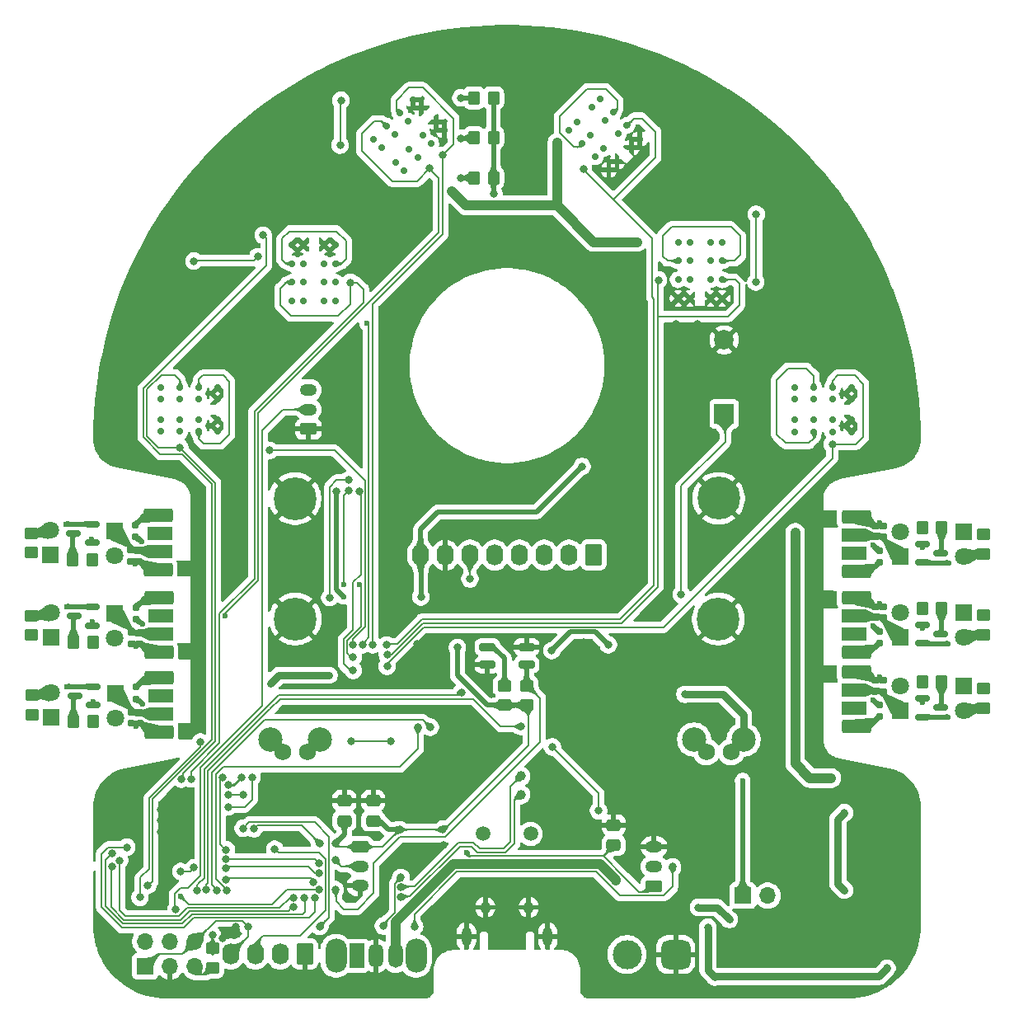
<source format=gbr>
%TF.GenerationSoftware,KiCad,Pcbnew,9.0.5*%
%TF.CreationDate,2025-10-14T17:43:45-03:00*%
%TF.ProjectId,RvMeg_V2,52764d65-675f-4563-922e-6b696361645f,V2.0*%
%TF.SameCoordinates,Original*%
%TF.FileFunction,Copper,L4,Bot*%
%TF.FilePolarity,Positive*%
%FSLAX46Y46*%
G04 Gerber Fmt 4.6, Leading zero omitted, Abs format (unit mm)*
G04 Created by KiCad (PCBNEW 9.0.5) date 2025-10-14 17:43:45*
%MOMM*%
%LPD*%
G01*
G04 APERTURE LIST*
G04 Aperture macros list*
%AMRoundRect*
0 Rectangle with rounded corners*
0 $1 Rounding radius*
0 $2 $3 $4 $5 $6 $7 $8 $9 X,Y pos of 4 corners*
0 Add a 4 corners polygon primitive as box body*
4,1,4,$2,$3,$4,$5,$6,$7,$8,$9,$2,$3,0*
0 Add four circle primitives for the rounded corners*
1,1,$1+$1,$2,$3*
1,1,$1+$1,$4,$5*
1,1,$1+$1,$6,$7*
1,1,$1+$1,$8,$9*
0 Add four rect primitives between the rounded corners*
20,1,$1+$1,$2,$3,$4,$5,0*
20,1,$1+$1,$4,$5,$6,$7,0*
20,1,$1+$1,$6,$7,$8,$9,0*
20,1,$1+$1,$8,$9,$2,$3,0*%
G04 Aperture macros list end*
%TA.AperFunction,ComponentPad*%
%ADD10R,1.800000X1.800000*%
%TD*%
%TA.AperFunction,ComponentPad*%
%ADD11C,1.800000*%
%TD*%
%TA.AperFunction,SMDPad,CuDef*%
%ADD12RoundRect,0.155000X0.155000X-0.212500X0.155000X0.212500X-0.155000X0.212500X-0.155000X-0.212500X0*%
%TD*%
%TA.AperFunction,ComponentPad*%
%ADD13C,0.500000*%
%TD*%
%TA.AperFunction,ComponentPad*%
%ADD14RoundRect,0.233333X-1.266667X-0.466667X1.266667X-0.466667X1.266667X0.466667X-1.266667X0.466667X0*%
%TD*%
%TA.AperFunction,ComponentPad*%
%ADD15RoundRect,0.233333X-1.066667X-0.466667X1.066667X-0.466667X1.066667X0.466667X-1.066667X0.466667X0*%
%TD*%
%TA.AperFunction,SMDPad,CuDef*%
%ADD16RoundRect,0.250000X-0.350000X-0.450000X0.350000X-0.450000X0.350000X0.450000X-0.350000X0.450000X0*%
%TD*%
%TA.AperFunction,SMDPad,CuDef*%
%ADD17RoundRect,0.160000X0.160000X-0.197500X0.160000X0.197500X-0.160000X0.197500X-0.160000X-0.197500X0*%
%TD*%
%TA.AperFunction,SMDPad,CuDef*%
%ADD18RoundRect,0.150000X-0.587500X-0.150000X0.587500X-0.150000X0.587500X0.150000X-0.587500X0.150000X0*%
%TD*%
%TA.AperFunction,SMDPad,CuDef*%
%ADD19RoundRect,0.250000X-0.450000X0.350000X-0.450000X-0.350000X0.450000X-0.350000X0.450000X0.350000X0*%
%TD*%
%TA.AperFunction,SMDPad,CuDef*%
%ADD20RoundRect,0.160000X-0.160000X0.197500X-0.160000X-0.197500X0.160000X-0.197500X0.160000X0.197500X0*%
%TD*%
%TA.AperFunction,SMDPad,CuDef*%
%ADD21RoundRect,0.150000X0.587500X0.150000X-0.587500X0.150000X-0.587500X-0.150000X0.587500X-0.150000X0*%
%TD*%
%TA.AperFunction,SMDPad,CuDef*%
%ADD22RoundRect,0.250000X0.350000X0.450000X-0.350000X0.450000X-0.350000X-0.450000X0.350000X-0.450000X0*%
%TD*%
%TA.AperFunction,SMDPad,CuDef*%
%ADD23RoundRect,0.155000X-0.155000X0.212500X-0.155000X-0.212500X0.155000X-0.212500X0.155000X0.212500X0*%
%TD*%
%TA.AperFunction,ComponentPad*%
%ADD24RoundRect,0.233333X1.266667X0.466667X-1.266667X0.466667X-1.266667X-0.466667X1.266667X-0.466667X0*%
%TD*%
%TA.AperFunction,ComponentPad*%
%ADD25RoundRect,0.233333X1.066667X0.466667X-1.066667X0.466667X-1.066667X-0.466667X1.066667X-0.466667X0*%
%TD*%
%TA.AperFunction,SMDPad,CuDef*%
%ADD26RoundRect,0.250000X0.450000X-0.350000X0.450000X0.350000X-0.450000X0.350000X-0.450000X-0.350000X0*%
%TD*%
%TA.AperFunction,ComponentPad*%
%ADD27C,2.500000*%
%TD*%
%TA.AperFunction,ComponentPad*%
%ADD28C,1.750000*%
%TD*%
%TA.AperFunction,ComponentPad*%
%ADD29O,1.000000X1.900000*%
%TD*%
%TA.AperFunction,ComponentPad*%
%ADD30O,1.050000X1.250000*%
%TD*%
%TA.AperFunction,ComponentPad*%
%ADD31O,1.500000X2.500000*%
%TD*%
%TA.AperFunction,ComponentPad*%
%ADD32R,1.500000X2.500000*%
%TD*%
%TA.AperFunction,ComponentPad*%
%ADD33O,2.200000X3.500000*%
%TD*%
%TA.AperFunction,ComponentPad*%
%ADD34C,0.700000*%
%TD*%
%TA.AperFunction,ComponentPad*%
%ADD35C,4.400000*%
%TD*%
%TA.AperFunction,ComponentPad*%
%ADD36R,1.700000X1.700000*%
%TD*%
%TA.AperFunction,ComponentPad*%
%ADD37O,1.700000X1.700000*%
%TD*%
%TA.AperFunction,ComponentPad*%
%ADD38RoundRect,0.250000X0.625000X-0.350000X0.625000X0.350000X-0.625000X0.350000X-0.625000X-0.350000X0*%
%TD*%
%TA.AperFunction,ComponentPad*%
%ADD39O,1.750000X1.200000*%
%TD*%
%TA.AperFunction,ComponentPad*%
%ADD40RoundRect,0.750000X0.750000X0.750000X-0.750000X0.750000X-0.750000X-0.750000X0.750000X-0.750000X0*%
%TD*%
%TA.AperFunction,ComponentPad*%
%ADD41C,3.000000*%
%TD*%
%TA.AperFunction,ComponentPad*%
%ADD42R,2.000000X2.000000*%
%TD*%
%TA.AperFunction,ComponentPad*%
%ADD43C,2.000000*%
%TD*%
%TA.AperFunction,ComponentPad*%
%ADD44RoundRect,0.250000X0.620000X0.845000X-0.620000X0.845000X-0.620000X-0.845000X0.620000X-0.845000X0*%
%TD*%
%TA.AperFunction,ComponentPad*%
%ADD45O,1.740000X2.190000*%
%TD*%
%TA.AperFunction,ComponentPad*%
%ADD46RoundRect,0.250000X-0.625000X0.350000X-0.625000X-0.350000X0.625000X-0.350000X0.625000X0.350000X0*%
%TD*%
%TA.AperFunction,ComponentPad*%
%ADD47C,1.500000*%
%TD*%
%TA.AperFunction,ComponentPad*%
%ADD48C,1.000000*%
%TD*%
%TA.AperFunction,SMDPad,CuDef*%
%ADD49RoundRect,0.250000X0.475000X-0.337500X0.475000X0.337500X-0.475000X0.337500X-0.475000X-0.337500X0*%
%TD*%
%TA.AperFunction,SMDPad,CuDef*%
%ADD50RoundRect,0.197500X-0.632500X0.197500X-0.632500X-0.197500X0.632500X-0.197500X0.632500X0.197500X0*%
%TD*%
%TA.AperFunction,ViaPad*%
%ADD51C,0.600000*%
%TD*%
%TA.AperFunction,ViaPad*%
%ADD52C,0.800000*%
%TD*%
%TA.AperFunction,Conductor*%
%ADD53C,0.500000*%
%TD*%
%TA.AperFunction,Conductor*%
%ADD54C,0.200000*%
%TD*%
%TA.AperFunction,Conductor*%
%ADD55C,0.250000*%
%TD*%
%TA.AperFunction,Conductor*%
%ADD56C,0.750000*%
%TD*%
%TA.AperFunction,Conductor*%
%ADD57C,1.000000*%
%TD*%
G04 APERTURE END LIST*
D10*
%TO.P,Q6,1,C*%
%TO.N,/Sensores/3.3_FI*%
X188749999Y-113464999D03*
D11*
%TO.P,Q6,2,E*%
%TO.N,/Sensores/SEN_FRONT_I_CONN*%
X188749999Y-110924999D03*
%TD*%
D10*
%TO.P,LED_IR4,1,K*%
%TO.N,Net-(LED_IR4-K)*%
X195294741Y-110958439D03*
D11*
%TO.P,LED_IR4,2,A*%
%TO.N,Net-(LED_IR4-A)*%
X195294741Y-113498439D03*
%TD*%
D12*
%TO.P,CS8,1*%
%TO.N,/Sensores/3.3_FI*%
X186150000Y-111492500D03*
%TO.P,CS8,2*%
%TO.N,/Sensores/GND_FI*%
X186150000Y-110357500D03*
%TD*%
D13*
%TO.P,CONN_SEN_FRONT_I1,1,Pin_1*%
%TO.N,/Sensores/GND_FI*%
X185155000Y-109130000D03*
X183355000Y-109130000D03*
D14*
X184255000Y-109466000D03*
D13*
X185155000Y-109830000D03*
X183355001Y-109830000D03*
%TO.P,CONN_SEN_FRONT_I1,2,Pin_2*%
%TO.N,/Sensores/3.3_FI*%
X183155000Y-110975332D03*
X184955000Y-110975333D03*
D15*
X184055000Y-111329000D03*
D13*
X184955000Y-111675332D03*
X183155000Y-111675332D03*
%TO.P,CONN_SEN_FRONT_I1,3,Pin_3*%
%TO.N,/Sensores/SEN_FRONT_I_CONN*%
X184955000Y-112866999D03*
X183155000Y-112866999D03*
D15*
X184055000Y-113192000D03*
D13*
X184955000Y-113566999D03*
X183155000Y-113566999D03*
%TO.P,CONN_SEN_FRONT_I1,4,Pin_4*%
%TO.N,/Sensores/EMI_FRONT_I_CONN*%
X185155000Y-114705000D03*
X183355000Y-114705000D03*
D14*
X184255000Y-115055000D03*
D13*
X185155000Y-115405000D03*
X183355000Y-115405000D03*
%TD*%
D16*
%TO.P,RS10,1*%
%TO.N,/Sensores/SEN_FRONT_I_CONN*%
X191024998Y-110524999D03*
%TO.P,RS10,2*%
%TO.N,/Sensores/GND_FI*%
X193024998Y-110524999D03*
%TD*%
D17*
%TO.P,RS12,1*%
%TO.N,/Sensores/EMI_FRONT_I_CONN*%
X186625000Y-114072500D03*
%TO.P,RS12,2*%
%TO.N,/Sensores/GND_FI*%
X186625000Y-112877500D03*
%TD*%
D18*
%TO.P,MOSFET-N4,1,D*%
%TO.N,Net-(LED_IR4-K)*%
X191037500Y-114125000D03*
%TO.P,MOSFET-N4,2,G*%
%TO.N,/Sensores/EMI_FRONT_I_CONN*%
X191037500Y-112225000D03*
%TO.P,MOSFET-N4,3,S*%
%TO.N,/Sensores/GND_FI*%
X192912501Y-113175000D03*
%TD*%
D19*
%TO.P,RS8,1*%
%TO.N,/Sensores/3.3_FI*%
X197300000Y-111233438D03*
%TO.P,RS8,2*%
%TO.N,Net-(LED_IR4-A)*%
X197300000Y-113233438D03*
%TD*%
D12*
%TO.P,CS7,1*%
%TO.N,/Sensores/3.3_FI*%
X187075000Y-111492499D03*
%TO.P,CS7,2*%
%TO.N,/Sensores/GND_FI*%
X187075000Y-110357499D03*
%TD*%
D20*
%TO.P,RS12,1*%
%TO.N,/Sensores/EMI_FRONT_I_CONN*%
X110274999Y-111067499D03*
%TO.P,RS12,2*%
%TO.N,/Sensores/GND_FI*%
X110274999Y-112262499D03*
%TD*%
D21*
%TO.P,MOSFET-N4,1,D*%
%TO.N,Net-(LED_IR4-K)*%
X105862499Y-111014999D03*
%TO.P,MOSFET-N4,2,G*%
%TO.N,/Sensores/EMI_FRONT_I_CONN*%
X105862499Y-112914999D03*
%TO.P,MOSFET-N4,3,S*%
%TO.N,/Sensores/GND_FI*%
X103987498Y-111964999D03*
%TD*%
D22*
%TO.P,RS10,1*%
%TO.N,/Sensores/SEN_FRONT_I_CONN*%
X105875001Y-114615000D03*
%TO.P,RS10,2*%
%TO.N,/Sensores/GND_FI*%
X103875001Y-114615000D03*
%TD*%
D10*
%TO.P,LED_IR4,1,K*%
%TO.N,Net-(LED_IR4-K)*%
X101605258Y-114181560D03*
D11*
%TO.P,LED_IR4,2,A*%
%TO.N,Net-(LED_IR4-A)*%
X101605258Y-111641560D03*
%TD*%
D23*
%TO.P,CS7,1*%
%TO.N,/Sensores/3.3_FI*%
X109824999Y-113647500D03*
%TO.P,CS7,2*%
%TO.N,/Sensores/GND_FI*%
X109824999Y-114782500D03*
%TD*%
%TO.P,CS8,1*%
%TO.N,/Sensores/3.3_FI*%
X110749999Y-113647499D03*
%TO.P,CS8,2*%
%TO.N,/Sensores/GND_FI*%
X110749999Y-114782499D03*
%TD*%
D10*
%TO.P,Q6,1,C*%
%TO.N,/Sensores/3.3_FI*%
X108150000Y-111675000D03*
D11*
%TO.P,Q6,2,E*%
%TO.N,/Sensores/SEN_FRONT_I_CONN*%
X108150000Y-114215000D03*
%TD*%
D13*
%TO.P,CONN_SEN_FRONT_I1,1,Pin_1*%
%TO.N,/Sensores/GND_FI*%
X111744999Y-116009999D03*
X113544999Y-116009999D03*
D24*
X112644999Y-115673999D03*
D13*
X111744999Y-115309999D03*
X113544998Y-115309999D03*
%TO.P,CONN_SEN_FRONT_I1,2,Pin_2*%
%TO.N,/Sensores/3.3_FI*%
X113744999Y-114164667D03*
X111944999Y-114164666D03*
D25*
X112844999Y-113810999D03*
D13*
X111944999Y-113464667D03*
X113744999Y-113464667D03*
%TO.P,CONN_SEN_FRONT_I1,3,Pin_3*%
%TO.N,/Sensores/SEN_FRONT_I_CONN*%
X111944999Y-112273000D03*
X113744999Y-112273000D03*
D25*
X112844999Y-111947999D03*
D13*
X111944999Y-111573000D03*
X113744999Y-111573000D03*
%TO.P,CONN_SEN_FRONT_I1,4,Pin_4*%
%TO.N,/Sensores/EMI_FRONT_I_CONN*%
X111744999Y-110434999D03*
X113544999Y-110434999D03*
D24*
X112644999Y-110084999D03*
D13*
X111744999Y-109734999D03*
X113544999Y-109734999D03*
%TD*%
D26*
%TO.P,RS8,1*%
%TO.N,/Sensores/3.3_FI*%
X99599999Y-113906561D03*
%TO.P,RS8,2*%
%TO.N,Net-(LED_IR4-A)*%
X99599999Y-111906561D03*
%TD*%
D13*
%TO.P,CONN_SEN_FRONT_I1,1,Pin_1*%
%TO.N,/Sensores/GND_FI*%
X185155000Y-101580000D03*
X183355000Y-101580000D03*
D14*
X184255000Y-101916000D03*
D13*
X185155000Y-102280000D03*
X183355001Y-102280000D03*
%TO.P,CONN_SEN_FRONT_I1,2,Pin_2*%
%TO.N,/Sensores/3.3_FI*%
X183155000Y-103425332D03*
X184955000Y-103425333D03*
D15*
X184055000Y-103779000D03*
D13*
X184955000Y-104125332D03*
X183155000Y-104125332D03*
%TO.P,CONN_SEN_FRONT_I1,3,Pin_3*%
%TO.N,/Sensores/SEN_FRONT_I_CONN*%
X184955000Y-105316999D03*
X183155000Y-105316999D03*
D15*
X184055000Y-105642000D03*
D13*
X184955000Y-106016999D03*
X183155000Y-106016999D03*
%TO.P,CONN_SEN_FRONT_I1,4,Pin_4*%
%TO.N,/Sensores/EMI_FRONT_I_CONN*%
X185155000Y-107155000D03*
X183355000Y-107155000D03*
D14*
X184255000Y-107505000D03*
D13*
X185155000Y-107855000D03*
X183355000Y-107855000D03*
%TD*%
D19*
%TO.P,RS8,1*%
%TO.N,/Sensores/3.3_FI*%
X197300000Y-103683438D03*
%TO.P,RS8,2*%
%TO.N,Net-(LED_IR4-A)*%
X197300000Y-105683438D03*
%TD*%
D18*
%TO.P,MOSFET-N4,1,D*%
%TO.N,Net-(LED_IR4-K)*%
X191037500Y-106575000D03*
%TO.P,MOSFET-N4,2,G*%
%TO.N,/Sensores/EMI_FRONT_I_CONN*%
X191037500Y-104675000D03*
%TO.P,MOSFET-N4,3,S*%
%TO.N,/Sensores/GND_FI*%
X192912501Y-105625000D03*
%TD*%
D12*
%TO.P,CS7,1*%
%TO.N,/Sensores/3.3_FI*%
X187075000Y-103942499D03*
%TO.P,CS7,2*%
%TO.N,/Sensores/GND_FI*%
X187075000Y-102807499D03*
%TD*%
D17*
%TO.P,RS12,1*%
%TO.N,/Sensores/EMI_FRONT_I_CONN*%
X186625000Y-106522500D03*
%TO.P,RS12,2*%
%TO.N,/Sensores/GND_FI*%
X186625000Y-105327500D03*
%TD*%
D16*
%TO.P,RS10,1*%
%TO.N,/Sensores/SEN_FRONT_I_CONN*%
X191024998Y-102974999D03*
%TO.P,RS10,2*%
%TO.N,/Sensores/GND_FI*%
X193024998Y-102974999D03*
%TD*%
D10*
%TO.P,LED_IR4,1,K*%
%TO.N,Net-(LED_IR4-K)*%
X195294741Y-103408439D03*
D11*
%TO.P,LED_IR4,2,A*%
%TO.N,Net-(LED_IR4-A)*%
X195294741Y-105948439D03*
%TD*%
D12*
%TO.P,CS8,1*%
%TO.N,/Sensores/3.3_FI*%
X186150000Y-103942500D03*
%TO.P,CS8,2*%
%TO.N,/Sensores/GND_FI*%
X186150000Y-102807500D03*
%TD*%
D10*
%TO.P,Q6,1,C*%
%TO.N,/Sensores/3.3_FI*%
X188749999Y-105914999D03*
D11*
%TO.P,Q6,2,E*%
%TO.N,/Sensores/SEN_FRONT_I_CONN*%
X188749999Y-103374999D03*
%TD*%
D17*
%TO.P,RS12,1*%
%TO.N,/Sensores/EMI_FRONT_I_CONN*%
X186645078Y-98227578D03*
%TO.P,RS12,2*%
%TO.N,/Sensores/GND_FI*%
X186645078Y-97032578D03*
%TD*%
D18*
%TO.P,MOSFET-N4,1,D*%
%TO.N,Net-(LED_IR4-K)*%
X191057578Y-98280078D03*
%TO.P,MOSFET-N4,2,G*%
%TO.N,/Sensores/EMI_FRONT_I_CONN*%
X191057578Y-96380078D03*
%TO.P,MOSFET-N4,3,S*%
%TO.N,/Sensores/GND_FI*%
X192932579Y-97330078D03*
%TD*%
D16*
%TO.P,RS10,1*%
%TO.N,/Sensores/SEN_FRONT_I_CONN*%
X191045076Y-94680077D03*
%TO.P,RS10,2*%
%TO.N,/Sensores/GND_FI*%
X193045076Y-94680077D03*
%TD*%
D10*
%TO.P,LED_IR4,1,K*%
%TO.N,Net-(LED_IR4-K)*%
X195314819Y-95113517D03*
D11*
%TO.P,LED_IR4,2,A*%
%TO.N,Net-(LED_IR4-A)*%
X195314819Y-97653517D03*
%TD*%
D12*
%TO.P,CS7,1*%
%TO.N,/Sensores/3.3_FI*%
X187095078Y-95647577D03*
%TO.P,CS7,2*%
%TO.N,/Sensores/GND_FI*%
X187095078Y-94512577D03*
%TD*%
%TO.P,CS8,1*%
%TO.N,/Sensores/3.3_FI*%
X186170078Y-95647578D03*
%TO.P,CS8,2*%
%TO.N,/Sensores/GND_FI*%
X186170078Y-94512578D03*
%TD*%
D10*
%TO.P,Q6,1,C*%
%TO.N,/Sensores/3.3_FI*%
X188770077Y-97620077D03*
D11*
%TO.P,Q6,2,E*%
%TO.N,/Sensores/SEN_FRONT_I_CONN*%
X188770077Y-95080077D03*
%TD*%
D13*
%TO.P,CONN_SEN_FRONT_I1,1,Pin_1*%
%TO.N,/Sensores/GND_FI*%
X185175078Y-93285078D03*
X183375078Y-93285078D03*
D14*
X184275078Y-93621078D03*
D13*
X185175078Y-93985078D03*
X183375079Y-93985078D03*
%TO.P,CONN_SEN_FRONT_I1,2,Pin_2*%
%TO.N,/Sensores/3.3_FI*%
X183175078Y-95130410D03*
X184975078Y-95130411D03*
D15*
X184075078Y-95484078D03*
D13*
X184975078Y-95830410D03*
X183175078Y-95830410D03*
%TO.P,CONN_SEN_FRONT_I1,3,Pin_3*%
%TO.N,/Sensores/SEN_FRONT_I_CONN*%
X184975078Y-97022077D03*
X183175078Y-97022077D03*
D15*
X184075078Y-97347078D03*
D13*
X184975078Y-97722077D03*
X183175078Y-97722077D03*
%TO.P,CONN_SEN_FRONT_I1,4,Pin_4*%
%TO.N,/Sensores/EMI_FRONT_I_CONN*%
X185175078Y-98860078D03*
X183375078Y-98860078D03*
D14*
X184275078Y-99210078D03*
D13*
X185175078Y-99560078D03*
X183375078Y-99560078D03*
%TD*%
D19*
%TO.P,RS8,1*%
%TO.N,/Sensores/3.3_FI*%
X197320078Y-95388516D03*
%TO.P,RS8,2*%
%TO.N,Net-(LED_IR4-A)*%
X197320078Y-97388516D03*
%TD*%
D20*
%TO.P,RS12,1*%
%TO.N,/Sensores/EMI_FRONT_I_CONN*%
X110254921Y-102872421D03*
%TO.P,RS12,2*%
%TO.N,/Sensores/GND_FI*%
X110254921Y-104067421D03*
%TD*%
D10*
%TO.P,LED_IR4,1,K*%
%TO.N,Net-(LED_IR4-K)*%
X101585180Y-105986482D03*
D11*
%TO.P,LED_IR4,2,A*%
%TO.N,Net-(LED_IR4-A)*%
X101585180Y-103446482D03*
%TD*%
D21*
%TO.P,MOSFET-N4,1,D*%
%TO.N,Net-(LED_IR4-K)*%
X105842421Y-102819921D03*
%TO.P,MOSFET-N4,2,G*%
%TO.N,/Sensores/EMI_FRONT_I_CONN*%
X105842421Y-104719921D03*
%TO.P,MOSFET-N4,3,S*%
%TO.N,/Sensores/GND_FI*%
X103967420Y-103769921D03*
%TD*%
D22*
%TO.P,RS10,1*%
%TO.N,/Sensores/SEN_FRONT_I_CONN*%
X105854923Y-106419922D03*
%TO.P,RS10,2*%
%TO.N,/Sensores/GND_FI*%
X103854923Y-106419922D03*
%TD*%
D23*
%TO.P,CS7,1*%
%TO.N,/Sensores/3.3_FI*%
X109804921Y-105452422D03*
%TO.P,CS7,2*%
%TO.N,/Sensores/GND_FI*%
X109804921Y-106587422D03*
%TD*%
%TO.P,CS8,1*%
%TO.N,/Sensores/3.3_FI*%
X110729921Y-105452421D03*
%TO.P,CS8,2*%
%TO.N,/Sensores/GND_FI*%
X110729921Y-106587421D03*
%TD*%
D10*
%TO.P,Q6,1,C*%
%TO.N,/Sensores/3.3_FI*%
X108129922Y-103479922D03*
D11*
%TO.P,Q6,2,E*%
%TO.N,/Sensores/SEN_FRONT_I_CONN*%
X108129922Y-106019922D03*
%TD*%
D13*
%TO.P,CONN_SEN_FRONT_I1,1,Pin_1*%
%TO.N,/Sensores/GND_FI*%
X111724921Y-107814921D03*
X113524921Y-107814921D03*
D24*
X112624921Y-107478921D03*
D13*
X111724921Y-107114921D03*
X113524920Y-107114921D03*
%TO.P,CONN_SEN_FRONT_I1,2,Pin_2*%
%TO.N,/Sensores/3.3_FI*%
X113724921Y-105969589D03*
X111924921Y-105969588D03*
D25*
X112824921Y-105615921D03*
D13*
X111924921Y-105269589D03*
X113724921Y-105269589D03*
%TO.P,CONN_SEN_FRONT_I1,3,Pin_3*%
%TO.N,/Sensores/SEN_FRONT_I_CONN*%
X111924921Y-104077922D03*
X113724921Y-104077922D03*
D25*
X112824921Y-103752921D03*
D13*
X111924921Y-103377922D03*
X113724921Y-103377922D03*
%TO.P,CONN_SEN_FRONT_I1,4,Pin_4*%
%TO.N,/Sensores/EMI_FRONT_I_CONN*%
X111724921Y-102239921D03*
X113524921Y-102239921D03*
D24*
X112624921Y-101889921D03*
D13*
X111724921Y-101539921D03*
X113524921Y-101539921D03*
%TD*%
D26*
%TO.P,RS8,1*%
%TO.N,/Sensores/3.3_FI*%
X99579921Y-105711483D03*
%TO.P,RS8,2*%
%TO.N,Net-(LED_IR4-A)*%
X99579921Y-103711483D03*
%TD*%
D20*
%TO.P,RS12,1*%
%TO.N,/Sensores/EMI_FRONT_I_CONN*%
X110180000Y-94402833D03*
%TO.P,RS12,2*%
%TO.N,/Sensores/GND_FI*%
X110180000Y-95597833D03*
%TD*%
D26*
%TO.P,RS8,1*%
%TO.N,/Sensores/3.3_FI*%
X99505000Y-97241895D03*
%TO.P,RS8,2*%
%TO.N,Net-(LED_IR4-A)*%
X99505000Y-95241895D03*
%TD*%
D23*
%TO.P,CS7,1*%
%TO.N,/Sensores/3.3_FI*%
X109730000Y-96982834D03*
%TO.P,CS7,2*%
%TO.N,/Sensores/GND_FI*%
X109730000Y-98117834D03*
%TD*%
%TO.P,CS8,1*%
%TO.N,/Sensores/3.3_FI*%
X110655000Y-96982833D03*
%TO.P,CS8,2*%
%TO.N,/Sensores/GND_FI*%
X110655000Y-98117833D03*
%TD*%
D10*
%TO.P,Q6,1,C*%
%TO.N,/Sensores/3.3_FI*%
X108055001Y-95010334D03*
D11*
%TO.P,Q6,2,E*%
%TO.N,/Sensores/SEN_FRONT_I_CONN*%
X108055001Y-97550334D03*
%TD*%
D21*
%TO.P,MOSFET-N4,1,D*%
%TO.N,Net-(LED_IR4-K)*%
X105767500Y-94350333D03*
%TO.P,MOSFET-N4,2,G*%
%TO.N,/Sensores/EMI_FRONT_I_CONN*%
X105767500Y-96250333D03*
%TO.P,MOSFET-N4,3,S*%
%TO.N,/Sensores/GND_FI*%
X103892499Y-95300333D03*
%TD*%
D22*
%TO.P,RS10,1*%
%TO.N,/Sensores/SEN_FRONT_I_CONN*%
X105780002Y-97950334D03*
%TO.P,RS10,2*%
%TO.N,/Sensores/GND_FI*%
X103780002Y-97950334D03*
%TD*%
D13*
%TO.P,CONN_SEN_FRONT_I1,1,Pin_1*%
%TO.N,/Sensores/GND_FI*%
X111650000Y-99345333D03*
X113450000Y-99345333D03*
D24*
X112550000Y-99009333D03*
D13*
X111650000Y-98645333D03*
X113449999Y-98645333D03*
%TO.P,CONN_SEN_FRONT_I1,2,Pin_2*%
%TO.N,/Sensores/3.3_FI*%
X113650000Y-97500001D03*
X111850000Y-97500000D03*
D25*
X112750000Y-97146333D03*
D13*
X111850000Y-96800001D03*
X113650000Y-96800001D03*
%TO.P,CONN_SEN_FRONT_I1,3,Pin_3*%
%TO.N,/Sensores/SEN_FRONT_I_CONN*%
X111850000Y-95608334D03*
X113650000Y-95608334D03*
D25*
X112750000Y-95283333D03*
D13*
X111850000Y-94908334D03*
X113650000Y-94908334D03*
%TO.P,CONN_SEN_FRONT_I1,4,Pin_4*%
%TO.N,/Sensores/EMI_FRONT_I_CONN*%
X111650000Y-93770333D03*
X113450000Y-93770333D03*
D24*
X112550000Y-93420333D03*
D13*
X111650000Y-93070333D03*
X113450000Y-93070333D03*
%TD*%
D10*
%TO.P,LED_IR4,1,K*%
%TO.N,Net-(LED_IR4-K)*%
X101510259Y-97516894D03*
D11*
%TO.P,LED_IR4,2,A*%
%TO.N,Net-(LED_IR4-A)*%
X101510259Y-94976894D03*
%TD*%
D27*
%TO.P,J16,1,Pin_1*%
%TO.N,Net-(J16-Pin_1)*%
X172690000Y-116450000D03*
D28*
X171420000Y-117720000D03*
%TO.P,J16,2,Pin_2*%
%TO.N,Net-(J16-Pin_2)*%
X168880000Y-117720000D03*
D27*
X167610000Y-116450000D03*
%TD*%
%TO.P,J15,1,Pin_1*%
%TO.N,Net-(J15-Pin_1)*%
X129190000Y-116450000D03*
D28*
X127920000Y-117720000D03*
%TO.P,J15,2,Pin_2*%
%TO.N,Net-(J15-Pin_2)*%
X125380000Y-117720000D03*
D27*
X124110000Y-116450000D03*
%TD*%
D29*
%TO.P,J1,6,Shield*%
%TO.N,GND*%
X152570000Y-136675000D03*
D30*
X150620000Y-133675000D03*
X146170000Y-133675000D03*
D29*
X144220000Y-136675000D03*
%TD*%
D31*
%TO.P,POWER,3,A*%
%TO.N,Net-(SW1-A)*%
X136950000Y-138650000D03*
%TO.P,POWER,2,B*%
%TO.N,GND*%
X134950000Y-138650000D03*
D32*
%TO.P,POWER,1,C*%
%TO.N,unconnected-(SW1-C-Pad1)*%
X132950000Y-138650000D03*
D33*
%TO.P,POWER,*%
%TO.N,*%
X139050000Y-138650000D03*
X130850000Y-138650000D03*
%TD*%
D34*
%TO.P,H2,1,1*%
%TO.N,GND*%
X125000000Y-104075000D03*
X125483274Y-102908274D03*
X125483274Y-105241726D03*
X126650000Y-102425000D03*
D35*
X126650000Y-104075000D03*
D34*
X126650000Y-105725000D03*
X127816726Y-102908274D03*
X127816726Y-105241726D03*
X128300000Y-104075000D03*
%TD*%
D36*
%TO.P,JP1,1,A*%
%TO.N,/BATT*%
X172625000Y-132475000D03*
D37*
%TO.P,JP1,2,B*%
%TO.N,/LIPO+*%
X175165000Y-132475000D03*
%TD*%
D34*
%TO.P,H4,1,1*%
%TO.N,GND*%
X168450000Y-104075000D03*
X168933274Y-102908274D03*
X168933274Y-105241726D03*
X170100000Y-102425000D03*
D35*
X170100000Y-104075000D03*
D34*
X170100000Y-105725000D03*
X171266726Y-102908274D03*
X171266726Y-105241726D03*
X171750000Y-104075000D03*
%TD*%
D38*
%TO.P,J11,1,Pin_1*%
%TO.N,+3V3*%
X163500000Y-131475000D03*
D39*
%TO.P,J11,2,Pin_2*%
%TO.N,/ENCODER_MotorB*%
X163500000Y-129475000D03*
%TO.P,J11,3,Pin_3*%
%TO.N,GND*%
X163500000Y-127475000D03*
%TD*%
D40*
%TO.P,J14,1,Pin_1*%
%TO.N,GND*%
X165725000Y-138525000D03*
D41*
%TO.P,J14,2,Pin_2*%
%TO.N,/LIPO+*%
X160725000Y-138525000D03*
%TD*%
D36*
%TO.P,J2,1,Pin_1*%
%TO.N,+3V3*%
X111242585Y-139727074D03*
D37*
%TO.P,J2,2,Pin_2*%
%TO.N,Net-(J2-Pin_2)*%
X111242585Y-137187074D03*
%TO.P,J2,3,Pin_3*%
%TO.N,GND*%
X113782585Y-139727074D03*
%TO.P,J2,4,Pin_4*%
X113782585Y-137187074D03*
%TO.P,J2,5,Pin_5*%
%TO.N,Net-(J2-Pin_5)*%
X116322585Y-139727074D03*
%TO.P,J2,6,Pin_6*%
%TO.N,+3V3*%
X116322585Y-137187074D03*
%TD*%
D34*
%TO.P,H3,1,1*%
%TO.N,GND*%
X168475000Y-91675000D03*
X168958274Y-90508274D03*
X168958274Y-92841726D03*
X170125000Y-90025000D03*
D35*
X170125000Y-91675000D03*
D34*
X170125000Y-93325000D03*
X171291726Y-90508274D03*
X171291726Y-92841726D03*
X171775000Y-91675000D03*
%TD*%
D42*
%TO.P,BZ1,1,+*%
%TO.N,/BUZZER*%
X170700000Y-83000000D03*
D43*
%TO.P,BZ1,2,-*%
%TO.N,GND*%
X170700000Y-75400000D03*
%TD*%
D34*
%TO.P,J4,1,Pin_1*%
%TO.N,GND*%
X127490000Y-65624996D03*
X126289999Y-65624998D03*
X130810000Y-65624999D03*
X129609999Y-65625000D03*
%TO.P,J4,2,Pin_2*%
%TO.N,/SENSOR_SL_OUTPUT*%
X126289999Y-67558328D03*
X127490000Y-67558330D03*
X130810000Y-67558331D03*
X129609999Y-67558331D03*
%TO.P,J4,3,Pin_3*%
%TO.N,/SENSOR_SL_INPUT*%
X127490000Y-69491663D03*
X126289999Y-69491663D03*
X130810000Y-69491664D03*
X129609998Y-69491664D03*
%TO.P,J4,4,Pin_4*%
%TO.N,+5V*%
X129609999Y-71424998D03*
X127489999Y-71424998D03*
X126289998Y-71424998D03*
X130809999Y-71424999D03*
%TD*%
D44*
%TO.P,J12,1,Pin_1*%
%TO.N,unconnected-(J12-Pin_1-Pad1)*%
X157290000Y-97496773D03*
D45*
%TO.P,J12,2,Pin_2*%
%TO.N,unconnected-(J12-Pin_2-Pad2)*%
X154750000Y-97496773D03*
%TO.P,J12,3,Pin_3*%
%TO.N,unconnected-(J12-Pin_3-Pad3)*%
X152210000Y-97496773D03*
%TO.P,J12,4,Pin_4*%
%TO.N,unconnected-(J12-Pin_4-Pad4)*%
X149670000Y-97496773D03*
%TO.P,J12,5,Pin_5*%
%TO.N,/SDA_MPU_PIN*%
X147130000Y-97496773D03*
%TO.P,J12,6,Pin_6*%
%TO.N,/SCL_MPU_PIN*%
X144590000Y-97496773D03*
%TO.P,J12,7,Pin_7*%
%TO.N,GND*%
X142050000Y-97496773D03*
%TO.P,J12,8,Pin_8*%
%TO.N,+3V3*%
X139510000Y-97496773D03*
%TD*%
D34*
%TO.P,J9,1,Pin_1*%
%TO.N,GND*%
X169284999Y-71150003D03*
X170485000Y-71150001D03*
X165964999Y-71150000D03*
X167165000Y-71149999D03*
%TO.P,J9,2,Pin_2*%
%TO.N,/SENSOR_SR_OUTPUT*%
X170485000Y-69216671D03*
X169284999Y-69216669D03*
X165964999Y-69216668D03*
X167165000Y-69216668D03*
%TO.P,J9,3,Pin_3*%
%TO.N,/SENSOR_SR_INPUT*%
X169284999Y-67283336D03*
X170485000Y-67283336D03*
X165964999Y-67283335D03*
X167165001Y-67283335D03*
%TO.P,J9,4,Pin_4*%
%TO.N,+5V*%
X167165000Y-65350001D03*
X169285000Y-65350001D03*
X170485001Y-65350001D03*
X165965000Y-65350000D03*
%TD*%
%TO.P,J6,1,Pin_1*%
%TO.N,GND*%
X139595013Y-51555920D03*
X138746483Y-50707393D03*
X141942606Y-53903517D03*
X141094076Y-53054989D03*
%TO.P,J6,2,Pin_2*%
%TO.N,/SENSOR_CL_OUTPUT*%
X137379412Y-52074464D03*
X138227940Y-52922994D03*
X140575534Y-55270589D03*
X139727005Y-54422060D03*
%TO.P,J6,3,Pin_3*%
%TO.N,/SENSOR_CL_INPUT*%
X136860867Y-54290067D03*
X136012338Y-53441538D03*
X139208461Y-56637662D03*
X138359931Y-55789132D03*
%TO.P,J6,4,Pin_4*%
%TO.N,+5V*%
X136992858Y-57156207D03*
X135493792Y-55657140D03*
X134645263Y-54808612D03*
X137841386Y-58004736D03*
%TD*%
D46*
%TO.P,J10,1,Pin_1*%
%TO.N,+3V3*%
X133300000Y-127450000D03*
D39*
%TO.P,J10,2,Pin_2*%
%TO.N,/ENCODER_MotorA*%
X133300000Y-129450000D03*
%TO.P,J10,3,Pin_3*%
%TO.N,GND*%
X133300000Y-131450000D03*
%TD*%
D34*
%TO.P,H1,1,1*%
%TO.N,GND*%
X124975000Y-91700000D03*
X125458274Y-90533274D03*
X125458274Y-92866726D03*
X126625000Y-90050000D03*
D35*
X126625000Y-91700000D03*
D34*
X126625000Y-93350000D03*
X127791726Y-90533274D03*
X127791726Y-92866726D03*
X128275000Y-91700000D03*
%TD*%
%TO.P,J8,1,Pin_1*%
%TO.N,GND*%
X183750003Y-81515002D03*
X183750001Y-80315001D03*
X183750000Y-84835002D03*
X183749999Y-83635001D03*
%TO.P,J8,2,Pin_2*%
%TO.N,/SENSOR_FR_OUTPUT*%
X181816671Y-80315001D03*
X181816669Y-81515002D03*
X181816668Y-84835002D03*
X181816668Y-83635001D03*
%TO.P,J8,3,Pin_3*%
%TO.N,/SENSOR_FR_INPUT*%
X179883336Y-81515002D03*
X179883336Y-80315001D03*
X179883335Y-84835002D03*
X179883335Y-83635000D03*
%TO.P,J8,4,Pin_4*%
%TO.N,+5V*%
X177950001Y-83635001D03*
X177950001Y-81515001D03*
X177950001Y-80315000D03*
X177950000Y-84835001D03*
%TD*%
D38*
%TO.P,J13,1,Pin_1*%
%TO.N,GND*%
X127999998Y-84549998D03*
D39*
%TO.P,J13,2,Pin_2*%
%TO.N,/PWM_ESC_PIN*%
X127999998Y-82549998D03*
%TO.P,J13,3,Pin_3*%
%TO.N,/BATT*%
X127999998Y-80549998D03*
%TD*%
D34*
%TO.P,J7,1,Pin_1*%
%TO.N,GND*%
X161194001Y-55621785D03*
X162042528Y-54773255D03*
X158846404Y-57969378D03*
X159694932Y-57120848D03*
%TO.P,J7,2,Pin_2*%
%TO.N,/SENSOR_CR_OUTPUT*%
X160675457Y-53406184D03*
X159826927Y-54254712D03*
X157479332Y-56602306D03*
X158327861Y-55753777D03*
%TO.P,J7,3,Pin_3*%
%TO.N,/SENSOR_CR_INPUT*%
X158459854Y-52887639D03*
X159308383Y-52039110D03*
X156112259Y-55235233D03*
X156960789Y-54386703D03*
%TO.P,J7,4,Pin_4*%
%TO.N,+5V*%
X155593714Y-53019630D03*
X157092781Y-51520564D03*
X157941309Y-50672035D03*
X154745185Y-53868158D03*
%TD*%
D47*
%TO.P,Y1,1,1*%
%TO.N,/OSC_IN*%
X145945000Y-126125000D03*
%TO.P,Y1,2,2*%
%TO.N,/OSC_OUT*%
X150825000Y-126125000D03*
%TD*%
D44*
%TO.P,J3,1,Pin_1*%
%TO.N,GND*%
X127642044Y-138461421D03*
D45*
%TO.P,J3,2,Pin_2*%
%TO.N,/SWDCLK*%
X125102044Y-138461421D03*
%TO.P,J3,3,Pin_3*%
%TO.N,/SWDIO*%
X122562044Y-138461421D03*
%TO.P,J3,4,Pin_4*%
%TO.N,+3V3*%
X120022044Y-138461421D03*
%TD*%
D48*
%TO.P,Y2,1,1*%
%TO.N,/PC14_OSC*%
X149800000Y-120200000D03*
%TO.P,Y2,2,2*%
%TO.N,/PC15_OSC*%
X149800000Y-122100000D03*
%TD*%
D34*
%TO.P,J5,1,Pin_1*%
%TO.N,GND*%
X118675004Y-81490000D03*
X118675002Y-80289999D03*
X118675001Y-84810000D03*
X118675000Y-83609999D03*
%TO.P,J5,2,Pin_2*%
%TO.N,/SENSOR_FL_OUTPUT*%
X116741672Y-80289999D03*
X116741670Y-81490000D03*
X116741669Y-84810000D03*
X116741669Y-83609999D03*
%TO.P,J5,3,Pin_3*%
%TO.N,/SENSOR_FL_INPUT*%
X114808337Y-81490000D03*
X114808337Y-80289999D03*
X114808336Y-84810000D03*
X114808336Y-83609998D03*
%TO.P,J5,4,Pin_4*%
%TO.N,+5V*%
X112875002Y-83609999D03*
X112875002Y-81489999D03*
X112875002Y-80289998D03*
X112875001Y-84809999D03*
%TD*%
D26*
%TO.P,R11,1*%
%TO.N,Net-(J2-Pin_5)*%
X118150000Y-139900000D03*
%TO.P,R11,2*%
%TO.N,/BOOT_1*%
X118150000Y-137900000D03*
%TD*%
%TO.P,R25,1*%
%TO.N,+3V3*%
X148125000Y-112925000D03*
%TO.P,R25,2*%
%TO.N,Net-(U6-A)*%
X148125000Y-110925000D03*
%TD*%
D49*
%TO.P,C25,1*%
%TO.N,+3V3*%
X159350000Y-127287500D03*
%TO.P,C25,2*%
%TO.N,GND*%
X159350000Y-125212500D03*
%TD*%
D16*
%TO.P,R12,1*%
%TO.N,Net-(B1-Pad2)*%
X145000000Y-58750000D03*
%TO.P,R12,2*%
%TO.N,+3V3*%
X147000000Y-58750000D03*
%TD*%
D49*
%TO.P,C19,1*%
%TO.N,+3V3*%
X134650000Y-124787500D03*
%TO.P,C19,2*%
%TO.N,GND*%
X134650000Y-122712500D03*
%TD*%
%TO.P,C18,1*%
%TO.N,+3V3*%
X131700000Y-124787500D03*
%TO.P,C18,2*%
%TO.N,GND*%
X131700000Y-122712500D03*
%TD*%
D16*
%TO.P,R13,1*%
%TO.N,Net-(B2-Pad2)*%
X145000000Y-54650000D03*
%TO.P,R13,2*%
%TO.N,+3V3*%
X147000000Y-54650000D03*
%TD*%
%TO.P,R14,1*%
%TO.N,Net-(B3-Pad2)*%
X145000000Y-50550000D03*
%TO.P,R14,2*%
%TO.N,+3V3*%
X147000000Y-50550000D03*
%TD*%
D50*
%TO.P,U6,1,A*%
%TO.N,Net-(U6-A)*%
X146400000Y-106937500D03*
%TO.P,U6,2,K*%
%TO.N,GND*%
X150400000Y-106937500D03*
%TO.P,U6,3*%
%TO.N,/QRE_SENSOR_OUTPUT*%
X150400000Y-108737500D03*
%TO.P,U6,4*%
%TO.N,GND*%
X146400000Y-108737500D03*
%TD*%
D19*
%TO.P,R26,1*%
%TO.N,/QRE_SENSOR_OUTPUT*%
X150400000Y-110925000D03*
%TO.P,R26,2*%
%TO.N,+3V3*%
X150400000Y-112925000D03*
%TD*%
D51*
%TO.N,/Sensores/GND_FI*%
X186624999Y-110025000D03*
%TO.N,/Sensores/EMI_FRONT_I_CONN*%
X191050000Y-112600000D03*
%TO.N,/Sensores/GND_FI*%
X185947370Y-112338908D03*
%TO.N,/Sensores/SEN_FRONT_I_CONN*%
X190999998Y-110924999D03*
%TO.N,Net-(LED_IR4-K)*%
X193725000Y-114150000D03*
%TO.N,/Sensores/GND_FI*%
X193024999Y-110525000D03*
%TO.N,/Sensores/3.3_FI*%
X197324999Y-111224999D03*
%TO.N,/Sensores/SEN_FRONT_I_CONN*%
X105900001Y-114215000D03*
%TO.N,/Sensores/EMI_FRONT_I_CONN*%
X105849999Y-112539999D03*
%TO.N,/Sensores/3.3_FI*%
X99575000Y-113915000D03*
%TO.N,/Sensores/GND_FI*%
X110952629Y-112801091D03*
X103875000Y-114614999D03*
%TO.N,Net-(LED_IR4-K)*%
X103174999Y-110989999D03*
%TO.N,/Sensores/GND_FI*%
X110275000Y-115114999D03*
X185947370Y-104788908D03*
%TO.N,/Sensores/EMI_FRONT_I_CONN*%
X191050000Y-105050000D03*
%TO.N,/Sensores/SEN_FRONT_I_CONN*%
X190999998Y-103374999D03*
%TO.N,Net-(LED_IR4-K)*%
X193725000Y-106600000D03*
%TO.N,/Sensores/GND_FI*%
X193024999Y-102975000D03*
%TO.N,/Sensores/3.3_FI*%
X197324999Y-103674999D03*
%TO.N,/Sensores/GND_FI*%
X186624999Y-102475000D03*
%TO.N,/Sensores/SEN_FRONT_I_CONN*%
X191020076Y-95080077D03*
%TO.N,/Sensores/EMI_FRONT_I_CONN*%
X191070078Y-96755078D03*
%TO.N,/Sensores/3.3_FI*%
X197345077Y-95380077D03*
%TO.N,/Sensores/GND_FI*%
X185967448Y-96493986D03*
X193045077Y-94680078D03*
%TO.N,Net-(LED_IR4-K)*%
X193745078Y-98305078D03*
%TO.N,/Sensores/GND_FI*%
X186645077Y-94180078D03*
X110254922Y-106919921D03*
X110932551Y-104606013D03*
%TO.N,/Sensores/EMI_FRONT_I_CONN*%
X105829921Y-104344921D03*
%TO.N,/Sensores/SEN_FRONT_I_CONN*%
X105879923Y-106019922D03*
%TO.N,Net-(LED_IR4-K)*%
X103154921Y-102794921D03*
%TO.N,/Sensores/GND_FI*%
X103854922Y-106419921D03*
%TO.N,/Sensores/3.3_FI*%
X99554922Y-105719922D03*
%TO.N,Net-(LED_IR4-K)*%
X103080000Y-94325333D03*
%TO.N,/Sensores/GND_FI*%
X103780001Y-97950333D03*
X110180001Y-98450333D03*
%TO.N,/Sensores/3.3_FI*%
X99480001Y-97250334D03*
%TO.N,/Sensores/GND_FI*%
X110857630Y-96136425D03*
%TO.N,/Sensores/EMI_FRONT_I_CONN*%
X105755000Y-95875333D03*
%TO.N,/Sensores/SEN_FRONT_I_CONN*%
X105805002Y-97550334D03*
D52*
%TO.N,Net-(B1-Pad2)*%
X143650000Y-58750000D03*
%TO.N,/MENU*%
X132100000Y-89800000D03*
X130200000Y-101850000D03*
X122200000Y-120300000D03*
X119750000Y-123350000D03*
%TO.N,Net-(B2-Pad2)*%
X143650000Y-54700000D03*
%TO.N,Net-(B3-Pad2)*%
X143650000Y-50550000D03*
%TO.N,/BUZZER*%
X119750000Y-121100000D03*
X121100000Y-120300000D03*
X166300000Y-101550000D03*
%TO.N,GND*%
X175000000Y-110000000D03*
X112500000Y-70000000D03*
X110000000Y-70000000D03*
X153450000Y-110650000D03*
X120500000Y-135700000D03*
X157500000Y-142500000D03*
X173850000Y-78850000D03*
X123550000Y-126750000D03*
X160000000Y-95000000D03*
X167500000Y-50000000D03*
X136950000Y-110750000D03*
X190000000Y-125000000D03*
X182500000Y-65000000D03*
X153950000Y-125750000D03*
X164500000Y-58000000D03*
X190000000Y-135000000D03*
X170175000Y-123650000D03*
X156300000Y-106450000D03*
X153500000Y-112200000D03*
X190000000Y-130000000D03*
X112800000Y-123600000D03*
X165000000Y-85000000D03*
X136350000Y-141900000D03*
X152800000Y-125750000D03*
X132350000Y-141900000D03*
X124100000Y-123350000D03*
X153950000Y-126950000D03*
X165000000Y-87500000D03*
X139450000Y-119150000D03*
X139400000Y-120200000D03*
X141900000Y-49400000D03*
X152800000Y-126950000D03*
X117500000Y-60000000D03*
X138200000Y-120200000D03*
X133150000Y-123700000D03*
X107500000Y-80000000D03*
X112250000Y-133250000D03*
X113800000Y-125900000D03*
X110000000Y-77500000D03*
X124500000Y-68750000D03*
X112800000Y-125950000D03*
X138200000Y-121300000D03*
X125000000Y-107500000D03*
X113800000Y-122400000D03*
X121150000Y-85600000D03*
X182750000Y-76500000D03*
X114800000Y-122400000D03*
X112500000Y-72500000D03*
X139200000Y-106650000D03*
X125100000Y-123350000D03*
X139400000Y-121300000D03*
X167500000Y-85000000D03*
X141900000Y-127300000D03*
X153450000Y-109350000D03*
X176350000Y-72250000D03*
X112800000Y-124750000D03*
X182500000Y-67500000D03*
X170000000Y-52500000D03*
X119200000Y-136850000D03*
X121150000Y-77200000D03*
X152850000Y-124500000D03*
X135750000Y-131500000D03*
X167950000Y-73800000D03*
X175000000Y-105000000D03*
X187500000Y-72500000D03*
X123800000Y-77150000D03*
X138850000Y-129650000D03*
X140750000Y-48250000D03*
X165750000Y-73800000D03*
X183900000Y-125800000D03*
X121150000Y-83050000D03*
X172500000Y-110000000D03*
X110000000Y-72500000D03*
X165700000Y-76100000D03*
X113800000Y-124750000D03*
X153950000Y-124500000D03*
X148350000Y-136665000D03*
X160000000Y-92500000D03*
X175150000Y-70950000D03*
X120000000Y-97500000D03*
X135750000Y-130050000D03*
X167500000Y-87500000D03*
X179850000Y-71300000D03*
X138650000Y-123950000D03*
X144050000Y-134550000D03*
X185000000Y-70000000D03*
X176250000Y-76400000D03*
X127500000Y-97500000D03*
X162500000Y-142500000D03*
X163050000Y-59500000D03*
X182500000Y-67500000D03*
X160000000Y-97500000D03*
X167950000Y-76100000D03*
X187500000Y-125000000D03*
X147650000Y-118150000D03*
X121150000Y-80300000D03*
X108750000Y-139800000D03*
X114800000Y-123600000D03*
X167500000Y-142500000D03*
X113800000Y-123600000D03*
X126000000Y-123350000D03*
X157500000Y-92500000D03*
X157500000Y-137500000D03*
X179850000Y-76500000D03*
X110000000Y-75000000D03*
X175000000Y-107500000D03*
X136800000Y-113400000D03*
X187500000Y-135000000D03*
X161500000Y-61050000D03*
X134300000Y-141900000D03*
X144050000Y-133050000D03*
%TO.N,/OSC_OUT*%
X107850000Y-129525000D03*
X126500000Y-133650000D03*
%TO.N,/OSC_IN*%
X126500000Y-132700000D03*
X108600000Y-128850000D03*
%TO.N,/RESET*%
X129100000Y-129150000D03*
X114900000Y-130000000D03*
X116250000Y-129600000D03*
X119550000Y-128700000D03*
%TO.N,/BATT*%
X158800000Y-106700000D03*
X153000000Y-107300000D03*
X187425000Y-139925000D03*
D51*
X172600000Y-120650000D03*
D52*
X169025000Y-135725000D03*
D51*
X131600000Y-101800000D03*
D52*
X169725000Y-140825000D03*
X130850000Y-90950000D03*
%TO.N,+5V*%
X178000000Y-95200000D03*
X142750000Y-60150000D03*
X161750000Y-65350000D03*
X183050000Y-123950000D03*
X153550000Y-55150000D03*
X183050000Y-131900000D03*
X181700000Y-120400000D03*
%TO.N,+3V3*%
X139550000Y-101800000D03*
X147050000Y-60400000D03*
X129150000Y-127100000D03*
X143300000Y-107000000D03*
X156100000Y-88400000D03*
D51*
X144250000Y-128025000D03*
D52*
X121800000Y-135650000D03*
X130750000Y-127100000D03*
X141800000Y-125650000D03*
X137350000Y-125700000D03*
X122400000Y-125600000D03*
%TO.N,Net-(Q1-G)*%
X168050000Y-133675000D03*
X171225000Y-134925000D03*
%TO.N,/PC14_OSC*%
X128625000Y-132677000D03*
X137500000Y-131600000D03*
X109350000Y-127500000D03*
%TO.N,/PC15_OSC*%
X107850000Y-128150000D03*
X137500000Y-132600000D03*
X127600000Y-132700000D03*
%TO.N,/START*%
X136450000Y-116600000D03*
X157800000Y-123750000D03*
X119750000Y-122150000D03*
X121300000Y-122150000D03*
X153050000Y-117200000D03*
X132350000Y-116650000D03*
%TO.N,/SWDIO*%
X124550000Y-127700000D03*
%TO.N,/SWDCLK*%
X129150000Y-135650000D03*
X121300000Y-125550000D03*
%TO.N,/SENSOR_SL_OUTPUT*%
X133550000Y-106700000D03*
D51*
X134000000Y-73700000D03*
D52*
%TO.N,/SENSOR_SL_INPUT*%
X132300000Y-69500000D03*
X115925735Y-120474265D03*
%TO.N,/SENSOR_FL_OUTPUT*%
X124000000Y-86750000D03*
X132600000Y-106700000D03*
%TO.N,/SENSOR_FL_INPUT*%
X114950000Y-120500000D03*
X114800000Y-86450000D03*
%TO.N,/SENSOR_CL_INPUT*%
X119550000Y-127750000D03*
D51*
X119450000Y-103750000D03*
D52*
X119177278Y-120371081D03*
X140450000Y-57800000D03*
%TO.N,/SENSOR_CL_OUTPUT*%
X134600000Y-106700000D03*
X141800000Y-56450000D03*
D51*
%TO.N,/SENSOR_CR_INPUT*%
X131600000Y-100551000D03*
D52*
X132100000Y-90900000D03*
%TO.N,/SENSOR_CR_OUTPUT*%
X156250000Y-57850000D03*
X136050000Y-106750000D03*
%TO.N,/SENSOR_FR_OUTPUT*%
X181800000Y-86100000D03*
X136075000Y-108925000D03*
%TO.N,/SENSOR_FR_INPUT*%
X132600000Y-107950000D03*
D51*
X133198000Y-100551000D03*
D52*
%TO.N,/SENSOR_SR_OUTPUT*%
X163950000Y-69250000D03*
X136100000Y-107750000D03*
%TO.N,/SENSOR_SR_INPUT*%
X133198000Y-90950000D03*
X132600000Y-109350000D03*
%TO.N,/ENCODER_MotorA*%
X119550000Y-129627003D03*
X130750000Y-128800000D03*
X129100000Y-130200000D03*
%TO.N,/ENCODER_MotorB*%
X128496715Y-131050000D03*
X135700000Y-135600000D03*
X165400000Y-129500000D03*
X138900000Y-135650000D03*
X119547876Y-130802124D03*
X137500000Y-130600000D03*
%TO.N,/SCL_MPU_PIN*%
X144590000Y-99950000D03*
%TO.N,/PWM_ESC_PIN*%
X114400000Y-133900000D03*
%TO.N,/QRE_SENSOR_OUTPUT*%
X129100003Y-131849997D03*
D51*
X114850000Y-132525000D03*
D52*
X130750000Y-131850000D03*
%TO.N,Net-(Q2-E)*%
X116250000Y-67300000D03*
X122800000Y-66850000D03*
X131250000Y-55400000D03*
X131350000Y-50800000D03*
%TO.N,/BOOT_1*%
X118150000Y-136550000D03*
%TO.N,/LEDs_1*%
X111500000Y-131400000D03*
X123350000Y-64650000D03*
%TO.N,/LEDs_2*%
X174000000Y-62500000D03*
X116900000Y-116700000D03*
X173950000Y-69450000D03*
X110700000Y-132650000D03*
%TO.N,/INPUT_MOTOR_A1*%
X140525000Y-115175000D03*
X118600000Y-131900000D03*
%TO.N,/INPUT_MOTOR_B2*%
X149850000Y-115100000D03*
X117526471Y-131876471D03*
%TO.N,/INPUT_MOTOR_B1*%
X116550000Y-131900000D03*
X143700000Y-111600000D03*
%TO.N,/INPUT_MOTOR_A2*%
X139250000Y-115175000D03*
X119575000Y-131900000D03*
%TO.N,Net-(SW1-A)*%
X159600000Y-130900000D03*
D51*
%TO.N,Net-(J15-Pin_2)*%
X124100000Y-110700000D03*
X130141000Y-109850000D03*
D52*
%TO.N,Net-(J16-Pin_1)*%
X166659000Y-111800000D03*
%TD*%
D53*
%TO.N,Net-(LED_IR4-A)*%
X197299999Y-113233439D02*
X195559740Y-113233439D01*
%TO.N,/Sensores/3.3_FI*%
X197299999Y-111233438D02*
X197316561Y-111233439D01*
%TO.N,/Sensores/GND_FI*%
X184249999Y-109458180D02*
X185250679Y-109458180D01*
X185250679Y-109458180D02*
X186149999Y-110357500D01*
%TO.N,/Sensores/EMI_FRONT_I_CONN*%
X186624999Y-114072500D02*
X185650320Y-115047180D01*
%TO.N,/Sensores/3.3_FI*%
X197316561Y-111233439D02*
X197324999Y-111224999D01*
%TO.N,/Sensores/GND_FI*%
X193024999Y-113062501D02*
X192912499Y-113174999D01*
X186625000Y-112877499D02*
X186485963Y-112877499D01*
%TO.N,/Sensores/3.3_FI*%
X187075000Y-111492499D02*
X186150000Y-111492500D01*
%TO.N,/Sensores/EMI_FRONT_I_CONN*%
X185650320Y-115047180D02*
X184249999Y-115047180D01*
%TO.N,/Sensores/3.3_FI*%
X184050000Y-111324844D02*
X186609844Y-111324844D01*
X186150000Y-111492500D02*
X184217655Y-111492499D01*
%TO.N,Net-(LED_IR4-A)*%
X195559740Y-113233439D02*
X195294739Y-113498439D01*
%TO.N,/Sensores/GND_FI*%
X193024999Y-110525000D02*
X193024999Y-113062501D01*
%TO.N,/Sensores/EMI_FRONT_I_CONN*%
X191050000Y-112600000D02*
X191050000Y-112237499D01*
%TO.N,/Sensores/3.3_FI*%
X186609844Y-111324844D02*
X188749999Y-113464999D01*
%TO.N,Net-(LED_IR4-K)*%
X193725000Y-114150000D02*
X191062500Y-114150000D01*
%TO.N,/Sensores/GND_FI*%
X186485963Y-112877499D02*
X185947370Y-112338908D01*
%TO.N,/Sensores/3.3_FI*%
X184217655Y-111492499D02*
X184050000Y-111324844D01*
%TO.N,/Sensores/GND_FI*%
X186149999Y-110357500D02*
X187074999Y-110357500D01*
%TO.N,/Sensores/EMI_FRONT_I_CONN*%
X191050000Y-112237499D02*
X191037500Y-112225000D01*
%TO.N,Net-(LED_IR4-K)*%
X191062500Y-114150000D02*
X191037500Y-114125000D01*
%TO.N,Net-(LED_IR4-A)*%
X99600000Y-111906560D02*
X101340259Y-111906560D01*
%TO.N,/Sensores/3.3_FI*%
X99600000Y-113906561D02*
X99583438Y-113906560D01*
%TO.N,/Sensores/EMI_FRONT_I_CONN*%
X110275000Y-111067499D02*
X111249679Y-110092819D01*
%TO.N,/Sensores/GND_FI*%
X112650000Y-115681819D02*
X111649320Y-115681819D01*
%TO.N,/Sensores/3.3_FI*%
X112849999Y-113815155D02*
X110290155Y-113815155D01*
%TO.N,Net-(LED_IR4-A)*%
X101340259Y-111906560D02*
X101605260Y-111641560D01*
%TO.N,/Sensores/GND_FI*%
X111649320Y-115681819D02*
X110750000Y-114782499D01*
X103875000Y-112077498D02*
X103987500Y-111965000D01*
%TO.N,/Sensores/3.3_FI*%
X99583438Y-113906560D02*
X99575000Y-113915000D01*
X110290155Y-113815155D02*
X108150000Y-111675000D01*
%TO.N,Net-(LED_IR4-K)*%
X103174999Y-110989999D02*
X105837499Y-110989999D01*
%TO.N,/Sensores/GND_FI*%
X110750000Y-114782499D02*
X109825000Y-114782499D01*
X103875000Y-114614999D02*
X103875000Y-112077498D01*
%TO.N,/Sensores/EMI_FRONT_I_CONN*%
X105849999Y-112902500D02*
X105862499Y-112914999D01*
%TO.N,/Sensores/3.3_FI*%
X109824999Y-113647500D02*
X110749999Y-113647499D01*
%TO.N,/Sensores/EMI_FRONT_I_CONN*%
X111249679Y-110092819D02*
X112650000Y-110092819D01*
X105849999Y-112539999D02*
X105849999Y-112902500D01*
%TO.N,/Sensores/GND_FI*%
X110274999Y-112262500D02*
X110414036Y-112262500D01*
%TO.N,/Sensores/3.3_FI*%
X110749999Y-113647499D02*
X112682344Y-113647500D01*
%TO.N,Net-(LED_IR4-K)*%
X105837499Y-110989999D02*
X105862499Y-111014999D01*
%TO.N,/Sensores/3.3_FI*%
X112682344Y-113647500D02*
X112849999Y-113815155D01*
%TO.N,/Sensores/GND_FI*%
X110414036Y-112262500D02*
X110952629Y-112801091D01*
%TO.N,/Sensores/3.3_FI*%
X197299999Y-103683438D02*
X197316561Y-103683439D01*
%TO.N,/Sensores/GND_FI*%
X193024999Y-105512501D02*
X192912499Y-105624999D01*
%TO.N,/Sensores/EMI_FRONT_I_CONN*%
X186624999Y-106522500D02*
X185650320Y-107497180D01*
%TO.N,Net-(LED_IR4-A)*%
X197299999Y-105683439D02*
X195559740Y-105683439D01*
%TO.N,/Sensores/3.3_FI*%
X197316561Y-103683439D02*
X197324999Y-103674999D01*
%TO.N,/Sensores/GND_FI*%
X185250679Y-101908180D02*
X186149999Y-102807500D01*
X184249999Y-101908180D02*
X185250679Y-101908180D01*
%TO.N,/Sensores/3.3_FI*%
X184050000Y-103774844D02*
X186609844Y-103774844D01*
%TO.N,Net-(LED_IR4-A)*%
X195559740Y-105683439D02*
X195294739Y-105948439D01*
%TO.N,/Sensores/3.3_FI*%
X186609844Y-103774844D02*
X188749999Y-105914999D01*
%TO.N,/Sensores/GND_FI*%
X193024999Y-102975000D02*
X193024999Y-105512501D01*
%TO.N,Net-(LED_IR4-K)*%
X193725000Y-106600000D02*
X191062500Y-106600000D01*
%TO.N,/Sensores/GND_FI*%
X186149999Y-102807500D02*
X187074999Y-102807500D01*
%TO.N,/Sensores/EMI_FRONT_I_CONN*%
X191050000Y-104687499D02*
X191037500Y-104675000D01*
%TO.N,/Sensores/3.3_FI*%
X186150000Y-103942500D02*
X184217655Y-103942499D01*
%TO.N,/Sensores/EMI_FRONT_I_CONN*%
X185650320Y-107497180D02*
X184249999Y-107497180D01*
%TO.N,Net-(LED_IR4-K)*%
X191062500Y-106600000D02*
X191037500Y-106575000D01*
%TO.N,/Sensores/GND_FI*%
X186485963Y-105327499D02*
X185947370Y-104788908D01*
%TO.N,/Sensores/3.3_FI*%
X187075000Y-103942499D02*
X186150000Y-103942500D01*
%TO.N,/Sensores/EMI_FRONT_I_CONN*%
X191050000Y-105050000D02*
X191050000Y-104687499D01*
%TO.N,/Sensores/GND_FI*%
X186625000Y-105327499D02*
X186485963Y-105327499D01*
%TO.N,/Sensores/3.3_FI*%
X184217655Y-103942499D02*
X184050000Y-103774844D01*
%TO.N,Net-(LED_IR4-A)*%
X197320077Y-97388517D02*
X195579818Y-97388517D01*
%TO.N,/Sensores/3.3_FI*%
X197320077Y-95388516D02*
X197336639Y-95388517D01*
%TO.N,/Sensores/EMI_FRONT_I_CONN*%
X186645077Y-98227578D02*
X185670398Y-99202258D01*
%TO.N,/Sensores/GND_FI*%
X184270077Y-93613258D02*
X185270757Y-93613258D01*
%TO.N,/Sensores/3.3_FI*%
X184070078Y-95479922D02*
X186629922Y-95479922D01*
%TO.N,Net-(LED_IR4-A)*%
X195579818Y-97388517D02*
X195314817Y-97653517D01*
%TO.N,/Sensores/GND_FI*%
X185270757Y-93613258D02*
X186170077Y-94512578D01*
X193045077Y-97217579D02*
X192932577Y-97330077D01*
%TO.N,/Sensores/3.3_FI*%
X197336639Y-95388517D02*
X197345077Y-95380077D01*
X186629922Y-95479922D02*
X188770077Y-97620077D01*
%TO.N,Net-(LED_IR4-K)*%
X193745078Y-98305078D02*
X191082578Y-98305078D01*
%TO.N,/Sensores/GND_FI*%
X186170077Y-94512578D02*
X187095077Y-94512578D01*
X193045077Y-94680078D02*
X193045077Y-97217579D01*
%TO.N,/Sensores/EMI_FRONT_I_CONN*%
X191070078Y-96392577D02*
X191057578Y-96380078D01*
%TO.N,/Sensores/3.3_FI*%
X187095078Y-95647577D02*
X186170078Y-95647578D01*
%TO.N,/Sensores/EMI_FRONT_I_CONN*%
X185670398Y-99202258D02*
X184270077Y-99202258D01*
X191070078Y-96755078D02*
X191070078Y-96392577D01*
%TO.N,/Sensores/GND_FI*%
X186645078Y-97032577D02*
X186506041Y-97032577D01*
%TO.N,/Sensores/3.3_FI*%
X186170078Y-95647578D02*
X184237733Y-95647577D01*
%TO.N,Net-(LED_IR4-K)*%
X191082578Y-98305078D02*
X191057578Y-98280078D01*
%TO.N,/Sensores/3.3_FI*%
X184237733Y-95647577D02*
X184070078Y-95479922D01*
%TO.N,/Sensores/GND_FI*%
X186506041Y-97032577D02*
X185967448Y-96493986D01*
%TO.N,Net-(LED_IR4-K)*%
X103154921Y-102794921D02*
X105817421Y-102794921D01*
%TO.N,/Sensores/GND_FI*%
X103854922Y-106419921D02*
X103854922Y-103882420D01*
%TO.N,/Sensores/EMI_FRONT_I_CONN*%
X111229601Y-101897741D02*
X112629922Y-101897741D01*
%TO.N,/Sensores/GND_FI*%
X110254921Y-104067422D02*
X110393958Y-104067422D01*
%TO.N,/Sensores/EMI_FRONT_I_CONN*%
X105829921Y-104707422D02*
X105842421Y-104719921D01*
%TO.N,/Sensores/3.3_FI*%
X110729921Y-105452421D02*
X112662266Y-105452422D01*
%TO.N,/Sensores/GND_FI*%
X110393958Y-104067422D02*
X110932551Y-104606013D01*
%TO.N,/Sensores/3.3_FI*%
X109804921Y-105452422D02*
X110729921Y-105452421D01*
%TO.N,/Sensores/EMI_FRONT_I_CONN*%
X105829921Y-104344921D02*
X105829921Y-104707422D01*
%TO.N,Net-(LED_IR4-K)*%
X105817421Y-102794921D02*
X105842421Y-102819921D01*
%TO.N,/Sensores/GND_FI*%
X110729922Y-106587421D02*
X109804922Y-106587421D01*
%TO.N,/Sensores/3.3_FI*%
X112662266Y-105452422D02*
X112829921Y-105620077D01*
%TO.N,Net-(LED_IR4-A)*%
X99579922Y-103711482D02*
X101320181Y-103711482D01*
%TO.N,/Sensores/3.3_FI*%
X99579922Y-105711483D02*
X99563360Y-105711482D01*
%TO.N,/Sensores/GND_FI*%
X112629922Y-107486741D02*
X111629242Y-107486741D01*
X111629242Y-107486741D02*
X110729922Y-106587421D01*
%TO.N,/Sensores/EMI_FRONT_I_CONN*%
X110254922Y-102872421D02*
X111229601Y-101897741D01*
%TO.N,/Sensores/GND_FI*%
X103854922Y-103882420D02*
X103967422Y-103769922D01*
%TO.N,/Sensores/3.3_FI*%
X112829921Y-105620077D02*
X110270077Y-105620077D01*
X99563360Y-105711482D02*
X99554922Y-105719922D01*
%TO.N,Net-(LED_IR4-A)*%
X101320181Y-103711482D02*
X101585182Y-103446482D01*
%TO.N,/Sensores/3.3_FI*%
X110270077Y-105620077D02*
X108129922Y-103479922D01*
%TO.N,Net-(LED_IR4-K)*%
X105742500Y-94325333D02*
X105767500Y-94350333D01*
X103080000Y-94325333D02*
X105742500Y-94325333D01*
%TO.N,/Sensores/GND_FI*%
X110319037Y-95597834D02*
X110857630Y-96136425D01*
X110655001Y-98117833D02*
X109730001Y-98117833D01*
%TO.N,/Sensores/EMI_FRONT_I_CONN*%
X105755000Y-95875333D02*
X105755000Y-96237834D01*
%TO.N,/Sensores/3.3_FI*%
X109730000Y-96982834D02*
X110655000Y-96982833D01*
X110655000Y-96982833D02*
X112587345Y-96982834D01*
%TO.N,/Sensores/EMI_FRONT_I_CONN*%
X111154680Y-93428153D02*
X112555001Y-93428153D01*
X105755000Y-96237834D02*
X105767500Y-96250333D01*
%TO.N,/Sensores/GND_FI*%
X110180000Y-95597834D02*
X110319037Y-95597834D01*
X103780001Y-97950333D02*
X103780001Y-95412832D01*
X112555001Y-99017153D02*
X111554321Y-99017153D01*
X111554321Y-99017153D02*
X110655001Y-98117833D01*
%TO.N,/Sensores/EMI_FRONT_I_CONN*%
X110180001Y-94402833D02*
X111154680Y-93428153D01*
%TO.N,/Sensores/GND_FI*%
X103780001Y-95412832D02*
X103892501Y-95300334D01*
%TO.N,/Sensores/3.3_FI*%
X112755000Y-97150489D02*
X110195156Y-97150489D01*
X99488439Y-97241894D02*
X99480001Y-97250334D01*
X99505001Y-97241895D02*
X99488439Y-97241894D01*
X110195156Y-97150489D02*
X108055001Y-95010334D01*
X112587345Y-96982834D02*
X112755000Y-97150489D01*
%TO.N,Net-(LED_IR4-A)*%
X99505001Y-95241894D02*
X101245260Y-95241894D01*
X101245260Y-95241894D02*
X101510261Y-94976894D01*
D54*
%TO.N,/BUZZER*%
X170800000Y-83100000D02*
X170700000Y-83000000D01*
X170800000Y-85900000D02*
X170800000Y-83100000D01*
X166300000Y-90400000D02*
X170800000Y-85900000D01*
X166300000Y-101550000D02*
X166300000Y-90400000D01*
D53*
%TO.N,Net-(B1-Pad2)*%
X143650000Y-58750000D02*
X145000000Y-58750000D01*
D54*
%TO.N,/MENU*%
X122200000Y-122600000D02*
X122200000Y-120300000D01*
X132100000Y-89800000D02*
X130900000Y-89800000D01*
X130200000Y-90500000D02*
X130200000Y-101850000D01*
X130900000Y-89800000D02*
X130200000Y-90500000D01*
X121450000Y-123350000D02*
X122200000Y-122600000D01*
X119750000Y-123350000D02*
X121450000Y-123350000D01*
D53*
%TO.N,Net-(B2-Pad2)*%
X144950000Y-54700000D02*
X145000000Y-54650000D01*
X143650000Y-54700000D02*
X144950000Y-54700000D01*
%TO.N,Net-(B3-Pad2)*%
X143650000Y-50550000D02*
X145000000Y-50550000D01*
D55*
%TO.N,/BUZZER*%
X119750000Y-121100000D02*
X120300000Y-121100000D01*
X120300000Y-121100000D02*
X121100000Y-120300000D01*
%TO.N,GND*%
X120350000Y-135700000D02*
X119200000Y-136850000D01*
X120500000Y-135700000D02*
X120350000Y-135700000D01*
D54*
%TO.N,/OSC_OUT*%
X107750000Y-129525000D02*
X107850000Y-129525000D01*
X126250000Y-133750000D02*
X126600000Y-133750000D01*
X107749000Y-129807429D02*
X107749000Y-133649000D01*
X115717043Y-134079957D02*
X115750000Y-134047000D01*
X126600000Y-133750000D02*
X126500000Y-133650000D01*
X109052000Y-134952000D02*
X114865043Y-134952000D01*
X107750000Y-129525000D02*
X107750000Y-129806429D01*
X125953000Y-134047000D02*
X126250000Y-133750000D01*
X107749000Y-133649000D02*
X109052000Y-134952000D01*
X115750000Y-134047000D02*
X125953000Y-134047000D01*
X115717043Y-134100000D02*
X115717043Y-134079957D01*
X114865043Y-134952000D02*
X115717043Y-134100000D01*
X107750000Y-129806429D02*
X107749000Y-129807429D01*
%TO.N,/OSC_IN*%
X108600000Y-134000000D02*
X108600000Y-129100000D01*
X114698943Y-134551000D02*
X109151000Y-134551000D01*
X126110729Y-132675000D02*
X125066729Y-133719000D01*
X125066729Y-133719000D02*
X115530943Y-133719000D01*
X108600000Y-129100000D02*
X108450000Y-128950000D01*
X108450000Y-128950000D02*
X108550000Y-128850000D01*
X126500000Y-132700000D02*
X126500000Y-132675000D01*
X109151000Y-134551000D02*
X108600000Y-134000000D01*
X126500000Y-132675000D02*
X126110729Y-132675000D01*
X108450000Y-128950000D02*
X108475000Y-128925000D01*
X108550000Y-128850000D02*
X108600000Y-128850000D01*
X115530943Y-133719000D02*
X114698943Y-134551000D01*
%TO.N,/RESET*%
X116250000Y-129600000D02*
X115850000Y-130000000D01*
X128650000Y-128700000D02*
X129100000Y-129150000D01*
X115850000Y-130000000D02*
X114900000Y-130000000D01*
X119550000Y-128700000D02*
X128650000Y-128700000D01*
D53*
%TO.N,/BATT*%
X157478000Y-105378000D02*
X158800000Y-106700000D01*
X172600000Y-120650000D02*
X172600000Y-132450000D01*
D56*
X186575000Y-140775000D02*
X169675000Y-140775000D01*
D53*
X154922000Y-105378000D02*
X157478000Y-105378000D01*
D56*
X169675000Y-140775000D02*
X169312500Y-140412500D01*
X169312500Y-140412500D02*
X169725000Y-140825000D01*
X169025000Y-135725000D02*
X169025000Y-140125000D01*
D53*
X172600000Y-132450000D02*
X172625000Y-132475000D01*
D56*
X187425000Y-139925000D02*
X186575000Y-140775000D01*
X169025000Y-140125000D02*
X169312500Y-140412500D01*
D53*
X130850000Y-90950000D02*
X130850000Y-101050000D01*
X153000000Y-107300000D02*
X154922000Y-105378000D01*
X130850000Y-101050000D02*
X131600000Y-101800000D01*
D57*
%TO.N,+5V*%
X153550000Y-61600000D02*
X144200000Y-61600000D01*
X179500000Y-120400000D02*
X181700000Y-120400000D01*
D56*
X182375000Y-131225000D02*
X182375000Y-124625000D01*
X183050000Y-131900000D02*
X182375000Y-131225000D01*
D57*
X178000000Y-95200000D02*
X178000000Y-118900000D01*
D56*
X182375000Y-124625000D02*
X183050000Y-123950000D01*
D57*
X178000000Y-118900000D02*
X179500000Y-120400000D01*
X157300000Y-65350000D02*
X161750000Y-65350000D01*
X144200000Y-61600000D02*
X142750000Y-60150000D01*
X153550000Y-61600000D02*
X153550000Y-55150000D01*
X157300000Y-65350000D02*
X153550000Y-61600000D01*
D53*
%TO.N,+3V3*%
X146375000Y-112925000D02*
X148125000Y-112925000D01*
D54*
X150600000Y-117025000D02*
X150600000Y-113125000D01*
X121800000Y-135650000D02*
X121181000Y-135031000D01*
X112519659Y-138450000D02*
X111242585Y-139727074D01*
X127328000Y-125278000D02*
X129150000Y-127100000D01*
D53*
X143300000Y-109850000D02*
X146375000Y-112925000D01*
D54*
X121800000Y-136650000D02*
X120022044Y-138427956D01*
X137350000Y-125700000D02*
X141750000Y-125700000D01*
X121800000Y-135650000D02*
X121800000Y-136650000D01*
X116322585Y-137187074D02*
X115059659Y-138450000D01*
D53*
X156100000Y-88400000D02*
X151450000Y-93050000D01*
D54*
X130750000Y-127400000D02*
X130800000Y-127450000D01*
X159350000Y-127355786D02*
X159350000Y-127287500D01*
D53*
X143300000Y-107250000D02*
X143300000Y-107000000D01*
D54*
X115059659Y-138450000D02*
X112519659Y-138450000D01*
X144250000Y-128050000D02*
X144624000Y-128424000D01*
D53*
X147000000Y-50550000D02*
X147000000Y-58750000D01*
X147000000Y-58750000D02*
X147000000Y-60350000D01*
X134650000Y-124787500D02*
X135337500Y-124787500D01*
D54*
X141975000Y-125650000D02*
X150600000Y-117025000D01*
X130750000Y-127100000D02*
X130750000Y-127400000D01*
X121181000Y-135031000D02*
X118478659Y-135031000D01*
X160401000Y-130544630D02*
X161931370Y-132075000D01*
D53*
X139550000Y-101800000D02*
X139550000Y-97536773D01*
D54*
X160401000Y-130543215D02*
X160401000Y-130544630D01*
X118478659Y-135031000D02*
X116322585Y-137187074D01*
D53*
X141300000Y-93050000D02*
X139510000Y-94840000D01*
D54*
X137350000Y-125700000D02*
X135600000Y-127450000D01*
D53*
X131700000Y-126150000D02*
X130750000Y-127100000D01*
X147000000Y-60350000D02*
X147050000Y-60400000D01*
D54*
X122400000Y-125600000D02*
X122722000Y-125278000D01*
X162900000Y-132075000D02*
X163500000Y-131475000D01*
X120022044Y-138427956D02*
X120022044Y-138461421D01*
X161931370Y-132075000D02*
X162900000Y-132075000D01*
D53*
X137300000Y-125650000D02*
X137350000Y-125700000D01*
X131700000Y-124787500D02*
X131700000Y-126150000D01*
D54*
X144250000Y-128025000D02*
X144250000Y-128050000D01*
D53*
X143300000Y-107250000D02*
X143300000Y-109850000D01*
X135337500Y-124787500D02*
X136200000Y-125650000D01*
D54*
X158281786Y-128424000D02*
X160401000Y-130543215D01*
D53*
X151450000Y-93050000D02*
X141300000Y-93050000D01*
D54*
X150600000Y-113125000D02*
X150400000Y-112925000D01*
X130800000Y-127450000D02*
X133300000Y-127450000D01*
D53*
X148125000Y-112925000D02*
X150400000Y-112925000D01*
D54*
X135600000Y-127450000D02*
X133300000Y-127450000D01*
D53*
X139550000Y-97536773D02*
X139510000Y-97496773D01*
X136200000Y-125650000D02*
X137300000Y-125650000D01*
D54*
X122722000Y-125278000D02*
X127328000Y-125278000D01*
D53*
X139510000Y-94840000D02*
X139510000Y-97496773D01*
D54*
X158281786Y-128424000D02*
X159350000Y-127355786D01*
X141750000Y-125700000D02*
X141800000Y-125650000D01*
X141800000Y-125650000D02*
X141975000Y-125650000D01*
X144624000Y-128424000D02*
X158281786Y-128424000D01*
D56*
%TO.N,Net-(Q1-G)*%
X169975000Y-133675000D02*
X171225000Y-134925000D01*
X168050000Y-133675000D02*
X169975000Y-133675000D01*
D54*
%TO.N,/PC14_OSC*%
X116248243Y-134703000D02*
X128097000Y-134703000D01*
X115197243Y-135754000D02*
X116248243Y-134703000D01*
X106750000Y-128907900D02*
X106749000Y-128908900D01*
X106748000Y-129109957D02*
X106748000Y-129940043D01*
X106748000Y-129940043D02*
X106750000Y-129942043D01*
X128625000Y-134175000D02*
X128625000Y-132650000D01*
X108854000Y-135754000D02*
X115197243Y-135754000D01*
X106749000Y-128908900D02*
X106749000Y-129108957D01*
X109350000Y-127500000D02*
X107450000Y-127500000D01*
X106750000Y-128200000D02*
X106750000Y-128907900D01*
X128097000Y-134703000D02*
X128625000Y-134175000D01*
X106749000Y-129108957D02*
X106748000Y-129109957D01*
X106750000Y-133650000D02*
X108854000Y-135754000D01*
X106750000Y-129942043D02*
X106750000Y-133650000D01*
X107450000Y-127500000D02*
X106750000Y-128200000D01*
X109350000Y-127500000D02*
X109400000Y-127500000D01*
%TO.N,/PC15_OSC*%
X107800000Y-128150000D02*
X107150000Y-128800000D01*
X116009143Y-134375000D02*
X127375000Y-134375000D01*
X108953000Y-135353000D02*
X115031143Y-135353000D01*
X107149000Y-129276057D02*
X107149000Y-133549000D01*
X107150000Y-129275057D02*
X107149000Y-129276057D01*
X107150000Y-128800000D02*
X107150000Y-129275057D01*
X115031143Y-135353000D02*
X116009143Y-134375000D01*
X107850000Y-128150000D02*
X107800000Y-128150000D01*
X127625000Y-132650000D02*
X127625000Y-132675000D01*
X107149000Y-133549000D02*
X108953000Y-135353000D01*
X127625000Y-134125000D02*
X127625000Y-132650000D01*
X127625000Y-132675000D02*
X127600000Y-132700000D01*
X127375000Y-134375000D02*
X127625000Y-134125000D01*
%TO.N,/START*%
X157800000Y-121950000D02*
X153050000Y-117200000D01*
X121300000Y-122150000D02*
X119750000Y-122150000D01*
X157800000Y-123750000D02*
X157800000Y-121950000D01*
X132400000Y-116600000D02*
X132350000Y-116650000D01*
X136450000Y-116600000D02*
X132400000Y-116600000D01*
%TO.N,Net-(J2-Pin_5)*%
X116430000Y-140575000D02*
X116305000Y-140450000D01*
X118150000Y-139900000D02*
X117475000Y-140575000D01*
X117475000Y-140575000D02*
X116430000Y-140575000D01*
%TO.N,/SWDIO*%
X123300000Y-136600000D02*
X122650000Y-137250000D01*
X124550000Y-127700000D02*
X124900000Y-128050000D01*
X124900000Y-128050000D02*
X129100000Y-128050000D01*
X129100000Y-128050000D02*
X129772000Y-128722000D01*
X122650000Y-138373465D02*
X122562044Y-138461421D01*
X127126471Y-136600000D02*
X123300000Y-136600000D01*
X129772000Y-128722000D02*
X129772000Y-133954471D01*
X122562044Y-137737956D02*
X122600000Y-137700000D01*
X122562044Y-138461421D02*
X122562044Y-137737956D01*
X122650000Y-137250000D02*
X122650000Y-138373465D01*
X129772000Y-133954471D02*
X127126471Y-136600000D01*
%TO.N,/SWDCLK*%
X130100000Y-126400000D02*
X128650000Y-124950000D01*
X129150000Y-135650000D02*
X130100000Y-134700000D01*
X121900000Y-124950000D02*
X121300000Y-125550000D01*
X130100000Y-134700000D02*
X130100000Y-126400000D01*
X128650000Y-124950000D02*
X121900000Y-124950000D01*
%TO.N,/SENSOR_SL_OUTPUT*%
X125300000Y-65000000D02*
X126050000Y-64250000D01*
X133550000Y-106700000D02*
X133550000Y-106600057D01*
X131391669Y-67558331D02*
X130810000Y-67558331D01*
X126289999Y-67558328D02*
X125708328Y-67558328D01*
X133800629Y-106349428D02*
X134199000Y-105951057D01*
X125708328Y-67558328D02*
X125300000Y-67150000D01*
X133550000Y-106600057D02*
X133800629Y-106349428D01*
X134199000Y-105951057D02*
X134199000Y-73899000D01*
X126050000Y-64250000D02*
X130900000Y-64250000D01*
X131850000Y-65200000D02*
X131850000Y-67100000D01*
X133650029Y-106500029D02*
X133800629Y-106349428D01*
X131850000Y-67100000D02*
X131391669Y-67558331D01*
X125300000Y-67150000D02*
X125300000Y-65000000D01*
X134199000Y-73899000D02*
X134000000Y-73700000D01*
X130900000Y-64250000D02*
X131850000Y-65200000D01*
%TO.N,/SENSOR_SL_INPUT*%
X133650000Y-71532900D02*
X133650000Y-70200000D01*
X125100000Y-71850000D02*
X125100000Y-70100000D01*
X122448000Y-82734900D02*
X133650000Y-71532900D01*
X132950000Y-69500000D02*
X132300000Y-69500000D01*
X125100000Y-70100000D02*
X125700000Y-69500000D01*
X118849000Y-116801000D02*
X118849000Y-103501000D01*
X132300000Y-69500000D02*
X132300000Y-71700000D01*
X126200000Y-72950000D02*
X125100000Y-71850000D01*
X132300000Y-71700000D02*
X131050000Y-72950000D01*
X125700000Y-69500000D02*
X126281662Y-69500000D01*
X122448000Y-99902000D02*
X122448000Y-82734900D01*
X126281662Y-69500000D02*
X126289999Y-69491663D01*
X115925735Y-120474265D02*
X115925735Y-119724265D01*
X118849000Y-103501000D02*
X122448000Y-99902000D01*
X133650000Y-70200000D02*
X132950000Y-69500000D01*
X131050000Y-72950000D02*
X126200000Y-72950000D01*
X115925735Y-119724265D02*
X118849000Y-116801000D01*
%TO.N,/SENSOR_FL_OUTPUT*%
X132600000Y-106077724D02*
X133829000Y-104848724D01*
X116741669Y-84810000D02*
X116741669Y-85541669D01*
X130700000Y-86750000D02*
X124000000Y-86750000D01*
X132600000Y-106700000D02*
X132600000Y-106077724D01*
X116741669Y-85541669D02*
X117250000Y-86050000D01*
X118950000Y-86050000D02*
X119875999Y-85124001D01*
X119875999Y-85124001D02*
X119875999Y-79675999D01*
X119875999Y-79675999D02*
X119250000Y-79050000D01*
X117150000Y-79050000D02*
X116741672Y-79458328D01*
X117250000Y-86050000D02*
X118950000Y-86050000D01*
X119250000Y-79050000D02*
X117150000Y-79050000D01*
X116741672Y-79458328D02*
X116741672Y-80289999D01*
X133829000Y-104848724D02*
X133829000Y-89879000D01*
X133829000Y-89879000D02*
X130700000Y-86750000D01*
%TO.N,/SENSOR_FL_INPUT*%
X118448000Y-116634900D02*
X118448000Y-90098000D01*
X114808337Y-79508337D02*
X114808337Y-80289999D01*
X112900000Y-79000000D02*
X114300000Y-79000000D01*
X112550000Y-86450000D02*
X111400000Y-85300000D01*
X114300000Y-79000000D02*
X114808337Y-79508337D01*
X111400000Y-85300000D02*
X111400000Y-80500000D01*
X115126235Y-120323765D02*
X115126235Y-119956665D01*
X111400000Y-80500000D02*
X112900000Y-79000000D01*
X114950000Y-120500000D02*
X115126235Y-120323765D01*
X115126235Y-119956665D02*
X118448000Y-116634900D01*
X114800000Y-86450000D02*
X112550000Y-86450000D01*
X118448000Y-90098000D02*
X114800000Y-86450000D01*
%TO.N,/SENSOR_CL_INPUT*%
X118901000Y-127201000D02*
X118901000Y-120473265D01*
X134800000Y-52950000D02*
X133500000Y-54250000D01*
X119450000Y-127750000D02*
X118901000Y-127201000D01*
X133500000Y-54250000D02*
X133500000Y-56000000D01*
X140450000Y-57800000D02*
X140450000Y-57850000D01*
X118901000Y-120473265D02*
X119100000Y-120274265D01*
X141400000Y-58800000D02*
X141400000Y-64350000D01*
X141400000Y-64350000D02*
X122849000Y-82901000D01*
X122849000Y-82901000D02*
X122849000Y-100068100D01*
X140450000Y-57850000D02*
X141400000Y-58800000D01*
X119550000Y-127750000D02*
X119450000Y-127750000D01*
X135520800Y-52950000D02*
X134800000Y-52950000D01*
X136012338Y-53441538D02*
X135520800Y-52950000D01*
X122849000Y-100068100D02*
X119450000Y-103467100D01*
X119450000Y-103467100D02*
X119450000Y-103750000D01*
X133500000Y-56000000D02*
X136600000Y-59100000D01*
X139150000Y-59100000D02*
X140450000Y-57800000D01*
X136600000Y-59100000D02*
X139150000Y-59100000D01*
%TO.N,/SENSOR_CL_OUTPUT*%
X134600000Y-71717100D02*
X141800000Y-64517100D01*
X141800000Y-56450000D02*
X142900000Y-55350000D01*
X142900000Y-52650000D02*
X139750000Y-49500000D01*
X142900000Y-55350000D02*
X142900000Y-52650000D01*
X137050000Y-50800000D02*
X137050000Y-51745052D01*
X134600000Y-106700000D02*
X134600000Y-71717100D01*
X139750000Y-49500000D02*
X138350000Y-49500000D01*
X138350000Y-49500000D02*
X137050000Y-50800000D01*
X137050000Y-51745052D02*
X137379412Y-52074464D01*
X141800000Y-64517100D02*
X141800000Y-56450000D01*
%TO.N,/SENSOR_CR_INPUT*%
X131994861Y-91005139D02*
X131600000Y-91400000D01*
X155281974Y-55600000D02*
X153800000Y-54118026D01*
X159750000Y-50850000D02*
X159750000Y-51597493D01*
X158550000Y-49650000D02*
X159750000Y-50850000D01*
X153800000Y-52450000D02*
X156600000Y-49650000D01*
X153800000Y-54118026D02*
X153800000Y-52450000D01*
X155747492Y-55600000D02*
X155281974Y-55600000D01*
X156112259Y-55235233D02*
X155747492Y-55600000D01*
X156600000Y-49650000D02*
X158550000Y-49650000D01*
X131600000Y-91400000D02*
X131600000Y-100551000D01*
X159750000Y-51597493D02*
X159308383Y-52039110D01*
%TO.N,/SENSOR_CR_OUTPUT*%
X163650000Y-56650000D02*
X163650000Y-54050000D01*
X163499000Y-71199000D02*
X163300000Y-71000000D01*
X163650000Y-54050000D02*
X162250000Y-52650000D01*
X159983900Y-104098000D02*
X163499000Y-100582900D01*
X136050000Y-106750000D02*
X136150000Y-106650000D01*
X159300000Y-61000000D02*
X163650000Y-56650000D01*
X163300000Y-65000000D02*
X159300000Y-61000000D01*
X139652000Y-104098000D02*
X159983900Y-104098000D01*
X162250000Y-52650000D02*
X161431641Y-52650000D01*
X163300000Y-71000000D02*
X163300000Y-65000000D01*
X136150000Y-106650000D02*
X137100000Y-106650000D01*
X159300000Y-61000000D02*
X156250000Y-57950000D01*
X156250000Y-57950000D02*
X156250000Y-57850000D01*
X137100000Y-106650000D02*
X139652000Y-104098000D01*
X161431641Y-52650000D02*
X160675457Y-53406184D01*
X163499000Y-100582900D02*
X163499000Y-71199000D01*
%TO.N,/SENSOR_FR_OUTPUT*%
X181800000Y-86100000D02*
X184250000Y-86100000D01*
X181800000Y-87550000D02*
X181800000Y-86100000D01*
X136075000Y-108925000D02*
X136075000Y-108675000D01*
X164450000Y-104900000D02*
X181800000Y-87550000D01*
X184250000Y-86100000D02*
X185000000Y-85350000D01*
X184100000Y-79050000D02*
X182350000Y-79050000D01*
X136075000Y-108675000D02*
X139850000Y-104900000D01*
X185000000Y-79950000D02*
X184100000Y-79050000D01*
X139850000Y-104900000D02*
X164450000Y-104900000D01*
X181800000Y-84851670D02*
X181816668Y-84835002D01*
X182350000Y-79050000D02*
X181816671Y-79583329D01*
X181816671Y-79583329D02*
X181816671Y-80315001D01*
X185000000Y-85350000D02*
X185000000Y-79950000D01*
%TO.N,/SENSOR_FR_INPUT*%
X176100000Y-79500000D02*
X177250000Y-78350000D01*
X176100000Y-85100000D02*
X176100000Y-79500000D01*
X179400000Y-86000000D02*
X177000000Y-86000000D01*
X131928000Y-107578000D02*
X131928000Y-106285862D01*
X132600000Y-107950000D02*
X132300000Y-107950000D01*
X177250000Y-78350000D02*
X179150000Y-78350000D01*
X179883335Y-84835002D02*
X179883335Y-85516665D01*
X177000000Y-86000000D02*
X176100000Y-85100000D01*
X133397000Y-100750000D02*
X133198000Y-100551000D01*
X132300000Y-107950000D02*
X131928000Y-107578000D01*
X131928000Y-106285862D02*
X133397000Y-104816862D01*
X179883335Y-85516665D02*
X179400000Y-86000000D01*
X133397000Y-104816862D02*
X133397000Y-100750000D01*
X179883336Y-79083336D02*
X179883336Y-80315001D01*
X179150000Y-78350000D02*
X179883336Y-79083336D01*
%TO.N,/SENSOR_SR_OUTPUT*%
X163900000Y-73000000D02*
X163900000Y-69250000D01*
X163900000Y-73000000D02*
X171100000Y-73000000D01*
X172250000Y-69650000D02*
X171816671Y-69216671D01*
X136100000Y-107750000D02*
X136500000Y-107750000D01*
X160150000Y-104499000D02*
X163900000Y-100749000D01*
X136500000Y-107750000D02*
X139751000Y-104499000D01*
X171816671Y-69216671D02*
X170485000Y-69216671D01*
X139751000Y-104499000D02*
X160150000Y-104499000D01*
X172250000Y-71850000D02*
X172250000Y-69650000D01*
X171100000Y-73000000D02*
X172250000Y-71850000D01*
X163900000Y-69250000D02*
X163950000Y-69250000D01*
X163900000Y-100749000D02*
X163900000Y-73000000D01*
%TO.N,/SENSOR_SR_INPUT*%
X164400000Y-66800000D02*
X164883335Y-67283335D01*
X164883335Y-67283335D02*
X165964999Y-67283335D01*
X172350000Y-66700000D02*
X172350000Y-64750000D01*
X165300000Y-63800000D02*
X164400000Y-64700000D01*
X132597000Y-100303000D02*
X133397000Y-99503000D01*
X170485000Y-67283336D02*
X171766664Y-67283336D01*
X131600000Y-106698676D02*
X131599902Y-106698578D01*
X132300000Y-109350000D02*
X131600000Y-108650000D01*
X164400000Y-64700000D02*
X164400000Y-66800000D01*
X131599902Y-106200692D02*
X131600000Y-106200594D01*
X131600000Y-106200594D02*
X131600000Y-106150000D01*
X131599902Y-106698578D02*
X131599902Y-106200692D01*
X133397000Y-91149000D02*
X133198000Y-90950000D01*
X132600000Y-109350000D02*
X132300000Y-109350000D01*
X133397000Y-99503000D02*
X133397000Y-91149000D01*
X171766664Y-67283336D02*
X172350000Y-66700000D01*
X132597000Y-105153000D02*
X132597000Y-100303000D01*
X171400000Y-63800000D02*
X165300000Y-63800000D01*
X131600000Y-108650000D02*
X131600000Y-106698676D01*
X172350000Y-64750000D02*
X171400000Y-63800000D01*
X131600000Y-106150000D02*
X132597000Y-105153000D01*
%TO.N,/ENCODER_MotorA*%
X131400000Y-129450000D02*
X133300000Y-129450000D01*
X119550000Y-129627003D02*
X119677003Y-129500000D01*
X128700277Y-130200000D02*
X129100000Y-130200000D01*
X128000277Y-129500000D02*
X128700277Y-130200000D01*
X130750000Y-128800000D02*
X131400000Y-129450000D01*
X119677003Y-129500000D02*
X128000277Y-129500000D01*
%TO.N,/ENCODER_MotorB*%
X165400000Y-129500000D02*
X165400000Y-131550000D01*
X143231786Y-130026000D02*
X138900000Y-134357786D01*
X157550000Y-130026000D02*
X143231786Y-130026000D01*
X119848196Y-130677124D02*
X128226436Y-130677124D01*
X119622876Y-130877124D02*
X119648196Y-130877124D01*
X136422000Y-134673453D02*
X135700000Y-135395452D01*
X165400000Y-131550000D02*
X164474000Y-132476000D01*
X138900000Y-134357786D02*
X138900000Y-135650000D01*
X137500000Y-130600000D02*
X136850000Y-131250000D01*
X136850000Y-131250000D02*
X136850000Y-134245452D01*
X164474000Y-132476000D02*
X160000000Y-132476000D01*
X135700000Y-135395452D02*
X135700000Y-135600000D01*
X128496715Y-130947403D02*
X128496715Y-131050000D01*
X119648196Y-130877124D02*
X119848196Y-130677124D01*
X160000000Y-132476000D02*
X157550000Y-130026000D01*
X136850000Y-134245452D02*
X136422000Y-134673453D01*
X128226436Y-130677124D02*
X128496715Y-130947403D01*
X119547876Y-130802124D02*
X119622876Y-130877124D01*
%TO.N,/SCL_MPU_PIN*%
X144590000Y-99950000D02*
X144590000Y-97496773D01*
%TO.N,/PWM_ESC_PIN*%
X114249000Y-132276057D02*
X114875057Y-131650000D01*
X114400000Y-133900000D02*
X114249000Y-133749000D01*
X116897000Y-119336014D02*
X117000000Y-119233014D01*
X117000000Y-119232900D02*
X123250000Y-112982900D01*
X125400002Y-82549998D02*
X127999998Y-82549998D01*
X115650000Y-131650000D02*
X116897000Y-130403000D01*
X114249000Y-133749000D02*
X114249000Y-132276057D01*
X123250000Y-84700000D02*
X125400002Y-82549998D01*
X114450000Y-133950000D02*
X114400000Y-133900000D01*
X114875057Y-131650000D02*
X115650000Y-131650000D01*
X116897000Y-130403000D02*
X116897000Y-119336014D01*
X117000000Y-119233014D02*
X117000000Y-119232900D01*
X123250000Y-112982900D02*
X123250000Y-84700000D01*
D53*
%TO.N,/QRE_SENSOR_OUTPUT*%
X150400000Y-110925000D02*
X150400000Y-108737500D01*
D54*
X115716000Y-133391000D02*
X114850000Y-132525000D01*
X126368629Y-131850000D02*
X125800000Y-131850000D01*
X142048529Y-126425000D02*
X151800000Y-116673529D01*
X130850000Y-131950000D02*
X130850000Y-133050000D01*
X129100003Y-131849997D02*
X126368632Y-131849997D01*
X137390686Y-126425000D02*
X142048529Y-126425000D01*
X151800000Y-112175000D02*
X150550000Y-110925000D01*
X129150000Y-131800000D02*
X129100003Y-131849997D01*
X131650000Y-133850000D02*
X133050000Y-133850000D01*
X125800000Y-131850000D02*
X124259000Y-133391000D01*
X130750000Y-131850000D02*
X130850000Y-131950000D01*
X133050000Y-133850000D02*
X134700000Y-132200000D01*
X151800000Y-116673529D02*
X151800000Y-112175000D01*
X134700000Y-129115686D02*
X137390686Y-126425000D01*
X134700000Y-132200000D02*
X134700000Y-129115686D01*
X124259000Y-133391000D02*
X115716000Y-133391000D01*
X130850000Y-133050000D02*
X131650000Y-133850000D01*
X126368632Y-131849997D02*
X126368629Y-131850000D01*
X150550000Y-110925000D02*
X150400000Y-110925000D01*
%TO.N,Net-(Q2-E)*%
X131250000Y-55400000D02*
X131250000Y-50900000D01*
X131250000Y-50900000D02*
X131350000Y-50800000D01*
X116300000Y-67250000D02*
X116250000Y-67300000D01*
X122800000Y-66850000D02*
X122400000Y-67250000D01*
X122400000Y-67250000D02*
X116300000Y-67250000D01*
%TO.N,/BOOT_1*%
X118150000Y-137650000D02*
X118175000Y-137675000D01*
X118175000Y-137675000D02*
X118175000Y-138575000D01*
X118150000Y-136550000D02*
X118150000Y-136650000D01*
X118150000Y-136650000D02*
X118150000Y-137650000D01*
%TO.N,/LEDs_1*%
X123700000Y-67736138D02*
X123700000Y-65000000D01*
X118120000Y-90233862D02*
X115036138Y-87150000D01*
X118120000Y-116430000D02*
X118120000Y-90233862D01*
X112786138Y-87150000D02*
X111050000Y-85413862D01*
X112000000Y-122550000D02*
X118120000Y-116430000D01*
X111050000Y-85413862D02*
X111050000Y-80386138D01*
X115036138Y-87150000D02*
X112786138Y-87150000D01*
X111600000Y-131400000D02*
X112000000Y-131000000D01*
X112000000Y-131000000D02*
X112000000Y-122550000D01*
X123700000Y-65000000D02*
X123350000Y-64650000D01*
X111500000Y-131400000D02*
X111600000Y-131400000D01*
X111050000Y-80386138D02*
X123700000Y-67736138D01*
%TO.N,/LEDs_2*%
X110750000Y-130622997D02*
X111672000Y-129700997D01*
X174000000Y-69400000D02*
X174000000Y-62500000D01*
X116900000Y-117186138D02*
X116900000Y-116700000D01*
X111672000Y-129700997D02*
X111672000Y-122414138D01*
X110750000Y-132600000D02*
X110750000Y-130622997D01*
X110700000Y-132650000D02*
X110750000Y-132600000D01*
X173950000Y-69450000D02*
X174000000Y-69400000D01*
X111672000Y-122414138D02*
X116900000Y-117186138D01*
%TO.N,/INPUT_MOTOR_A1*%
X118100000Y-119834314D02*
X123484314Y-114450000D01*
X118100000Y-131350000D02*
X118100000Y-119834314D01*
X118600000Y-131900000D02*
X118600000Y-131850000D01*
X123484314Y-114450000D02*
X139800000Y-114450000D01*
X139800000Y-114450000D02*
X140525000Y-115175000D01*
X118600000Y-131850000D02*
X118100000Y-131350000D01*
%TO.N,/INPUT_MOTOR_B2*%
X124018214Y-113349000D02*
X117699000Y-119668214D01*
X124019628Y-113349000D02*
X124018214Y-113349000D01*
X117699000Y-119668214D02*
X117699000Y-131180410D01*
X144922182Y-112275000D02*
X125093628Y-112275000D01*
X125093628Y-112275000D02*
X124019628Y-113349000D01*
X147747182Y-115100000D02*
X144922182Y-112275000D01*
X117526471Y-131352939D02*
X117526471Y-131876471D01*
X117699000Y-131180410D02*
X117526471Y-131352939D01*
X149850000Y-115100000D02*
X147747182Y-115100000D01*
%TO.N,/INPUT_MOTOR_B1*%
X116677206Y-131272794D02*
X116550000Y-131400000D01*
X143426000Y-111874000D02*
X143700000Y-111600000D01*
X116550000Y-131400000D02*
X116550000Y-131900000D01*
X116677206Y-131272794D02*
X117298000Y-130652000D01*
X117650000Y-119150114D02*
X117650000Y-119150000D01*
X124926000Y-111874000D02*
X143426000Y-111874000D01*
X117298000Y-130652000D02*
X117298000Y-119502114D01*
X117298000Y-119502114D02*
X117650000Y-119150114D01*
X117650000Y-119150000D02*
X124926000Y-111874000D01*
%TO.N,/INPUT_MOTOR_A2*%
X139250000Y-117400000D02*
X139250000Y-115175000D01*
X119243529Y-119256471D02*
X137393529Y-119256471D01*
X118500000Y-120000000D02*
X119243529Y-119256471D01*
X119575000Y-131900000D02*
X119600000Y-131875000D01*
X118500000Y-130750000D02*
X118500000Y-120000000D01*
X119600000Y-131850000D02*
X118500000Y-130750000D01*
X137393529Y-119256471D02*
X139250000Y-117400000D01*
X119600000Y-131875000D02*
X119600000Y-131850000D01*
D57*
%TO.N,Net-(SW1-A)*%
X136950000Y-135175000D02*
X136950000Y-138650000D01*
X136950000Y-138650000D02*
X136975000Y-138675000D01*
X159600000Y-130900000D02*
X159600000Y-130875000D01*
X159600000Y-130875000D02*
X157950000Y-129225000D01*
X157950000Y-129225000D02*
X142900000Y-129225000D01*
X136975000Y-138675000D02*
X137150000Y-138675000D01*
X142900000Y-129225000D02*
X136950000Y-135175000D01*
D53*
%TO.N,Net-(U6-A)*%
X148125000Y-108100000D02*
X146962500Y-106937500D01*
X148125000Y-110925000D02*
X148125000Y-108100000D01*
X146962500Y-106937500D02*
X146400000Y-106937500D01*
D56*
%TO.N,Net-(J15-Pin_2)*%
X130141000Y-109850000D02*
X124950000Y-109850000D01*
X124950000Y-109850000D02*
X124100000Y-110700000D01*
%TO.N,Net-(J16-Pin_1)*%
X172690000Y-113890000D02*
X172690000Y-115948750D01*
X166659000Y-111800000D02*
X170600000Y-111800000D01*
X170600000Y-111800000D02*
X172690000Y-113890000D01*
D54*
%TO.N,/PC15_OSC*%
X149150000Y-122750000D02*
X149800000Y-122100000D01*
X149150000Y-127100000D02*
X149150000Y-122750000D01*
X148226000Y-128024000D02*
X149150000Y-127100000D01*
X145373943Y-128024000D02*
X148226000Y-128024000D01*
X143569630Y-127424000D02*
X144773943Y-127424000D01*
X138443630Y-132550000D02*
X143569630Y-127424000D01*
X137550000Y-132550000D02*
X138443630Y-132550000D01*
X144773943Y-127424000D02*
X145373943Y-128024000D01*
X137500000Y-132600000D02*
X137550000Y-132550000D01*
%TO.N,/PC14_OSC*%
X148750000Y-121250000D02*
X149800000Y-120200000D01*
X148750000Y-122582900D02*
X148750000Y-121250000D01*
X148749000Y-122583900D02*
X148750000Y-122582900D01*
X148749000Y-126933900D02*
X148749000Y-122583900D01*
X148059900Y-127623000D02*
X148749000Y-126933900D01*
X143427944Y-127000000D02*
X144950000Y-127000000D01*
X143404944Y-127023000D02*
X143427944Y-127000000D01*
X143403530Y-127023000D02*
X143404944Y-127023000D01*
X138876530Y-131550000D02*
X143403530Y-127023000D01*
X144950000Y-127000000D02*
X145573000Y-127623000D01*
X137550000Y-131550000D02*
X138876530Y-131550000D01*
X145573000Y-127623000D02*
X148059900Y-127623000D01*
X137500000Y-131600000D02*
X137550000Y-131550000D01*
%TD*%
%TA.AperFunction,Conductor*%
%TO.N,GND*%
G36*
X149050011Y-43055499D02*
G01*
X150341862Y-43094915D01*
X150345598Y-43095086D01*
X151635694Y-43173882D01*
X151639380Y-43174163D01*
X152926467Y-43292264D01*
X152930217Y-43292666D01*
X154213049Y-43449958D01*
X154216779Y-43450473D01*
X155494255Y-43646818D01*
X155497982Y-43647449D01*
X156768836Y-43882654D01*
X156772536Y-43883398D01*
X158035604Y-44157245D01*
X158039288Y-44158102D01*
X159293524Y-44470367D01*
X159297103Y-44471316D01*
X160448599Y-44795598D01*
X160541157Y-44821664D01*
X160544781Y-44822744D01*
X161777625Y-45210883D01*
X161781149Y-45212053D01*
X163001566Y-45637604D01*
X163005049Y-45638877D01*
X164211960Y-46101464D01*
X164215465Y-46102870D01*
X165407614Y-46602007D01*
X165411032Y-46603499D01*
X166587499Y-47138804D01*
X166590867Y-47140399D01*
X167700769Y-47686866D01*
X167750398Y-47711301D01*
X167753766Y-47713023D01*
X168895360Y-48319027D01*
X168898623Y-48320824D01*
X169984517Y-48940426D01*
X170021198Y-48961356D01*
X170024449Y-48963277D01*
X170116321Y-49019480D01*
X171126966Y-49637745D01*
X171130162Y-49639768D01*
X172211583Y-50347534D01*
X172214715Y-50349653D01*
X172423315Y-50495453D01*
X173252342Y-51074898D01*
X173274041Y-51090064D01*
X173277099Y-51092271D01*
X173724494Y-51425738D01*
X174313375Y-51864661D01*
X174316372Y-51866967D01*
X174455799Y-51977660D01*
X175328613Y-52670601D01*
X175331469Y-52672940D01*
X176311559Y-53501009D01*
X176318774Y-53507105D01*
X176321622Y-53509587D01*
X176421286Y-53599142D01*
X177282942Y-54373396D01*
X177285717Y-54375966D01*
X178220307Y-55268746D01*
X178223001Y-55271400D01*
X179129881Y-56192217D01*
X179132494Y-56194952D01*
X180010905Y-57143033D01*
X180013432Y-57145846D01*
X180862493Y-58120243D01*
X180864934Y-58123132D01*
X181683892Y-59122976D01*
X181686244Y-59125938D01*
X182474339Y-60150306D01*
X182476599Y-60153338D01*
X183233081Y-61201253D01*
X183235248Y-61204353D01*
X183959424Y-62274854D01*
X183961495Y-62278018D01*
X184652699Y-63370124D01*
X184654672Y-63373351D01*
X185312221Y-64485982D01*
X185314096Y-64489266D01*
X185793777Y-65360541D01*
X185911994Y-65575268D01*
X185937441Y-65621488D01*
X185939214Y-65624829D01*
X186527726Y-66775507D01*
X186529396Y-66778900D01*
X187082524Y-67946950D01*
X187084091Y-67950392D01*
X187601377Y-69134852D01*
X187602837Y-69138341D01*
X187884147Y-69840078D01*
X188083236Y-70336713D01*
X188083728Y-70337939D01*
X188085079Y-70341462D01*
X188465416Y-71380946D01*
X188529188Y-71555240D01*
X188530433Y-71558811D01*
X188937307Y-72785528D01*
X188938443Y-72789136D01*
X189307722Y-74027702D01*
X189308747Y-74031342D01*
X189640077Y-75280579D01*
X189640991Y-75284249D01*
X189934079Y-76543039D01*
X189934880Y-76546735D01*
X190189438Y-77813858D01*
X190190126Y-77817577D01*
X190405919Y-79091849D01*
X190406494Y-79095587D01*
X190583334Y-80375897D01*
X190583794Y-80379651D01*
X190721501Y-81664710D01*
X190721847Y-81668476D01*
X190820307Y-82957194D01*
X190820537Y-82960969D01*
X190879645Y-84252016D01*
X190879761Y-84255796D01*
X190899486Y-85549082D01*
X190899500Y-85550973D01*
X190899500Y-85587325D01*
X190899328Y-85593859D01*
X190883189Y-85899714D01*
X190881814Y-85912708D01*
X190834097Y-86211928D01*
X190831362Y-86224706D01*
X190752419Y-86517249D01*
X190748354Y-86529668D01*
X190639070Y-86812265D01*
X190633722Y-86824187D01*
X190495297Y-87093731D01*
X190488723Y-87105024D01*
X190322713Y-87358489D01*
X190314988Y-87369028D01*
X190123214Y-87603631D01*
X190114422Y-87613298D01*
X189899033Y-87826408D01*
X189889273Y-87835096D01*
X189652656Y-88024356D01*
X189642035Y-88031970D01*
X189386809Y-88195283D01*
X189375447Y-88201736D01*
X189104446Y-88337286D01*
X189092467Y-88342507D01*
X188808731Y-88448777D01*
X188796270Y-88452710D01*
X188614996Y-88499564D01*
X188614996Y-88499565D01*
X188496570Y-88530175D01*
X188373212Y-88554846D01*
X188373212Y-88554845D01*
X182513208Y-89726847D01*
X182512833Y-89726922D01*
X182390263Y-89751042D01*
X182152350Y-89829798D01*
X181926125Y-89937627D01*
X181926112Y-89937634D01*
X181715113Y-90072849D01*
X181715107Y-90072853D01*
X181715107Y-90072854D01*
X181522622Y-90233348D01*
X181490098Y-90268213D01*
X181351668Y-90416608D01*
X181204922Y-90619763D01*
X181084667Y-90839653D01*
X181084664Y-90839659D01*
X180992795Y-91072823D01*
X180992794Y-91072828D01*
X180930739Y-91315628D01*
X180930738Y-91315636D01*
X180899466Y-91564286D01*
X180899466Y-91567530D01*
X180899500Y-91689600D01*
X180899500Y-91690100D01*
X180899500Y-92891262D01*
X180899500Y-92891676D01*
X180899793Y-92891969D01*
X181744125Y-92891969D01*
X182159386Y-92893519D01*
X182226350Y-92913454D01*
X182271908Y-92966428D01*
X182282280Y-93030121D01*
X182274578Y-93105502D01*
X182274578Y-94136653D01*
X182284845Y-94237147D01*
X182338803Y-94399983D01*
X182338806Y-94399990D01*
X182392771Y-94487480D01*
X182396881Y-94502503D01*
X182405541Y-94515444D01*
X182405912Y-94535510D01*
X182411211Y-94554873D01*
X182406565Y-94570695D01*
X182406836Y-94585301D01*
X182392772Y-94617672D01*
X182377419Y-94642564D01*
X182325471Y-94689290D01*
X182271416Y-94701468D01*
X181744318Y-94699499D01*
X181743889Y-94699499D01*
X181719803Y-94699408D01*
X181719341Y-94699500D01*
X180899792Y-94699500D01*
X180899500Y-94699792D01*
X180899500Y-94699793D01*
X180899500Y-101145015D01*
X180899500Y-101145429D01*
X180899793Y-101145722D01*
X181733631Y-101145722D01*
X182146838Y-101164016D01*
X182212939Y-101186647D01*
X182256313Y-101241423D01*
X182264709Y-101300497D01*
X182254500Y-101400422D01*
X182254500Y-102431575D01*
X182264767Y-102532069D01*
X182318725Y-102694905D01*
X182318730Y-102694916D01*
X182372693Y-102782404D01*
X182376803Y-102797428D01*
X182385465Y-102810373D01*
X182385835Y-102830436D01*
X182391133Y-102849796D01*
X182386485Y-102865620D01*
X182386756Y-102880231D01*
X182372690Y-102912601D01*
X182371790Y-102914060D01*
X182319840Y-102960783D01*
X182260769Y-102972838D01*
X181755664Y-102950473D01*
X181751279Y-102949500D01*
X181733841Y-102949500D01*
X181733652Y-102949500D01*
X181733449Y-102949491D01*
X181733439Y-102949500D01*
X180900207Y-102949500D01*
X180899793Y-102949500D01*
X180899792Y-102949500D01*
X180899500Y-102949792D01*
X180899500Y-102949793D01*
X180899500Y-108792835D01*
X180899500Y-108793249D01*
X180899793Y-108793542D01*
X181740882Y-108793542D01*
X182133215Y-108793542D01*
X182200254Y-108813227D01*
X182246009Y-108866031D01*
X182256572Y-108930144D01*
X182255053Y-108945011D01*
X182254500Y-108950430D01*
X182254500Y-109981575D01*
X182264767Y-110082069D01*
X182318725Y-110244905D01*
X182318728Y-110244912D01*
X182330932Y-110264698D01*
X182371954Y-110331205D01*
X182372693Y-110332402D01*
X182376803Y-110347424D01*
X182385464Y-110360367D01*
X182385835Y-110380434D01*
X182391133Y-110399795D01*
X182386487Y-110415616D01*
X182386758Y-110430224D01*
X182372693Y-110462595D01*
X182340640Y-110514562D01*
X182288693Y-110561287D01*
X182241584Y-110573296D01*
X181744332Y-110599330D01*
X181737849Y-110599500D01*
X180899792Y-110599500D01*
X180899500Y-110599792D01*
X180899500Y-116427933D01*
X180899456Y-116535435D01*
X180930601Y-116783596D01*
X180930602Y-116783600D01*
X180951165Y-116864231D01*
X180992407Y-117025945D01*
X181083910Y-117258708D01*
X181187183Y-117448009D01*
X181203687Y-117478261D01*
X181203692Y-117478270D01*
X181349868Y-117681186D01*
X181349880Y-117681202D01*
X181520190Y-117864336D01*
X181520194Y-117864340D01*
X181606182Y-117936300D01*
X181711998Y-118024854D01*
X181846066Y-118111158D01*
X181922291Y-118160227D01*
X182050163Y-118221540D01*
X182147805Y-118268359D01*
X182147818Y-118268364D01*
X182258886Y-118305448D01*
X182385038Y-118347569D01*
X182506560Y-118371822D01*
X182506580Y-118371826D01*
X182507467Y-118372003D01*
X182507468Y-118372004D01*
X187684363Y-119407382D01*
X187684363Y-119407383D01*
X188034160Y-119494162D01*
X188045008Y-119497387D01*
X188380059Y-119613927D01*
X188390581Y-119618137D01*
X188652291Y-119736991D01*
X188713540Y-119764807D01*
X188723623Y-119769954D01*
X189031861Y-119945562D01*
X189041423Y-119951606D01*
X189332296Y-120154651D01*
X189341283Y-120161557D01*
X189610418Y-120388695D01*
X189612359Y-120390333D01*
X189620683Y-120398038D01*
X189869710Y-120650647D01*
X189877288Y-120659073D01*
X189984859Y-120790289D01*
X190102169Y-120933385D01*
X190108955Y-120942481D01*
X190307819Y-121236212D01*
X190313745Y-121245893D01*
X190484906Y-121556556D01*
X190489922Y-121566736D01*
X190631970Y-121891763D01*
X190636034Y-121902360D01*
X190747763Y-122238998D01*
X190750842Y-122249922D01*
X190831328Y-122595389D01*
X190833394Y-122606549D01*
X190881954Y-122957902D01*
X190882992Y-122969204D01*
X190899370Y-123326739D01*
X190899500Y-123332413D01*
X190899500Y-135547874D01*
X190899428Y-135552108D01*
X190882161Y-136057553D01*
X190881583Y-136066000D01*
X190830082Y-136566969D01*
X190828929Y-136575357D01*
X190743359Y-137071648D01*
X190741636Y-137079938D01*
X190622402Y-137569220D01*
X190620118Y-137577373D01*
X190467764Y-138057400D01*
X190464929Y-138065378D01*
X190448901Y-138106023D01*
X190280174Y-138533882D01*
X190276808Y-138541631D01*
X190060517Y-138996426D01*
X190056622Y-139003944D01*
X189809794Y-139442926D01*
X189805395Y-139450160D01*
X189529186Y-139871276D01*
X189524303Y-139878193D01*
X189220003Y-140279473D01*
X189214659Y-140286041D01*
X188883689Y-140665612D01*
X188877910Y-140671800D01*
X188521800Y-141027910D01*
X188515612Y-141033689D01*
X188136041Y-141364659D01*
X188129473Y-141370003D01*
X187728193Y-141674303D01*
X187721276Y-141679186D01*
X187300160Y-141955395D01*
X187292926Y-141959794D01*
X186853944Y-142206622D01*
X186846426Y-142210517D01*
X186391631Y-142426808D01*
X186383882Y-142430174D01*
X186058135Y-142558633D01*
X185915378Y-142614929D01*
X185907400Y-142617764D01*
X185427373Y-142770118D01*
X185419220Y-142772402D01*
X184929938Y-142891636D01*
X184921648Y-142893359D01*
X184425357Y-142978929D01*
X184416969Y-142980082D01*
X183916000Y-143031583D01*
X183907553Y-143032161D01*
X183441606Y-143048078D01*
X183402106Y-143049428D01*
X183397875Y-143049500D01*
X156905413Y-143049500D01*
X156894605Y-143049028D01*
X156737246Y-143035260D01*
X156715961Y-143031507D01*
X156568630Y-142992030D01*
X156548318Y-142984637D01*
X156410084Y-142920177D01*
X156391366Y-142909370D01*
X156266417Y-142821880D01*
X156249859Y-142807986D01*
X156142013Y-142700140D01*
X156128119Y-142683582D01*
X156040629Y-142558633D01*
X156029822Y-142539915D01*
X155965362Y-142401681D01*
X155957969Y-142381369D01*
X155918492Y-142234038D01*
X155914739Y-142212752D01*
X155914543Y-142210517D01*
X155904149Y-142091703D01*
X155900972Y-142055393D01*
X155900500Y-142044586D01*
X155900500Y-139918886D01*
X155900499Y-139918872D01*
X155898960Y-139907188D01*
X155866270Y-139658884D01*
X155798398Y-139405581D01*
X155798394Y-139405571D01*
X155698046Y-139163309D01*
X155698041Y-139163299D01*
X155566924Y-138936196D01*
X155407281Y-138728148D01*
X155407274Y-138728140D01*
X155221860Y-138542726D01*
X155221851Y-138542718D01*
X155150797Y-138488196D01*
X155027874Y-138393872D01*
X158724500Y-138393872D01*
X158724500Y-138656127D01*
X158748648Y-138839539D01*
X158758730Y-138916116D01*
X158824965Y-139163309D01*
X158826602Y-139169418D01*
X158826605Y-139169428D01*
X158926953Y-139411690D01*
X158926958Y-139411700D01*
X159058075Y-139638803D01*
X159217718Y-139846851D01*
X159217726Y-139846860D01*
X159403140Y-140032274D01*
X159403148Y-140032281D01*
X159403149Y-140032282D01*
X159426891Y-140050500D01*
X159611196Y-140191924D01*
X159838299Y-140323041D01*
X159838309Y-140323046D01*
X160080571Y-140423394D01*
X160080581Y-140423398D01*
X160333884Y-140491270D01*
X160582188Y-140523960D01*
X160590074Y-140524999D01*
X160593880Y-140525500D01*
X160593887Y-140525500D01*
X160856113Y-140525500D01*
X160856120Y-140525500D01*
X161116116Y-140491270D01*
X161369419Y-140423398D01*
X161546340Y-140350114D01*
X161611690Y-140323046D01*
X161611691Y-140323045D01*
X161611697Y-140323043D01*
X161838803Y-140191924D01*
X162046851Y-140032282D01*
X162046855Y-140032277D01*
X162046860Y-140032274D01*
X162232274Y-139846860D01*
X162232277Y-139846855D01*
X162232282Y-139846851D01*
X162391924Y-139638803D01*
X162523043Y-139411697D01*
X162525581Y-139405571D01*
X162600153Y-139225538D01*
X162623398Y-139169419D01*
X162691270Y-138916116D01*
X162725500Y-138656120D01*
X162725500Y-138393880D01*
X162691270Y-138133884D01*
X162623398Y-137880581D01*
X162613702Y-137857174D01*
X162571723Y-137755827D01*
X162571722Y-137755825D01*
X162553074Y-137710803D01*
X163725000Y-137710803D01*
X163725000Y-138275000D01*
X164857096Y-138275000D01*
X164825000Y-138436358D01*
X164825000Y-138613642D01*
X164857096Y-138775000D01*
X163725001Y-138775000D01*
X163725001Y-139339197D01*
X163735400Y-139471332D01*
X163790377Y-139689519D01*
X163883428Y-139894374D01*
X163883431Y-139894380D01*
X164011559Y-140079323D01*
X164011569Y-140079335D01*
X164170664Y-140238430D01*
X164170676Y-140238440D01*
X164355619Y-140366568D01*
X164355625Y-140366571D01*
X164560480Y-140459622D01*
X164778667Y-140514599D01*
X164910810Y-140524999D01*
X165474999Y-140524999D01*
X165475000Y-140524998D01*
X165475000Y-139392904D01*
X165636358Y-139425000D01*
X165813642Y-139425000D01*
X165975000Y-139392904D01*
X165975000Y-140524999D01*
X166539182Y-140524999D01*
X166539197Y-140524998D01*
X166671332Y-140514599D01*
X166889519Y-140459622D01*
X167094374Y-140366571D01*
X167094380Y-140366568D01*
X167279323Y-140238440D01*
X167279335Y-140238430D01*
X167438430Y-140079335D01*
X167438440Y-140079323D01*
X167566568Y-139894380D01*
X167566571Y-139894374D01*
X167659622Y-139689519D01*
X167714599Y-139471332D01*
X167724999Y-139339196D01*
X167725000Y-139339184D01*
X167725000Y-138775000D01*
X166592904Y-138775000D01*
X166625000Y-138613642D01*
X166625000Y-138436358D01*
X166592904Y-138275000D01*
X167724999Y-138275000D01*
X167724999Y-137710817D01*
X167724998Y-137710802D01*
X167714599Y-137578667D01*
X167659622Y-137360480D01*
X167566571Y-137155625D01*
X167566568Y-137155619D01*
X167438440Y-136970676D01*
X167438430Y-136970664D01*
X167279335Y-136811569D01*
X167279323Y-136811559D01*
X167094380Y-136683431D01*
X167094374Y-136683428D01*
X166889519Y-136590377D01*
X166671332Y-136535400D01*
X166539196Y-136525000D01*
X165975000Y-136525000D01*
X165975000Y-137657095D01*
X165813642Y-137625000D01*
X165636358Y-137625000D01*
X165475000Y-137657095D01*
X165475000Y-136525000D01*
X164910817Y-136525000D01*
X164910802Y-136525001D01*
X164778667Y-136535400D01*
X164560480Y-136590377D01*
X164355625Y-136683428D01*
X164355619Y-136683431D01*
X164170676Y-136811559D01*
X164170664Y-136811569D01*
X164011569Y-136970664D01*
X164011559Y-136970676D01*
X163883431Y-137155619D01*
X163883428Y-137155625D01*
X163790377Y-137360480D01*
X163735400Y-137578667D01*
X163725000Y-137710803D01*
X162553074Y-137710803D01*
X162523048Y-137638314D01*
X162523041Y-137638299D01*
X162391924Y-137411196D01*
X162232281Y-137203148D01*
X162232274Y-137203140D01*
X162046860Y-137017726D01*
X162046851Y-137017718D01*
X161838803Y-136858075D01*
X161611700Y-136726958D01*
X161611690Y-136726953D01*
X161369428Y-136626605D01*
X161369421Y-136626603D01*
X161369419Y-136626602D01*
X161116116Y-136558730D01*
X161049807Y-136550000D01*
X160856127Y-136524500D01*
X160856120Y-136524500D01*
X160593880Y-136524500D01*
X160593872Y-136524500D01*
X160362772Y-136554926D01*
X160333884Y-136558730D01*
X160131475Y-136612965D01*
X160080581Y-136626602D01*
X160080571Y-136626605D01*
X159838309Y-136726953D01*
X159838299Y-136726958D01*
X159611196Y-136858075D01*
X159403148Y-137017718D01*
X159217718Y-137203148D01*
X159058075Y-137411196D01*
X158926958Y-137638299D01*
X158926953Y-137638309D01*
X158826605Y-137880571D01*
X158826602Y-137880581D01*
X158760977Y-138125500D01*
X158758730Y-138133885D01*
X158724500Y-138393872D01*
X155027874Y-138393872D01*
X155013803Y-138383075D01*
X154786700Y-138251958D01*
X154786690Y-138251953D01*
X154544428Y-138151605D01*
X154544421Y-138151603D01*
X154544419Y-138151602D01*
X154291116Y-138083730D01*
X154233339Y-138076123D01*
X154031127Y-138049500D01*
X154031120Y-138049500D01*
X153900207Y-138049500D01*
X153359077Y-138049500D01*
X153292038Y-138029815D01*
X153246283Y-137977011D01*
X153236339Y-137907853D01*
X153265364Y-137844297D01*
X153271396Y-137837819D01*
X153346748Y-137762466D01*
X153346751Y-137762462D01*
X153456185Y-137598684D01*
X153456192Y-137598671D01*
X153531569Y-137416693D01*
X153531572Y-137416681D01*
X153569999Y-137223495D01*
X153570000Y-137223492D01*
X153570000Y-136925000D01*
X152870000Y-136925000D01*
X152870000Y-136425000D01*
X153570000Y-136425000D01*
X153570000Y-136126508D01*
X153569999Y-136126504D01*
X153531572Y-135933318D01*
X153531569Y-135933306D01*
X153482024Y-135813693D01*
X168124499Y-135813693D01*
X168147117Y-135927392D01*
X168149500Y-135951584D01*
X168149500Y-140211233D01*
X168183143Y-140380366D01*
X168183146Y-140380378D01*
X168249138Y-140539698D01*
X168249145Y-140539711D01*
X168344954Y-140683098D01*
X168344957Y-140683102D01*
X168632455Y-140970599D01*
X168945704Y-141283848D01*
X168961125Y-141302638D01*
X169025535Y-141399034D01*
X169025538Y-141399038D01*
X169150961Y-141524461D01*
X169150965Y-141524464D01*
X169298446Y-141623009D01*
X169298459Y-141623016D01*
X169364813Y-141650500D01*
X169462334Y-141690894D01*
X169462336Y-141690894D01*
X169462341Y-141690896D01*
X169636304Y-141725499D01*
X169636307Y-141725500D01*
X169636309Y-141725500D01*
X169813693Y-141725500D01*
X169813694Y-141725499D01*
X169871682Y-141713964D01*
X169987658Y-141690896D01*
X169987661Y-141690894D01*
X169987666Y-141690894D01*
X170062399Y-141659939D01*
X170109851Y-141650500D01*
X186661231Y-141650500D01*
X186661232Y-141650499D01*
X186830374Y-141616855D01*
X186989705Y-141550858D01*
X187133099Y-141455045D01*
X187883854Y-140704288D01*
X187902634Y-140688876D01*
X187999035Y-140624464D01*
X188124464Y-140499035D01*
X188223013Y-140351547D01*
X188290894Y-140187666D01*
X188293026Y-140176952D01*
X188321802Y-140032281D01*
X188325500Y-140013691D01*
X188325500Y-139836309D01*
X188325500Y-139836306D01*
X188325499Y-139836304D01*
X188290896Y-139662341D01*
X188290893Y-139662332D01*
X188223016Y-139498459D01*
X188223009Y-139498446D01*
X188124464Y-139350965D01*
X188124461Y-139350961D01*
X187999038Y-139225538D01*
X187999034Y-139225535D01*
X187851553Y-139126990D01*
X187851540Y-139126983D01*
X187687667Y-139059106D01*
X187687658Y-139059103D01*
X187513694Y-139024500D01*
X187513691Y-139024500D01*
X187336309Y-139024500D01*
X187336306Y-139024500D01*
X187162341Y-139059103D01*
X187162332Y-139059106D01*
X186998459Y-139126983D01*
X186998446Y-139126990D01*
X186850965Y-139225535D01*
X186850961Y-139225538D01*
X186725542Y-139350958D01*
X186725539Y-139350961D01*
X186661122Y-139447364D01*
X186645702Y-139466152D01*
X186248675Y-139863181D01*
X186187352Y-139896666D01*
X186160994Y-139899500D01*
X170089006Y-139899500D01*
X170059565Y-139890855D01*
X170029579Y-139884332D01*
X170024563Y-139880577D01*
X170021967Y-139879815D01*
X170001325Y-139863181D01*
X169936819Y-139798675D01*
X169903334Y-139737352D01*
X169900500Y-139710994D01*
X169900500Y-135951584D01*
X169902883Y-135927392D01*
X169925500Y-135813693D01*
X169925500Y-135636306D01*
X169925499Y-135636304D01*
X169890896Y-135462341D01*
X169890893Y-135462332D01*
X169823016Y-135298459D01*
X169823009Y-135298446D01*
X169724464Y-135150965D01*
X169724461Y-135150961D01*
X169599038Y-135025538D01*
X169599034Y-135025535D01*
X169451553Y-134926990D01*
X169451540Y-134926983D01*
X169287667Y-134859106D01*
X169287658Y-134859103D01*
X169113694Y-134824500D01*
X169113691Y-134824500D01*
X168936309Y-134824500D01*
X168936306Y-134824500D01*
X168762341Y-134859103D01*
X168762332Y-134859106D01*
X168598459Y-134926983D01*
X168598446Y-134926990D01*
X168450965Y-135025535D01*
X168450961Y-135025538D01*
X168325538Y-135150961D01*
X168325535Y-135150965D01*
X168226990Y-135298446D01*
X168226983Y-135298459D01*
X168159106Y-135462332D01*
X168159103Y-135462341D01*
X168124500Y-135636304D01*
X168124500Y-135636309D01*
X168124500Y-135813691D01*
X168124500Y-135813693D01*
X168124499Y-135813693D01*
X153482024Y-135813693D01*
X153456192Y-135751328D01*
X153456185Y-135751315D01*
X153421301Y-135699108D01*
X153346751Y-135587537D01*
X153346748Y-135587533D01*
X153207466Y-135448251D01*
X153207462Y-135448248D01*
X153043684Y-135338814D01*
X153043671Y-135338807D01*
X152861691Y-135263429D01*
X152861683Y-135263427D01*
X152820000Y-135255135D01*
X152820000Y-136158011D01*
X152810060Y-136140795D01*
X152754205Y-136084940D01*
X152685796Y-136045444D01*
X152609496Y-136025000D01*
X152530504Y-136025000D01*
X152454204Y-136045444D01*
X152385795Y-136084940D01*
X152329940Y-136140795D01*
X152320000Y-136158011D01*
X152320000Y-135255136D01*
X152319999Y-135255135D01*
X152278316Y-135263427D01*
X152278308Y-135263429D01*
X152096328Y-135338807D01*
X152096315Y-135338814D01*
X151932537Y-135448248D01*
X151932533Y-135448251D01*
X151793251Y-135587533D01*
X151793248Y-135587537D01*
X151683814Y-135751315D01*
X151683807Y-135751328D01*
X151608430Y-135933306D01*
X151608427Y-135933318D01*
X151570000Y-136126504D01*
X151570000Y-136425000D01*
X152270000Y-136425000D01*
X152270000Y-136925000D01*
X151570000Y-136925000D01*
X151570000Y-137223495D01*
X151608427Y-137416681D01*
X151608430Y-137416693D01*
X151683807Y-137598671D01*
X151683814Y-137598684D01*
X151793248Y-137762462D01*
X151793251Y-137762466D01*
X151868604Y-137837819D01*
X151902089Y-137899142D01*
X151897105Y-137968834D01*
X151855233Y-138024767D01*
X151789769Y-138049184D01*
X151780923Y-138049500D01*
X151319500Y-138049500D01*
X151252461Y-138029815D01*
X151206706Y-137977011D01*
X151195500Y-137925500D01*
X151195500Y-136488821D01*
X151195499Y-136488819D01*
X151161031Y-136371427D01*
X151161029Y-136371424D01*
X151161029Y-136371423D01*
X151094879Y-136268491D01*
X151002409Y-136188365D01*
X151002407Y-136188364D01*
X150891113Y-136137537D01*
X150891109Y-136137536D01*
X150770000Y-136120124D01*
X150648890Y-136137536D01*
X150648886Y-136137537D01*
X150537592Y-136188364D01*
X150537589Y-136188366D01*
X150445120Y-136268492D01*
X150378968Y-136371427D01*
X150344500Y-136488819D01*
X150344500Y-137925500D01*
X150324815Y-137992539D01*
X150272011Y-138038294D01*
X150220500Y-138049500D01*
X146569500Y-138049500D01*
X146502461Y-138029815D01*
X146456706Y-137977011D01*
X146445500Y-137925500D01*
X146445500Y-136488821D01*
X146445499Y-136488819D01*
X146411031Y-136371427D01*
X146411029Y-136371424D01*
X146411029Y-136371423D01*
X146344879Y-136268491D01*
X146252409Y-136188365D01*
X146252407Y-136188364D01*
X146141113Y-136137537D01*
X146141109Y-136137536D01*
X146020000Y-136120124D01*
X145898890Y-136137536D01*
X145898886Y-136137537D01*
X145787592Y-136188364D01*
X145787589Y-136188366D01*
X145695120Y-136268492D01*
X145628968Y-136371427D01*
X145594500Y-136488819D01*
X145594500Y-137925500D01*
X145574815Y-137992539D01*
X145522011Y-138038294D01*
X145470500Y-138049500D01*
X145009077Y-138049500D01*
X144942038Y-138029815D01*
X144896283Y-137977011D01*
X144886339Y-137907853D01*
X144915364Y-137844297D01*
X144921396Y-137837819D01*
X144996748Y-137762466D01*
X144996751Y-137762462D01*
X145106185Y-137598684D01*
X145106192Y-137598671D01*
X145181569Y-137416693D01*
X145181572Y-137416681D01*
X145219999Y-137223495D01*
X145220000Y-137223492D01*
X145220000Y-136925000D01*
X144520000Y-136925000D01*
X144520000Y-136425000D01*
X145220000Y-136425000D01*
X145220000Y-136126508D01*
X145219999Y-136126504D01*
X145181572Y-135933318D01*
X145181569Y-135933306D01*
X145106192Y-135751328D01*
X145106185Y-135751315D01*
X144996751Y-135587537D01*
X144996748Y-135587533D01*
X144857466Y-135448251D01*
X144857462Y-135448248D01*
X144693684Y-135338814D01*
X144693671Y-135338807D01*
X144511691Y-135263429D01*
X144511683Y-135263427D01*
X144470000Y-135255135D01*
X144470000Y-136158011D01*
X144460060Y-136140795D01*
X144404205Y-136084940D01*
X144335796Y-136045444D01*
X144259496Y-136025000D01*
X144180504Y-136025000D01*
X144104204Y-136045444D01*
X144035795Y-136084940D01*
X143979940Y-136140795D01*
X143970000Y-136158011D01*
X143970000Y-135255136D01*
X143969999Y-135255135D01*
X143928316Y-135263427D01*
X143928308Y-135263429D01*
X143746328Y-135338807D01*
X143746315Y-135338814D01*
X143582537Y-135448248D01*
X143582533Y-135448251D01*
X143443251Y-135587533D01*
X143443248Y-135587537D01*
X143333814Y-135751315D01*
X143333807Y-135751328D01*
X143258430Y-135933306D01*
X143258427Y-135933318D01*
X143220000Y-136126504D01*
X143220000Y-136425000D01*
X143920000Y-136425000D01*
X143920000Y-136925000D01*
X143220000Y-136925000D01*
X143220000Y-137223495D01*
X143258427Y-137416681D01*
X143258430Y-137416693D01*
X143333807Y-137598671D01*
X143333814Y-137598684D01*
X143443248Y-137762462D01*
X143443251Y-137762466D01*
X143518604Y-137837819D01*
X143552089Y-137899142D01*
X143547105Y-137968834D01*
X143505233Y-138024767D01*
X143439769Y-138049184D01*
X143430923Y-138049500D01*
X142768872Y-138049500D01*
X142537772Y-138079926D01*
X142508884Y-138083730D01*
X142321706Y-138133884D01*
X142255581Y-138151602D01*
X142255571Y-138151605D01*
X142013309Y-138251953D01*
X142013299Y-138251958D01*
X141786196Y-138383075D01*
X141578148Y-138542718D01*
X141392718Y-138728148D01*
X141233075Y-138936196D01*
X141101958Y-139163299D01*
X141101953Y-139163309D01*
X141001605Y-139405571D01*
X141001602Y-139405581D01*
X140942665Y-139625540D01*
X140933730Y-139658885D01*
X140899500Y-139918872D01*
X140899500Y-142044586D01*
X140899028Y-142055393D01*
X140899028Y-142055394D01*
X140885260Y-142212753D01*
X140881507Y-142234038D01*
X140842030Y-142381369D01*
X140834637Y-142401681D01*
X140770177Y-142539915D01*
X140759370Y-142558633D01*
X140671880Y-142683582D01*
X140657986Y-142700140D01*
X140550140Y-142807986D01*
X140533582Y-142821880D01*
X140408633Y-142909370D01*
X140389915Y-142920177D01*
X140251681Y-142984637D01*
X140231369Y-142992030D01*
X140084038Y-143031507D01*
X140062753Y-143035260D01*
X139905395Y-143049028D01*
X139894587Y-143049500D01*
X113402125Y-143049500D01*
X113397893Y-143049428D01*
X113355922Y-143047994D01*
X112892446Y-143032161D01*
X112883999Y-143031583D01*
X112383030Y-142980082D01*
X112374642Y-142978929D01*
X111878351Y-142893359D01*
X111870061Y-142891636D01*
X111380779Y-142772402D01*
X111372626Y-142770118D01*
X110892599Y-142617764D01*
X110884628Y-142614931D01*
X110416107Y-142430170D01*
X110408368Y-142426808D01*
X110355533Y-142401681D01*
X109953571Y-142210516D01*
X109946055Y-142206622D01*
X109507073Y-141959794D01*
X109499839Y-141955395D01*
X109078723Y-141679186D01*
X109071806Y-141674303D01*
X108996051Y-141616856D01*
X108670517Y-141369996D01*
X108663966Y-141364666D01*
X108284387Y-141033689D01*
X108278199Y-141027910D01*
X107922089Y-140671800D01*
X107916310Y-140665612D01*
X107896704Y-140643127D01*
X107585330Y-140286029D01*
X107580006Y-140279485D01*
X107275690Y-139878185D01*
X107270813Y-139871276D01*
X107262484Y-139858578D01*
X107005093Y-139466152D01*
X106994604Y-139450160D01*
X106990205Y-139442926D01*
X106949351Y-139370268D01*
X106743370Y-139003931D01*
X106739489Y-138996439D01*
X106523183Y-138541614D01*
X106519835Y-138533906D01*
X106335061Y-138065355D01*
X106332235Y-138057400D01*
X106276112Y-137880571D01*
X106179875Y-137577354D01*
X106177602Y-137569240D01*
X106058362Y-137079937D01*
X106056640Y-137071648D01*
X106047343Y-137017726D01*
X105971066Y-136575332D01*
X105969920Y-136566994D01*
X105918415Y-136065987D01*
X105917838Y-136057552D01*
X105917682Y-136052995D01*
X105900572Y-135552107D01*
X105900500Y-135547874D01*
X105900500Y-130034831D01*
X105908144Y-130008795D01*
X105912326Y-129981982D01*
X105917843Y-129975764D01*
X105920185Y-129967792D01*
X105940688Y-129950025D01*
X105958705Y-129929726D01*
X105966708Y-129927478D01*
X105972989Y-129922037D01*
X105999847Y-129918175D01*
X106025974Y-129910840D01*
X106033919Y-129913275D01*
X106042147Y-129912093D01*
X106066832Y-129923366D01*
X106092775Y-129931320D01*
X106098142Y-129937665D01*
X106105703Y-129941118D01*
X106120373Y-129963946D01*
X106137899Y-129984664D01*
X106141165Y-129996299D01*
X106143477Y-129999896D01*
X106147439Y-130018644D01*
X106148439Y-130026239D01*
X106149500Y-130042426D01*
X106149500Y-133563330D01*
X106149499Y-133563348D01*
X106149499Y-133729054D01*
X106149498Y-133729054D01*
X106190423Y-133881787D01*
X106190424Y-133881788D01*
X106211168Y-133917717D01*
X106269475Y-134018709D01*
X106269481Y-134018717D01*
X106388349Y-134137585D01*
X106388355Y-134137590D01*
X108369139Y-136118374D01*
X108369149Y-136118385D01*
X108373479Y-136122715D01*
X108373480Y-136122716D01*
X108485284Y-136234520D01*
X108485286Y-136234521D01*
X108485290Y-136234524D01*
X108597766Y-136299461D01*
X108622216Y-136313577D01*
X108725165Y-136341162D01*
X108774942Y-136354500D01*
X108774943Y-136354500D01*
X109948752Y-136354500D01*
X110015791Y-136374185D01*
X110061546Y-136426989D01*
X110071490Y-136496147D01*
X110059237Y-136534792D01*
X110038569Y-136575357D01*
X109991029Y-136668659D01*
X109925338Y-136870834D01*
X109898157Y-137042452D01*
X109892085Y-137080787D01*
X109892085Y-137293361D01*
X109897096Y-137325000D01*
X109923957Y-137494595D01*
X109925339Y-137503317D01*
X109981534Y-137676268D01*
X109991029Y-137705488D01*
X110087536Y-137894894D01*
X110212475Y-138066860D01*
X110326015Y-138180400D01*
X110359500Y-138241723D01*
X110354516Y-138311415D01*
X110312644Y-138367348D01*
X110281668Y-138384263D01*
X110150254Y-138433277D01*
X110150249Y-138433280D01*
X110035040Y-138519526D01*
X110035037Y-138519529D01*
X109948791Y-138634738D01*
X109948787Y-138634745D01*
X109898493Y-138769591D01*
X109892086Y-138829190D01*
X109892085Y-138829209D01*
X109892085Y-140624944D01*
X109892086Y-140624950D01*
X109898493Y-140684557D01*
X109948787Y-140819402D01*
X109948791Y-140819409D01*
X110035037Y-140934618D01*
X110035040Y-140934621D01*
X110150249Y-141020867D01*
X110150256Y-141020871D01*
X110285102Y-141071165D01*
X110285101Y-141071165D01*
X110292029Y-141071909D01*
X110344712Y-141077574D01*
X112140457Y-141077573D01*
X112200068Y-141071165D01*
X112334916Y-141020870D01*
X112450131Y-140934620D01*
X112536381Y-140819405D01*
X112585587Y-140687475D01*
X112627457Y-140631542D01*
X112692922Y-140607124D01*
X112761195Y-140621975D01*
X112789450Y-140643127D01*
X112903120Y-140756797D01*
X112903125Y-140756801D01*
X113075027Y-140881694D01*
X113264367Y-140978169D01*
X113466456Y-141043831D01*
X113532585Y-141054305D01*
X113532585Y-140160086D01*
X113589592Y-140192999D01*
X113716759Y-140227074D01*
X113848411Y-140227074D01*
X113975578Y-140192999D01*
X114032585Y-140160086D01*
X114032585Y-141054304D01*
X114098711Y-141043831D01*
X114098714Y-141043831D01*
X114300802Y-140978169D01*
X114490142Y-140881694D01*
X114662044Y-140756801D01*
X114662049Y-140756797D01*
X114812308Y-140606538D01*
X114812312Y-140606533D01*
X114937205Y-140434632D01*
X114941817Y-140425581D01*
X114989790Y-140374783D01*
X115057610Y-140357986D01*
X115123746Y-140380521D01*
X115162789Y-140425578D01*
X115167534Y-140434891D01*
X115292475Y-140606860D01*
X115442798Y-140757183D01*
X115614764Y-140882122D01*
X115614766Y-140882123D01*
X115614769Y-140882125D01*
X115700446Y-140925779D01*
X115804168Y-140978629D01*
X115804170Y-140978629D01*
X115804173Y-140978631D01*
X116006342Y-141044320D01*
X116025993Y-141047432D01*
X116032620Y-141048482D01*
X116075222Y-141063567D01*
X116198216Y-141134577D01*
X116350943Y-141175501D01*
X116350945Y-141175501D01*
X116516654Y-141175501D01*
X116516670Y-141175500D01*
X116876862Y-141175500D01*
X116883810Y-141175694D01*
X116913102Y-141177339D01*
X116925475Y-141177881D01*
X116926045Y-141177899D01*
X116938267Y-141178137D01*
X117244402Y-141180398D01*
X117302181Y-141177514D01*
X117302187Y-141177512D01*
X117306319Y-141176889D01*
X117324829Y-141175500D01*
X117388331Y-141175500D01*
X117388347Y-141175501D01*
X117395943Y-141175501D01*
X117554054Y-141175501D01*
X117554057Y-141175501D01*
X117706785Y-141134577D01*
X117779586Y-141092545D01*
X117843716Y-141055520D01*
X117844107Y-141055128D01*
X117851512Y-141050835D01*
X117872701Y-141045652D01*
X117898676Y-141035021D01*
X118072380Y-141013802D01*
X118083573Y-141012947D01*
X118318117Y-141005719D01*
X118369881Y-141001009D01*
X118381117Y-141000499D01*
X118650002Y-141000499D01*
X118650008Y-141000499D01*
X118752797Y-140989999D01*
X118919334Y-140934814D01*
X119068656Y-140842712D01*
X119192712Y-140718656D01*
X119284814Y-140569334D01*
X119339999Y-140402797D01*
X119350500Y-140300009D01*
X119350499Y-140079921D01*
X119370183Y-140012883D01*
X119422987Y-139967128D01*
X119492145Y-139957184D01*
X119512805Y-139961988D01*
X119701118Y-140023175D01*
X119799588Y-140038771D01*
X119914178Y-140056921D01*
X119914183Y-140056921D01*
X120129910Y-140056921D01*
X120248274Y-140038173D01*
X120342970Y-140023175D01*
X120548133Y-139956513D01*
X120740343Y-139858578D01*
X120914865Y-139731780D01*
X121067403Y-139579242D01*
X121191726Y-139408125D01*
X121247056Y-139365461D01*
X121316670Y-139359482D01*
X121378464Y-139392088D01*
X121392359Y-139408123D01*
X121516685Y-139579242D01*
X121669223Y-139731780D01*
X121843745Y-139858578D01*
X122035955Y-139956513D01*
X122241118Y-140023175D01*
X122321017Y-140035829D01*
X122454178Y-140056921D01*
X122454183Y-140056921D01*
X122669910Y-140056921D01*
X122788274Y-140038173D01*
X122882970Y-140023175D01*
X123088133Y-139956513D01*
X123280343Y-139858578D01*
X123454865Y-139731780D01*
X123607403Y-139579242D01*
X123731726Y-139408125D01*
X123787056Y-139365461D01*
X123856670Y-139359482D01*
X123918464Y-139392088D01*
X123932359Y-139408123D01*
X124056685Y-139579242D01*
X124209223Y-139731780D01*
X124383745Y-139858578D01*
X124575955Y-139956513D01*
X124781118Y-140023175D01*
X124861017Y-140035829D01*
X124994178Y-140056921D01*
X124994183Y-140056921D01*
X125209910Y-140056921D01*
X125328274Y-140038173D01*
X125422970Y-140023175D01*
X125628133Y-139956513D01*
X125820343Y-139858578D01*
X125994865Y-139731780D01*
X126137230Y-139589414D01*
X126198549Y-139555932D01*
X126268241Y-139560916D01*
X126324175Y-139602787D01*
X126337292Y-139624698D01*
X126337684Y-139625539D01*
X126429728Y-139774766D01*
X126553698Y-139898736D01*
X126702919Y-139990777D01*
X126702924Y-139990779D01*
X126869346Y-140045926D01*
X126869353Y-140045927D01*
X126972063Y-140056420D01*
X127392043Y-140056420D01*
X127392044Y-140056419D01*
X127392044Y-139004130D01*
X127412383Y-139015873D01*
X127563711Y-139056421D01*
X127720377Y-139056421D01*
X127871705Y-139015873D01*
X127892044Y-139004130D01*
X127892044Y-140056420D01*
X128312016Y-140056420D01*
X128312030Y-140056419D01*
X128414741Y-140045926D01*
X128581163Y-139990779D01*
X128581168Y-139990777D01*
X128730389Y-139898736D01*
X128854359Y-139774766D01*
X128946400Y-139625545D01*
X128946402Y-139625540D01*
X129001549Y-139459118D01*
X129001550Y-139459110D01*
X129004018Y-139434960D01*
X129030414Y-139370268D01*
X129087595Y-139330117D01*
X129157406Y-139327253D01*
X129217682Y-139362587D01*
X129249288Y-139424900D01*
X129249846Y-139428146D01*
X129280977Y-139624698D01*
X129288910Y-139674785D01*
X129366760Y-139914383D01*
X129427750Y-140034081D01*
X129463286Y-140103825D01*
X129481132Y-140138848D01*
X129629201Y-140342649D01*
X129629205Y-140342654D01*
X129807345Y-140520794D01*
X129807350Y-140520798D01*
X129950700Y-140624947D01*
X130011155Y-140668870D01*
X130108866Y-140718656D01*
X130235616Y-140783239D01*
X130235618Y-140783239D01*
X130235621Y-140783241D01*
X130475215Y-140861090D01*
X130724038Y-140900500D01*
X130724039Y-140900500D01*
X130975961Y-140900500D01*
X130975962Y-140900500D01*
X131224785Y-140861090D01*
X131464379Y-140783241D01*
X131688845Y-140668870D01*
X131892656Y-140520793D01*
X131984511Y-140428937D01*
X132045831Y-140395454D01*
X132085445Y-140393330D01*
X132092514Y-140394089D01*
X132092517Y-140394091D01*
X132152127Y-140400500D01*
X133747872Y-140400499D01*
X133807483Y-140394091D01*
X133942331Y-140343796D01*
X134057546Y-140257546D01*
X134086535Y-140218821D01*
X134142467Y-140176952D01*
X134212158Y-140171968D01*
X134258686Y-140192816D01*
X134294856Y-140219095D01*
X134470162Y-140308418D01*
X134657283Y-140369218D01*
X134700000Y-140375984D01*
X134700000Y-138965686D01*
X134704394Y-138970080D01*
X134795606Y-139022741D01*
X134897339Y-139050000D01*
X135002661Y-139050000D01*
X135104394Y-139022741D01*
X135195606Y-138970080D01*
X135200000Y-138965686D01*
X135200000Y-140375983D01*
X135242716Y-140369218D01*
X135429837Y-140308418D01*
X135605143Y-140219095D01*
X135764321Y-140103444D01*
X135764322Y-140103443D01*
X135861965Y-140005801D01*
X135923288Y-139972316D01*
X135992980Y-139977300D01*
X136037327Y-140005801D01*
X136135354Y-140103828D01*
X136294595Y-140219524D01*
X136345549Y-140245486D01*
X136469970Y-140308882D01*
X136469972Y-140308882D01*
X136469975Y-140308884D01*
X136570317Y-140341487D01*
X136657173Y-140369709D01*
X136851578Y-140400500D01*
X136851583Y-140400500D01*
X137048422Y-140400500D01*
X137242826Y-140369709D01*
X137278905Y-140357986D01*
X137430025Y-140308884D01*
X137605405Y-140219524D01*
X137605409Y-140219520D01*
X137609087Y-140217647D01*
X137677756Y-140204751D01*
X137742497Y-140231027D01*
X137765699Y-140255245D01*
X137829207Y-140342656D01*
X137829209Y-140342658D01*
X138007345Y-140520794D01*
X138007350Y-140520798D01*
X138150700Y-140624947D01*
X138211155Y-140668870D01*
X138308866Y-140718656D01*
X138435616Y-140783239D01*
X138435618Y-140783239D01*
X138435621Y-140783241D01*
X138675215Y-140861090D01*
X138924038Y-140900500D01*
X138924039Y-140900500D01*
X139175961Y-140900500D01*
X139175962Y-140900500D01*
X139424785Y-140861090D01*
X139664379Y-140783241D01*
X139888845Y-140668870D01*
X140092656Y-140520793D01*
X140270793Y-140342656D01*
X140418870Y-140138845D01*
X140533241Y-139914379D01*
X140611090Y-139674785D01*
X140650500Y-139425962D01*
X140650500Y-137874038D01*
X140611090Y-137625215D01*
X140533241Y-137385621D01*
X140533239Y-137385618D01*
X140533239Y-137385616D01*
X140469011Y-137259563D01*
X140418870Y-137161155D01*
X140379658Y-137107184D01*
X140270798Y-136957350D01*
X140270794Y-136957345D01*
X140092654Y-136779205D01*
X140092649Y-136779201D01*
X139888848Y-136631132D01*
X139888847Y-136631131D01*
X139888845Y-136631130D01*
X139664379Y-136516759D01*
X139586891Y-136491581D01*
X139529216Y-136452144D01*
X139502018Y-136387786D01*
X139513933Y-136318939D01*
X139537526Y-136285972D01*
X139599464Y-136224035D01*
X139698013Y-136076547D01*
X139698016Y-136076540D01*
X139699496Y-136072968D01*
X139699496Y-136072967D01*
X139699497Y-136072965D01*
X139728922Y-136001925D01*
X139765894Y-135912666D01*
X139767169Y-135906259D01*
X139790528Y-135788825D01*
X139800500Y-135738691D01*
X139800500Y-135561309D01*
X139800499Y-135561306D01*
X139788113Y-135499038D01*
X139784791Y-135482337D01*
X139783084Y-135471062D01*
X139782171Y-135462334D01*
X139779459Y-135436424D01*
X139765757Y-135382100D01*
X139760130Y-135359791D01*
X139752450Y-135332579D01*
X139752447Y-135332571D01*
X139752443Y-135332555D01*
X139752054Y-135331311D01*
X139742944Y-135304783D01*
X139716056Y-135233036D01*
X139699403Y-135193735D01*
X139698557Y-135191952D01*
X139678659Y-135154215D01*
X139676764Y-135150961D01*
X139608857Y-135034380D01*
X139603341Y-135025536D01*
X139592706Y-135008483D01*
X139591929Y-135007317D01*
X139574255Y-134982455D01*
X139538252Y-134934914D01*
X139537423Y-134933806D01*
X139535929Y-134931785D01*
X139531415Y-134925680D01*
X139507530Y-134862029D01*
X139504706Y-134827376D01*
X139501313Y-134797888D01*
X139500500Y-134783712D01*
X139500500Y-134657883D01*
X139520185Y-134590844D01*
X139536819Y-134570202D01*
X140682021Y-133425000D01*
X145154756Y-133425000D01*
X145881326Y-133425000D01*
X145867149Y-133449555D01*
X145845000Y-133532213D01*
X145845000Y-133817787D01*
X145867149Y-133900445D01*
X145881326Y-133925000D01*
X145154756Y-133925000D01*
X145184387Y-134073974D01*
X145184390Y-134073983D01*
X145261652Y-134260513D01*
X145261659Y-134260526D01*
X145373829Y-134428399D01*
X145373832Y-134428403D01*
X145516596Y-134571167D01*
X145516600Y-134571170D01*
X145684473Y-134683340D01*
X145684486Y-134683347D01*
X145871016Y-134760609D01*
X145871025Y-134760612D01*
X145920000Y-134770353D01*
X145920000Y-133984618D01*
X145970446Y-134035064D01*
X146044555Y-134077851D01*
X146127213Y-134100000D01*
X146212787Y-134100000D01*
X146295445Y-134077851D01*
X146369554Y-134035064D01*
X146420000Y-133984618D01*
X146420000Y-134770352D01*
X146468974Y-134760612D01*
X146468983Y-134760609D01*
X146655513Y-134683347D01*
X146655526Y-134683340D01*
X146823399Y-134571170D01*
X146823403Y-134571167D01*
X146966167Y-134428403D01*
X146966170Y-134428399D01*
X147078340Y-134260526D01*
X147078347Y-134260513D01*
X147155609Y-134073983D01*
X147155612Y-134073974D01*
X147185244Y-133925000D01*
X146458674Y-133925000D01*
X146472851Y-133900445D01*
X146495000Y-133817787D01*
X146495000Y-133532213D01*
X146472851Y-133449555D01*
X146458674Y-133425000D01*
X147185244Y-133425000D01*
X149604756Y-133425000D01*
X150331326Y-133425000D01*
X150317149Y-133449555D01*
X150295000Y-133532213D01*
X150295000Y-133817787D01*
X150317149Y-133900445D01*
X150331326Y-133925000D01*
X149604756Y-133925000D01*
X149634387Y-134073974D01*
X149634390Y-134073983D01*
X149711652Y-134260513D01*
X149711659Y-134260526D01*
X149823829Y-134428399D01*
X149823832Y-134428403D01*
X149966596Y-134571167D01*
X149966600Y-134571170D01*
X150134473Y-134683340D01*
X150134486Y-134683347D01*
X150321016Y-134760609D01*
X150321025Y-134760612D01*
X150370000Y-134770353D01*
X150370000Y-133984618D01*
X150420446Y-134035064D01*
X150494555Y-134077851D01*
X150577213Y-134100000D01*
X150662787Y-134100000D01*
X150745445Y-134077851D01*
X150819554Y-134035064D01*
X150870000Y-133984618D01*
X150870000Y-134770352D01*
X150918974Y-134760612D01*
X150918983Y-134760609D01*
X151105513Y-134683347D01*
X151105526Y-134683340D01*
X151273399Y-134571170D01*
X151273403Y-134571167D01*
X151416167Y-134428403D01*
X151416170Y-134428399D01*
X151528340Y-134260526D01*
X151528347Y-134260513D01*
X151605609Y-134073983D01*
X151605612Y-134073974D01*
X151635244Y-133925000D01*
X150908674Y-133925000D01*
X150922851Y-133900445D01*
X150945000Y-133817787D01*
X150945000Y-133586304D01*
X167149500Y-133586304D01*
X167149500Y-133763695D01*
X167184103Y-133937658D01*
X167184106Y-133937667D01*
X167251983Y-134101540D01*
X167251990Y-134101553D01*
X167350535Y-134249034D01*
X167350538Y-134249038D01*
X167475961Y-134374461D01*
X167475965Y-134374464D01*
X167623446Y-134473009D01*
X167623459Y-134473016D01*
X167746363Y-134523923D01*
X167787334Y-134540894D01*
X167787336Y-134540894D01*
X167787341Y-134540896D01*
X167961304Y-134575499D01*
X167961307Y-134575500D01*
X167961309Y-134575500D01*
X168138693Y-134575500D01*
X168217203Y-134559882D01*
X168252394Y-134552882D01*
X168276585Y-134550500D01*
X169560994Y-134550500D01*
X169628033Y-134570185D01*
X169648675Y-134586819D01*
X170445704Y-135383848D01*
X170461125Y-135402638D01*
X170525535Y-135499034D01*
X170525538Y-135499038D01*
X170650961Y-135624461D01*
X170650965Y-135624464D01*
X170798446Y-135723009D01*
X170798459Y-135723016D01*
X170921363Y-135773923D01*
X170962334Y-135790894D01*
X170962336Y-135790894D01*
X170962341Y-135790896D01*
X171136304Y-135825499D01*
X171136307Y-135825500D01*
X171136309Y-135825500D01*
X171313693Y-135825500D01*
X171313694Y-135825499D01*
X171380760Y-135812159D01*
X171487658Y-135790896D01*
X171487661Y-135790894D01*
X171487666Y-135790894D01*
X171651547Y-135723013D01*
X171799035Y-135624464D01*
X171924464Y-135499035D01*
X172023013Y-135351547D01*
X172090894Y-135187666D01*
X172092316Y-135180521D01*
X172123058Y-135025966D01*
X172125500Y-135013691D01*
X172125500Y-134836309D01*
X172125500Y-134836306D01*
X172125499Y-134836304D01*
X172090896Y-134662341D01*
X172090893Y-134662332D01*
X172023016Y-134498459D01*
X172023009Y-134498446D01*
X171924464Y-134350965D01*
X171924461Y-134350961D01*
X171799038Y-134225538D01*
X171799034Y-134225535D01*
X171702638Y-134161125D01*
X171683852Y-134145708D01*
X171568400Y-134030256D01*
X171534916Y-133968933D01*
X171539900Y-133899241D01*
X171581772Y-133843308D01*
X171647236Y-133818891D01*
X171669329Y-133819285D01*
X171727127Y-133825500D01*
X173522872Y-133825499D01*
X173582483Y-133819091D01*
X173717331Y-133768796D01*
X173832546Y-133682546D01*
X173918796Y-133567331D01*
X173967810Y-133435916D01*
X174009681Y-133379984D01*
X174075145Y-133355566D01*
X174143418Y-133370417D01*
X174171673Y-133391569D01*
X174285213Y-133505109D01*
X174457179Y-133630048D01*
X174457181Y-133630049D01*
X174457184Y-133630051D01*
X174646588Y-133726557D01*
X174848757Y-133792246D01*
X175058713Y-133825500D01*
X175058714Y-133825500D01*
X175271286Y-133825500D01*
X175271287Y-133825500D01*
X175481243Y-133792246D01*
X175683412Y-133726557D01*
X175872816Y-133630051D01*
X175954172Y-133570943D01*
X176044786Y-133505109D01*
X176044788Y-133505106D01*
X176044792Y-133505104D01*
X176195104Y-133354792D01*
X176195106Y-133354788D01*
X176195109Y-133354786D01*
X176320048Y-133182820D01*
X176320047Y-133182820D01*
X176320051Y-133182816D01*
X176416557Y-132993412D01*
X176482246Y-132791243D01*
X176515500Y-132581287D01*
X176515500Y-132368713D01*
X176482246Y-132158757D01*
X176416557Y-131956588D01*
X176320051Y-131767184D01*
X176320049Y-131767181D01*
X176320048Y-131767179D01*
X176195109Y-131595213D01*
X176044786Y-131444890D01*
X175872820Y-131319951D01*
X175683414Y-131223444D01*
X175683413Y-131223443D01*
X175683412Y-131223443D01*
X175481243Y-131157754D01*
X175481241Y-131157753D01*
X175481240Y-131157753D01*
X175311758Y-131130910D01*
X175271287Y-131124500D01*
X175058713Y-131124500D01*
X175018242Y-131130910D01*
X174848760Y-131157753D01*
X174760065Y-131186572D01*
X174696536Y-131207214D01*
X174646585Y-131223444D01*
X174457179Y-131319951D01*
X174285215Y-131444889D01*
X174171673Y-131558431D01*
X174110350Y-131591915D01*
X174040658Y-131586931D01*
X173984725Y-131545059D01*
X173967810Y-131514082D01*
X173918797Y-131382671D01*
X173918793Y-131382664D01*
X173832547Y-131267455D01*
X173832544Y-131267452D01*
X173717335Y-131181206D01*
X173717328Y-131181202D01*
X173582483Y-131130908D01*
X173541415Y-131126493D01*
X173510585Y-131113722D01*
X173479440Y-131101774D01*
X173477863Y-131100168D01*
X173476864Y-131099754D01*
X173454717Y-131076586D01*
X173452494Y-131073558D01*
X173440412Y-131053313D01*
X173405432Y-130979550D01*
X173398158Y-130960184D01*
X173395134Y-130949499D01*
X173369138Y-130857630D01*
X173365172Y-130837205D01*
X173353700Y-130731099D01*
X173351617Y-130715696D01*
X173350500Y-130699084D01*
X173350500Y-124538766D01*
X181499500Y-124538766D01*
X181499500Y-131311233D01*
X181533143Y-131480366D01*
X181533146Y-131480378D01*
X181599138Y-131639698D01*
X181599145Y-131639711D01*
X181694954Y-131783098D01*
X181694957Y-131783102D01*
X182270704Y-132358848D01*
X182286125Y-132377638D01*
X182350535Y-132474034D01*
X182350538Y-132474038D01*
X182475961Y-132599461D01*
X182475965Y-132599464D01*
X182623446Y-132698009D01*
X182623459Y-132698016D01*
X182721659Y-132738691D01*
X182787334Y-132765894D01*
X182787336Y-132765894D01*
X182787341Y-132765896D01*
X182961304Y-132800499D01*
X182961307Y-132800500D01*
X182961309Y-132800500D01*
X183138693Y-132800500D01*
X183138694Y-132800499D01*
X183196682Y-132788964D01*
X183312658Y-132765896D01*
X183312661Y-132765894D01*
X183312666Y-132765894D01*
X183476547Y-132698013D01*
X183624035Y-132599464D01*
X183749464Y-132474035D01*
X183848013Y-132326547D01*
X183915894Y-132162666D01*
X183924194Y-132120943D01*
X183950500Y-131988692D01*
X183950500Y-131811306D01*
X183950499Y-131811304D01*
X183915896Y-131637341D01*
X183915893Y-131637332D01*
X183912465Y-131629057D01*
X183890951Y-131577116D01*
X183848016Y-131473459D01*
X183848009Y-131473446D01*
X183749464Y-131325965D01*
X183749461Y-131325961D01*
X183624038Y-131200538D01*
X183624034Y-131200535D01*
X183527638Y-131136125D01*
X183508848Y-131120704D01*
X183286819Y-130898675D01*
X183253334Y-130837352D01*
X183250500Y-130810994D01*
X183250500Y-125039005D01*
X183270185Y-124971966D01*
X183286815Y-124951328D01*
X183508854Y-124729288D01*
X183527634Y-124713876D01*
X183624035Y-124649464D01*
X183749464Y-124524035D01*
X183848013Y-124376547D01*
X183915894Y-124212666D01*
X183916365Y-124210301D01*
X183950499Y-124038695D01*
X183950500Y-124038693D01*
X183950500Y-123861306D01*
X183950499Y-123861304D01*
X183915896Y-123687341D01*
X183915893Y-123687332D01*
X183848016Y-123523459D01*
X183848009Y-123523446D01*
X183749464Y-123375965D01*
X183749461Y-123375961D01*
X183624038Y-123250538D01*
X183624034Y-123250535D01*
X183476553Y-123151990D01*
X183476540Y-123151983D01*
X183312667Y-123084106D01*
X183312658Y-123084103D01*
X183138694Y-123049500D01*
X183138691Y-123049500D01*
X182961309Y-123049500D01*
X182961306Y-123049500D01*
X182787341Y-123084103D01*
X182787332Y-123084106D01*
X182623459Y-123151983D01*
X182623446Y-123151990D01*
X182475965Y-123250535D01*
X182475961Y-123250538D01*
X182350542Y-123375958D01*
X182350539Y-123375961D01*
X182286122Y-123472364D01*
X182270702Y-123491152D01*
X181923165Y-123838691D01*
X181816901Y-123944955D01*
X181782539Y-123979317D01*
X181694953Y-124066902D01*
X181599145Y-124210288D01*
X181599138Y-124210301D01*
X181533146Y-124369621D01*
X181533143Y-124369633D01*
X181499500Y-124538766D01*
X173350500Y-124538766D01*
X173350500Y-120954604D01*
X173359939Y-120907151D01*
X173369737Y-120883497D01*
X173400500Y-120728842D01*
X173400500Y-120571158D01*
X173400500Y-120571155D01*
X173400499Y-120571153D01*
X173389883Y-120517782D01*
X173369737Y-120416503D01*
X173358897Y-120390333D01*
X173309397Y-120270827D01*
X173309390Y-120270814D01*
X173221789Y-120139711D01*
X173221786Y-120139707D01*
X173110292Y-120028213D01*
X173110288Y-120028210D01*
X172979185Y-119940609D01*
X172979172Y-119940602D01*
X172833501Y-119880264D01*
X172833489Y-119880261D01*
X172678845Y-119849500D01*
X172678842Y-119849500D01*
X172521158Y-119849500D01*
X172521155Y-119849500D01*
X172366510Y-119880261D01*
X172366498Y-119880264D01*
X172220827Y-119940602D01*
X172220814Y-119940609D01*
X172089711Y-120028210D01*
X172089707Y-120028213D01*
X171978213Y-120139707D01*
X171978210Y-120139711D01*
X171890609Y-120270814D01*
X171890602Y-120270827D01*
X171830264Y-120416498D01*
X171830261Y-120416510D01*
X171799500Y-120571153D01*
X171799500Y-120728846D01*
X171830261Y-120883489D01*
X171830263Y-120883497D01*
X171840061Y-120907151D01*
X171849500Y-120954604D01*
X171849500Y-130702576D01*
X171848692Y-130716712D01*
X171847719Y-130725186D01*
X171846353Y-130730502D01*
X171831147Y-130869612D01*
X171831094Y-130870079D01*
X171831022Y-130870247D01*
X171828422Y-130885112D01*
X171816501Y-130934367D01*
X171813324Y-130945280D01*
X171791631Y-131008788D01*
X171787139Y-131020092D01*
X171769539Y-131058744D01*
X171723843Y-131111599D01*
X171674998Y-131128863D01*
X171675061Y-131129127D01*
X171672625Y-131129702D01*
X171669956Y-131130646D01*
X171667523Y-131130907D01*
X171667513Y-131130910D01*
X171532671Y-131181202D01*
X171532664Y-131181206D01*
X171417455Y-131267452D01*
X171417452Y-131267455D01*
X171331206Y-131382664D01*
X171331202Y-131382671D01*
X171280908Y-131517517D01*
X171274501Y-131577116D01*
X171274500Y-131577135D01*
X171274500Y-133372870D01*
X171274501Y-133372876D01*
X171280713Y-133430663D01*
X171268306Y-133499422D01*
X171220695Y-133550559D01*
X171152995Y-133567837D01*
X171086701Y-133545771D01*
X171069742Y-133531597D01*
X170533102Y-132994957D01*
X170533098Y-132994954D01*
X170389711Y-132899145D01*
X170389698Y-132899138D01*
X170230378Y-132833146D01*
X170230366Y-132833143D01*
X170061232Y-132799500D01*
X170061229Y-132799500D01*
X168276585Y-132799500D01*
X168252394Y-132797117D01*
X168204881Y-132787666D01*
X168138693Y-132774500D01*
X168138691Y-132774500D01*
X167961309Y-132774500D01*
X167961306Y-132774500D01*
X167787341Y-132809103D01*
X167787332Y-132809106D01*
X167623459Y-132876983D01*
X167623446Y-132876990D01*
X167475965Y-132975535D01*
X167475961Y-132975538D01*
X167350538Y-133100961D01*
X167350535Y-133100965D01*
X167251990Y-133248446D01*
X167251983Y-133248459D01*
X167184106Y-133412332D01*
X167184103Y-133412341D01*
X167149500Y-133586304D01*
X150945000Y-133586304D01*
X150945000Y-133532213D01*
X150922851Y-133449555D01*
X150908674Y-133425000D01*
X151635244Y-133425000D01*
X151605612Y-133276025D01*
X151605609Y-133276016D01*
X151528347Y-133089486D01*
X151528340Y-133089473D01*
X151416170Y-132921600D01*
X151416167Y-132921596D01*
X151273403Y-132778832D01*
X151273399Y-132778829D01*
X151105526Y-132666659D01*
X151105513Y-132666652D01*
X150918984Y-132589390D01*
X150918977Y-132589388D01*
X150870000Y-132579645D01*
X150870000Y-133365382D01*
X150819554Y-133314936D01*
X150745445Y-133272149D01*
X150662787Y-133250000D01*
X150577213Y-133250000D01*
X150494555Y-133272149D01*
X150420446Y-133314936D01*
X150370000Y-133365382D01*
X150370000Y-132579646D01*
X150369999Y-132579645D01*
X150321022Y-132589388D01*
X150321015Y-132589390D01*
X150134486Y-132666652D01*
X150134473Y-132666659D01*
X149966600Y-132778829D01*
X149966596Y-132778832D01*
X149823832Y-132921596D01*
X149823829Y-132921600D01*
X149711659Y-133089473D01*
X149711652Y-133089486D01*
X149634390Y-133276016D01*
X149634387Y-133276025D01*
X149604756Y-133425000D01*
X147185244Y-133425000D01*
X147155612Y-133276025D01*
X147155609Y-133276016D01*
X147078347Y-133089486D01*
X147078340Y-133089473D01*
X146966170Y-132921600D01*
X146966167Y-132921596D01*
X146823403Y-132778832D01*
X146823399Y-132778829D01*
X146655526Y-132666659D01*
X146655513Y-132666652D01*
X146468984Y-132589390D01*
X146468977Y-132589388D01*
X146420000Y-132579645D01*
X146420000Y-133365382D01*
X146369554Y-133314936D01*
X146295445Y-133272149D01*
X146212787Y-133250000D01*
X146127213Y-133250000D01*
X146044555Y-133272149D01*
X145970446Y-133314936D01*
X145920000Y-133365382D01*
X145920000Y-132579646D01*
X145919999Y-132579645D01*
X145871022Y-132589388D01*
X145871015Y-132589390D01*
X145684486Y-132666652D01*
X145684473Y-132666659D01*
X145516600Y-132778829D01*
X145516596Y-132778832D01*
X145373832Y-132921596D01*
X145373829Y-132921600D01*
X145261659Y-133089473D01*
X145261652Y-133089486D01*
X145184390Y-133276016D01*
X145184387Y-133276025D01*
X145154756Y-133425000D01*
X140682021Y-133425000D01*
X140736372Y-133370649D01*
X141494419Y-132612603D01*
X143444203Y-130662819D01*
X143505526Y-130629334D01*
X143531884Y-130626500D01*
X157249903Y-130626500D01*
X157316942Y-130646185D01*
X157337584Y-130662819D01*
X159515139Y-132840374D01*
X159515149Y-132840385D01*
X159519479Y-132844715D01*
X159519480Y-132844716D01*
X159631284Y-132956520D01*
X159697856Y-132994955D01*
X159768215Y-133035577D01*
X159920942Y-133076500D01*
X159920943Y-133076500D01*
X164387331Y-133076500D01*
X164387347Y-133076501D01*
X164394943Y-133076501D01*
X164553054Y-133076501D01*
X164553057Y-133076501D01*
X164705785Y-133035577D01*
X164776144Y-132994955D01*
X164842716Y-132956520D01*
X164954520Y-132844716D01*
X164954520Y-132844714D01*
X164964724Y-132834511D01*
X164964727Y-132834506D01*
X165880520Y-131918716D01*
X165959577Y-131781784D01*
X166000501Y-131629057D01*
X166000501Y-131470942D01*
X166000501Y-131463347D01*
X166000500Y-131463329D01*
X166000500Y-130344294D01*
X166001440Y-130329056D01*
X166001982Y-130324671D01*
X166005399Y-130307328D01*
X166006308Y-130289737D01*
X166006853Y-130285340D01*
X166018131Y-130259304D01*
X166028552Y-130229151D01*
X166046264Y-130204017D01*
X166047913Y-130201664D01*
X166048023Y-130201506D01*
X166051122Y-130197003D01*
X166139475Y-130067123D01*
X166163736Y-130027689D01*
X166164771Y-130025820D01*
X166185240Y-129984519D01*
X166223547Y-129897460D01*
X166237555Y-129862066D01*
X166238140Y-129860408D01*
X166249420Y-129824151D01*
X166277031Y-129722031D01*
X166280941Y-129706610D01*
X166281117Y-129705867D01*
X166292608Y-129635610D01*
X166292607Y-129635594D01*
X166292679Y-129634311D01*
X166294871Y-129616984D01*
X166300500Y-129588691D01*
X166300500Y-129411309D01*
X166300500Y-129411306D01*
X166300499Y-129411304D01*
X166265896Y-129237341D01*
X166265893Y-129237332D01*
X166257596Y-129217302D01*
X166214256Y-129112667D01*
X166198016Y-129073459D01*
X166198009Y-129073446D01*
X166099464Y-128925965D01*
X166099461Y-128925961D01*
X165974038Y-128800538D01*
X165974034Y-128800535D01*
X165826553Y-128701990D01*
X165826540Y-128701983D01*
X165662667Y-128634106D01*
X165662658Y-128634103D01*
X165488694Y-128599500D01*
X165488691Y-128599500D01*
X165311309Y-128599500D01*
X165311306Y-128599500D01*
X165137341Y-128634103D01*
X165137332Y-128634106D01*
X164973459Y-128701983D01*
X164973446Y-128701990D01*
X164825968Y-128800533D01*
X164825956Y-128800543D01*
X164823952Y-128802547D01*
X164822647Y-128803259D01*
X164821261Y-128804397D01*
X164821044Y-128804133D01*
X164762624Y-128836022D01*
X164692933Y-128831027D01*
X164637006Y-128789147D01*
X164636013Y-128787800D01*
X164614414Y-128758072D01*
X164491928Y-128635586D01*
X164408550Y-128575008D01*
X164365885Y-128519677D01*
X164359906Y-128450064D01*
X164392512Y-128388269D01*
X164408552Y-128374371D01*
X164491598Y-128314036D01*
X164614032Y-128191602D01*
X164715804Y-128051524D01*
X164794408Y-127897255D01*
X164847914Y-127732584D01*
X164849115Y-127725000D01*
X163780330Y-127725000D01*
X163800075Y-127705255D01*
X163849444Y-127619745D01*
X163875000Y-127524370D01*
X163875000Y-127425630D01*
X163849444Y-127330255D01*
X163800075Y-127244745D01*
X163780330Y-127225000D01*
X164849115Y-127225000D01*
X164849115Y-127224999D01*
X164847914Y-127217415D01*
X164794408Y-127052744D01*
X164715804Y-126898475D01*
X164614032Y-126758397D01*
X164491602Y-126635967D01*
X164351524Y-126534195D01*
X164197257Y-126455591D01*
X164032584Y-126402085D01*
X163861571Y-126375000D01*
X163750000Y-126375000D01*
X163750000Y-127194670D01*
X163730255Y-127174925D01*
X163644745Y-127125556D01*
X163549370Y-127100000D01*
X163450630Y-127100000D01*
X163355255Y-127125556D01*
X163269745Y-127174925D01*
X163250000Y-127194670D01*
X163250000Y-126375000D01*
X163138429Y-126375000D01*
X162967415Y-126402085D01*
X162802742Y-126455591D01*
X162648475Y-126534195D01*
X162508397Y-126635967D01*
X162385967Y-126758397D01*
X162284195Y-126898475D01*
X162205591Y-127052744D01*
X162152085Y-127217415D01*
X162150884Y-127224999D01*
X162150885Y-127225000D01*
X163219670Y-127225000D01*
X163199925Y-127244745D01*
X163150556Y-127330255D01*
X163125000Y-127425630D01*
X163125000Y-127524370D01*
X163150556Y-127619745D01*
X163199925Y-127705255D01*
X163219670Y-127725000D01*
X162150885Y-127725000D01*
X162152085Y-127732584D01*
X162205591Y-127897255D01*
X162284195Y-128051524D01*
X162385967Y-128191602D01*
X162508401Y-128314036D01*
X162591447Y-128374371D01*
X162634114Y-128429701D01*
X162640093Y-128499314D01*
X162607488Y-128561109D01*
X162591450Y-128575007D01*
X162508072Y-128635585D01*
X162385588Y-128758069D01*
X162385588Y-128758070D01*
X162385586Y-128758072D01*
X162363009Y-128789147D01*
X162283768Y-128898211D01*
X162205128Y-129052552D01*
X162151597Y-129217302D01*
X162130779Y-129348744D01*
X162124500Y-129388389D01*
X162124500Y-129561611D01*
X162128789Y-129588691D01*
X162149902Y-129721997D01*
X162151598Y-129732701D01*
X162205127Y-129897445D01*
X162283768Y-130051788D01*
X162385586Y-130191928D01*
X162385588Y-130191930D01*
X162493127Y-130299469D01*
X162526612Y-130360792D01*
X162521628Y-130430484D01*
X162479756Y-130486417D01*
X162470544Y-130492688D01*
X162406344Y-130532287D01*
X162282289Y-130656342D01*
X162190187Y-130805663D01*
X162190185Y-130805668D01*
X162179738Y-130837196D01*
X162135001Y-130972203D01*
X162135001Y-130972204D01*
X162135000Y-130972204D01*
X162124500Y-131074983D01*
X162124500Y-131119533D01*
X162104815Y-131186572D01*
X162052011Y-131232327D01*
X161982853Y-131242271D01*
X161919297Y-131213246D01*
X161912819Y-131207214D01*
X160891939Y-130186334D01*
X160881838Y-130174816D01*
X159334102Y-128627081D01*
X159332294Y-128623771D01*
X159329095Y-128621771D01*
X159315677Y-128593339D01*
X159300617Y-128565758D01*
X159300886Y-128561995D01*
X159299276Y-128558584D01*
X159303358Y-128527420D01*
X159305601Y-128496066D01*
X159307862Y-128493045D01*
X159308352Y-128489306D01*
X159328638Y-128465292D01*
X159347473Y-128440133D01*
X159351714Y-128437976D01*
X159353441Y-128435933D01*
X159385350Y-128420874D01*
X159424902Y-128408719D01*
X159435089Y-128406057D01*
X159498948Y-128392246D01*
X159514805Y-128389877D01*
X159631631Y-128380097D01*
X159649167Y-128377179D01*
X159669515Y-128375499D01*
X159875002Y-128375499D01*
X159875008Y-128375499D01*
X159886051Y-128374371D01*
X159892895Y-128373671D01*
X159977797Y-128364999D01*
X160144334Y-128309814D01*
X160293656Y-128217712D01*
X160417712Y-128093656D01*
X160509814Y-127944334D01*
X160564999Y-127777797D01*
X160575500Y-127675009D01*
X160575499Y-126899992D01*
X160570144Y-126847574D01*
X160564999Y-126797203D01*
X160564998Y-126797200D01*
X160533446Y-126701983D01*
X160509814Y-126630666D01*
X160417712Y-126481344D01*
X160293656Y-126357288D01*
X160290342Y-126355243D01*
X160288546Y-126353248D01*
X160287989Y-126352807D01*
X160288064Y-126352711D01*
X160243618Y-126303297D01*
X160232397Y-126234334D01*
X160260240Y-126170252D01*
X160290348Y-126144165D01*
X160293342Y-126142318D01*
X160417315Y-126018345D01*
X160509356Y-125869124D01*
X160509358Y-125869119D01*
X160564505Y-125702697D01*
X160564506Y-125702690D01*
X160574999Y-125599986D01*
X160575000Y-125599973D01*
X160575000Y-125462500D01*
X158125001Y-125462500D01*
X158125001Y-125599986D01*
X158135494Y-125702697D01*
X158190641Y-125869119D01*
X158190643Y-125869124D01*
X158282684Y-126018345D01*
X158406655Y-126142316D01*
X158406659Y-126142319D01*
X158409656Y-126144168D01*
X158411279Y-126145972D01*
X158412323Y-126146798D01*
X158412181Y-126146976D01*
X158456381Y-126196116D01*
X158467602Y-126265079D01*
X158439759Y-126329161D01*
X158409661Y-126355241D01*
X158406349Y-126357283D01*
X158406343Y-126357288D01*
X158282289Y-126481342D01*
X158190187Y-126630663D01*
X158190185Y-126630668D01*
X158162349Y-126714670D01*
X158135001Y-126797203D01*
X158135001Y-126797204D01*
X158135000Y-126797204D01*
X158124500Y-126899983D01*
X158124500Y-127553717D01*
X158121873Y-127579105D01*
X158119935Y-127588370D01*
X158114329Y-127607413D01*
X158063226Y-127740565D01*
X158056819Y-127754583D01*
X158055020Y-127757949D01*
X158006060Y-127807795D01*
X157945660Y-127823500D01*
X149575096Y-127823500D01*
X149553852Y-127817262D01*
X149531765Y-127815683D01*
X149520979Y-127807609D01*
X149508057Y-127803815D01*
X149493559Y-127787083D01*
X149475831Y-127773813D01*
X149471122Y-127761190D01*
X149462302Y-127751011D01*
X149459150Y-127729095D01*
X149451412Y-127708349D01*
X149454275Y-127695185D01*
X149452358Y-127681853D01*
X149461555Y-127661712D01*
X149466262Y-127640076D01*
X149479533Y-127622347D01*
X149481383Y-127618297D01*
X149487413Y-127611821D01*
X149491821Y-127607413D01*
X149508504Y-127590729D01*
X149508509Y-127590726D01*
X149518714Y-127580520D01*
X149518716Y-127580520D01*
X149630520Y-127468716D01*
X149709577Y-127331784D01*
X149746974Y-127192216D01*
X149750500Y-127179058D01*
X149750500Y-127113799D01*
X149750830Y-127109289D01*
X149761568Y-127080641D01*
X149770185Y-127051297D01*
X149773714Y-127048238D01*
X149775354Y-127043865D01*
X149799874Y-127025570D01*
X149822989Y-127005542D01*
X149827610Y-127004877D01*
X149831355Y-127002084D01*
X149861869Y-126999951D01*
X149892147Y-126995598D01*
X149896396Y-126997538D01*
X149901055Y-126997213D01*
X149927875Y-127011914D01*
X149955703Y-127024623D01*
X149962181Y-127030655D01*
X150010354Y-127078828D01*
X150169595Y-127194524D01*
X150223226Y-127221850D01*
X150344970Y-127283882D01*
X150344972Y-127283882D01*
X150344975Y-127283884D01*
X150433458Y-127312634D01*
X150532173Y-127344709D01*
X150726578Y-127375500D01*
X150726583Y-127375500D01*
X150923422Y-127375500D01*
X151117826Y-127344709D01*
X151157586Y-127331790D01*
X151305025Y-127283884D01*
X151480405Y-127194524D01*
X151639646Y-127078828D01*
X151778828Y-126939646D01*
X151894524Y-126780405D01*
X151983884Y-126605025D01*
X152044709Y-126417826D01*
X152050763Y-126379603D01*
X152075500Y-126223422D01*
X152075500Y-126026577D01*
X152044709Y-125832173D01*
X151983882Y-125644970D01*
X151894523Y-125469594D01*
X151889369Y-125462500D01*
X151778828Y-125310354D01*
X151639646Y-125171172D01*
X151480405Y-125055476D01*
X151476882Y-125053681D01*
X151305029Y-124966117D01*
X151117826Y-124905290D01*
X150923422Y-124874500D01*
X150923417Y-124874500D01*
X150726583Y-124874500D01*
X150726578Y-124874500D01*
X150532173Y-124905290D01*
X150344970Y-124966117D01*
X150169594Y-125055476D01*
X150115744Y-125094601D01*
X150010354Y-125171172D01*
X150010352Y-125171174D01*
X150010351Y-125171174D01*
X149962181Y-125219345D01*
X149900858Y-125252830D01*
X149831166Y-125247846D01*
X149775233Y-125205974D01*
X149750816Y-125140510D01*
X149750500Y-125131664D01*
X149750500Y-123225468D01*
X149751253Y-123222902D01*
X149750607Y-123220307D01*
X149761044Y-123189557D01*
X149770185Y-123158429D01*
X149772204Y-123156678D01*
X149773065Y-123154145D01*
X149798472Y-123133917D01*
X149822989Y-123112674D01*
X149826276Y-123111782D01*
X149827728Y-123110627D01*
X149861977Y-123102102D01*
X149871513Y-123101134D01*
X149884036Y-123100500D01*
X149898544Y-123100500D01*
X149914416Y-123097342D01*
X149926082Y-123095593D01*
X149935807Y-123094606D01*
X149959554Y-123091626D01*
X149960650Y-123091462D01*
X150036687Y-123073997D01*
X150036690Y-123073995D01*
X150039678Y-123073309D01*
X150051687Y-123070037D01*
X150071068Y-123066181D01*
X150091835Y-123062051D01*
X150273914Y-122986632D01*
X150437782Y-122877139D01*
X150577139Y-122737782D01*
X150686632Y-122573914D01*
X150762051Y-122391835D01*
X150795488Y-122223739D01*
X150800500Y-122198543D01*
X150800500Y-122001456D01*
X150762052Y-121808170D01*
X150762051Y-121808169D01*
X150762051Y-121808165D01*
X150724792Y-121718212D01*
X150686635Y-121626092D01*
X150686628Y-121626079D01*
X150577139Y-121462218D01*
X150577136Y-121462214D01*
X150437785Y-121322863D01*
X150437777Y-121322857D01*
X150333381Y-121253102D01*
X150288575Y-121199490D01*
X150279868Y-121130165D01*
X150310022Y-121067138D01*
X150333381Y-121046898D01*
X150397553Y-121004019D01*
X150437782Y-120977139D01*
X150577139Y-120837782D01*
X150686632Y-120673914D01*
X150762051Y-120491835D01*
X150780710Y-120398033D01*
X150800500Y-120298543D01*
X150800500Y-120101456D01*
X150762052Y-119908170D01*
X150762051Y-119908169D01*
X150762051Y-119908165D01*
X150762049Y-119908160D01*
X150686635Y-119726092D01*
X150686628Y-119726079D01*
X150577139Y-119562218D01*
X150577136Y-119562214D01*
X150437785Y-119422863D01*
X150437781Y-119422860D01*
X150273920Y-119313371D01*
X150273908Y-119313364D01*
X150258324Y-119306910D01*
X150203920Y-119263070D01*
X150181855Y-119196776D01*
X150199134Y-119129076D01*
X150218091Y-119104672D01*
X151966311Y-117356452D01*
X152027632Y-117322969D01*
X152097324Y-117327953D01*
X152153257Y-117369825D01*
X152175607Y-117419942D01*
X152184104Y-117462661D01*
X152184106Y-117462667D01*
X152251983Y-117626540D01*
X152251990Y-117626553D01*
X152350535Y-117774034D01*
X152350538Y-117774038D01*
X152475961Y-117899461D01*
X152475965Y-117899464D01*
X152623446Y-117998009D01*
X152623459Y-117998016D01*
X152746363Y-118048923D01*
X152787334Y-118065894D01*
X152787336Y-118065894D01*
X152787341Y-118065896D01*
X152961304Y-118100499D01*
X152961307Y-118100500D01*
X152961309Y-118100500D01*
X153049903Y-118100500D01*
X153116942Y-118120185D01*
X153137584Y-118136819D01*
X157163181Y-122162416D01*
X157196666Y-122223739D01*
X157199500Y-122250097D01*
X157199500Y-123025638D01*
X157179815Y-123092677D01*
X157163181Y-123113319D01*
X157100538Y-123175961D01*
X157100535Y-123175965D01*
X157001990Y-123323446D01*
X157001983Y-123323459D01*
X156934106Y-123487332D01*
X156934103Y-123487341D01*
X156899500Y-123661304D01*
X156899500Y-123838695D01*
X156934103Y-124012658D01*
X156934106Y-124012667D01*
X157001983Y-124176540D01*
X157001990Y-124176553D01*
X157100535Y-124324034D01*
X157100538Y-124324038D01*
X157225961Y-124449461D01*
X157225965Y-124449464D01*
X157373446Y-124548009D01*
X157373459Y-124548016D01*
X157453777Y-124581284D01*
X157537334Y-124615894D01*
X157537336Y-124615894D01*
X157537341Y-124615896D01*
X157711304Y-124650499D01*
X157711307Y-124650500D01*
X157711309Y-124650500D01*
X157888692Y-124650500D01*
X157907966Y-124646666D01*
X157983494Y-124631642D01*
X158053084Y-124637869D01*
X158108262Y-124680731D01*
X158131507Y-124746621D01*
X158131043Y-124765860D01*
X158125000Y-124825008D01*
X158125000Y-124962500D01*
X159100000Y-124962500D01*
X159600000Y-124962500D01*
X160574999Y-124962500D01*
X160574999Y-124825028D01*
X160574998Y-124825013D01*
X160564505Y-124722302D01*
X160509358Y-124555880D01*
X160509356Y-124555875D01*
X160417315Y-124406654D01*
X160293345Y-124282684D01*
X160144124Y-124190643D01*
X160144119Y-124190641D01*
X159977697Y-124135494D01*
X159977690Y-124135493D01*
X159874986Y-124125000D01*
X159600000Y-124125000D01*
X159600000Y-124962500D01*
X159100000Y-124962500D01*
X159100000Y-124125000D01*
X158825029Y-124125000D01*
X158825019Y-124125001D01*
X158806741Y-124126868D01*
X158738048Y-124114095D01*
X158687166Y-124066212D01*
X158670248Y-123998422D01*
X158672526Y-123979324D01*
X158697208Y-123855241D01*
X158700500Y-123838693D01*
X158700500Y-123661306D01*
X158700499Y-123661304D01*
X158665896Y-123487341D01*
X158665893Y-123487332D01*
X158663897Y-123482514D01*
X158619764Y-123375965D01*
X158598016Y-123323459D01*
X158598009Y-123323446D01*
X158499464Y-123175965D01*
X158499461Y-123175961D01*
X158436819Y-123113319D01*
X158403334Y-123051996D01*
X158400500Y-123025638D01*
X158400500Y-121870942D01*
X158396110Y-121854560D01*
X158396109Y-121854557D01*
X158375477Y-121777558D01*
X158375477Y-121777557D01*
X158359577Y-121718216D01*
X158359575Y-121718212D01*
X158359574Y-121718209D01*
X158280524Y-121581290D01*
X158280521Y-121581286D01*
X158280520Y-121581284D01*
X158168716Y-121469480D01*
X158168715Y-121469479D01*
X158164385Y-121465149D01*
X158164374Y-121465139D01*
X153986819Y-117287584D01*
X153953334Y-117226261D01*
X153950500Y-117199903D01*
X153950500Y-117111306D01*
X153950499Y-117111304D01*
X153915896Y-116937341D01*
X153915893Y-116937332D01*
X153905356Y-116911894D01*
X153868917Y-116823920D01*
X153848016Y-116773459D01*
X153848009Y-116773446D01*
X153749464Y-116625965D01*
X153749461Y-116625961D01*
X153624038Y-116500538D01*
X153624034Y-116500535D01*
X153476553Y-116401990D01*
X153476540Y-116401983D01*
X153312667Y-116334106D01*
X153312658Y-116334103D01*
X153138694Y-116299500D01*
X153138691Y-116299500D01*
X152961309Y-116299500D01*
X152961306Y-116299500D01*
X152787341Y-116334103D01*
X152787332Y-116334106D01*
X152623459Y-116401983D01*
X152623441Y-116401993D01*
X152593390Y-116422073D01*
X152526713Y-116442951D01*
X152459333Y-116424466D01*
X152412643Y-116372487D01*
X152400500Y-116318971D01*
X152400500Y-112264059D01*
X152400501Y-112264046D01*
X152400501Y-112095945D01*
X152400501Y-112095943D01*
X152359577Y-111943215D01*
X152359575Y-111943212D01*
X152359575Y-111943210D01*
X152359574Y-111943209D01*
X152332423Y-111896184D01*
X152325931Y-111884939D01*
X152280520Y-111806284D01*
X152185540Y-111711304D01*
X165758500Y-111711304D01*
X165758500Y-111888695D01*
X165793103Y-112062658D01*
X165793106Y-112062667D01*
X165860983Y-112226540D01*
X165860990Y-112226553D01*
X165959535Y-112374034D01*
X165959538Y-112374038D01*
X166084961Y-112499461D01*
X166084965Y-112499464D01*
X166232446Y-112598009D01*
X166232459Y-112598016D01*
X166334358Y-112640223D01*
X166396334Y-112665894D01*
X166396336Y-112665894D01*
X166396341Y-112665896D01*
X166570304Y-112700499D01*
X166570307Y-112700500D01*
X166570309Y-112700500D01*
X166747693Y-112700500D01*
X166826203Y-112684882D01*
X166861394Y-112677882D01*
X166885585Y-112675500D01*
X170185994Y-112675500D01*
X170253033Y-112695185D01*
X170273675Y-112711819D01*
X171778181Y-114216325D01*
X171811666Y-114277648D01*
X171814500Y-114304006D01*
X171814500Y-114862574D01*
X171794815Y-114929613D01*
X171752503Y-114969960D01*
X171715388Y-114991389D01*
X171715377Y-114991396D01*
X171533338Y-115131081D01*
X171371081Y-115293338D01*
X171231392Y-115475382D01*
X171116657Y-115674109D01*
X171116650Y-115674123D01*
X171028842Y-115886112D01*
X171000410Y-115992223D01*
X170969465Y-116107716D01*
X170969453Y-116107759D01*
X170969451Y-116107770D01*
X170939500Y-116335258D01*
X170939500Y-116345080D01*
X170919815Y-116412119D01*
X170871796Y-116455563D01*
X170783536Y-116500535D01*
X170699080Y-116543567D01*
X170599145Y-116616174D01*
X170523922Y-116670828D01*
X170523920Y-116670830D01*
X170523919Y-116670830D01*
X170370830Y-116823919D01*
X170370830Y-116823920D01*
X170370828Y-116823922D01*
X170288429Y-116937334D01*
X170250318Y-116989789D01*
X170194988Y-117032454D01*
X170125374Y-117038433D01*
X170063579Y-117005827D01*
X170049682Y-116989789D01*
X170011571Y-116937334D01*
X169929172Y-116823922D01*
X169776078Y-116670828D01*
X169600919Y-116543567D01*
X169428203Y-116455563D01*
X169377409Y-116407590D01*
X169360500Y-116345080D01*
X169360500Y-116335272D01*
X169360499Y-116335258D01*
X169355791Y-116299500D01*
X169330548Y-116107762D01*
X169271158Y-115886113D01*
X169218932Y-115760028D01*
X169183349Y-115674123D01*
X169183346Y-115674117D01*
X169183344Y-115674112D01*
X169068611Y-115475388D01*
X169068608Y-115475385D01*
X169068607Y-115475382D01*
X168958164Y-115331452D01*
X168928919Y-115293339D01*
X168928918Y-115293338D01*
X168928911Y-115293330D01*
X168766670Y-115131089D01*
X168766661Y-115131081D01*
X168584617Y-114991392D01*
X168549177Y-114970931D01*
X168483209Y-114932844D01*
X168385890Y-114876657D01*
X168385876Y-114876650D01*
X168173887Y-114788842D01*
X168172793Y-114788549D01*
X167952238Y-114729452D01*
X167899783Y-114722546D01*
X167724741Y-114699500D01*
X167724734Y-114699500D01*
X167495266Y-114699500D01*
X167495258Y-114699500D01*
X167278715Y-114728009D01*
X167267762Y-114729452D01*
X167189224Y-114750496D01*
X167046112Y-114788842D01*
X166834123Y-114876650D01*
X166834109Y-114876657D01*
X166635382Y-114991392D01*
X166453338Y-115131081D01*
X166291081Y-115293338D01*
X166151392Y-115475382D01*
X166036657Y-115674109D01*
X166036650Y-115674123D01*
X165948842Y-115886112D01*
X165920410Y-115992223D01*
X165889465Y-116107716D01*
X165889453Y-116107759D01*
X165889451Y-116107770D01*
X165859500Y-116335258D01*
X165859500Y-116564741D01*
X165879970Y-116720215D01*
X165889452Y-116792238D01*
X165928330Y-116937334D01*
X165948842Y-117013887D01*
X166036650Y-117225876D01*
X166036657Y-117225890D01*
X166151392Y-117424617D01*
X166291081Y-117606661D01*
X166291089Y-117606670D01*
X166453330Y-117768911D01*
X166453338Y-117768918D01*
X166453339Y-117768919D01*
X166464377Y-117777389D01*
X166635382Y-117908607D01*
X166635385Y-117908608D01*
X166635388Y-117908611D01*
X166834112Y-118023344D01*
X166834117Y-118023346D01*
X166834123Y-118023349D01*
X166925480Y-118061190D01*
X167046113Y-118111158D01*
X167267762Y-118170548D01*
X167495266Y-118200500D01*
X167505079Y-118200500D01*
X167572118Y-118220185D01*
X167615564Y-118268205D01*
X167686562Y-118407545D01*
X167703567Y-118440919D01*
X167830828Y-118616078D01*
X167983922Y-118769172D01*
X168159081Y-118896433D01*
X168253697Y-118944642D01*
X168351990Y-118994726D01*
X168351993Y-118994727D01*
X168454947Y-119028178D01*
X168557903Y-119061630D01*
X168771746Y-119095500D01*
X168771747Y-119095500D01*
X168988253Y-119095500D01*
X168988254Y-119095500D01*
X169202097Y-119061630D01*
X169408009Y-118994726D01*
X169600919Y-118896433D01*
X169776078Y-118769172D01*
X169929172Y-118616078D01*
X170049683Y-118450208D01*
X170105012Y-118407545D01*
X170174625Y-118401566D01*
X170236420Y-118434172D01*
X170250313Y-118450205D01*
X170370828Y-118616078D01*
X170523922Y-118769172D01*
X170699081Y-118896433D01*
X170793697Y-118944642D01*
X170891990Y-118994726D01*
X170891993Y-118994727D01*
X170994947Y-119028178D01*
X171097903Y-119061630D01*
X171311746Y-119095500D01*
X171311747Y-119095500D01*
X171528253Y-119095500D01*
X171528254Y-119095500D01*
X171742097Y-119061630D01*
X171948009Y-118994726D01*
X172140919Y-118896433D01*
X172316078Y-118769172D01*
X172469172Y-118616078D01*
X172596433Y-118440919D01*
X172665459Y-118305448D01*
X172684436Y-118268205D01*
X172732411Y-118217409D01*
X172794921Y-118200500D01*
X172804727Y-118200500D01*
X172804734Y-118200500D01*
X173032238Y-118170548D01*
X173253887Y-118111158D01*
X173465888Y-118023344D01*
X173664612Y-117908611D01*
X173846661Y-117768919D01*
X173846665Y-117768914D01*
X173846670Y-117768911D01*
X174008911Y-117606670D01*
X174008914Y-117606665D01*
X174008919Y-117606661D01*
X174148611Y-117424612D01*
X174263344Y-117225888D01*
X174351158Y-117013887D01*
X174410548Y-116792238D01*
X174440500Y-116564734D01*
X174440500Y-116335266D01*
X174439263Y-116325874D01*
X174435791Y-116299500D01*
X174410548Y-116107762D01*
X174351158Y-115886113D01*
X174298932Y-115760028D01*
X174263349Y-115674123D01*
X174263346Y-115674117D01*
X174263344Y-115674112D01*
X174148611Y-115475388D01*
X174148608Y-115475385D01*
X174148607Y-115475382D01*
X174038164Y-115331452D01*
X174008919Y-115293339D01*
X174008918Y-115293338D01*
X174008911Y-115293330D01*
X173846670Y-115131089D01*
X173846661Y-115131081D01*
X173664622Y-114991396D01*
X173664616Y-114991392D01*
X173664612Y-114991389D01*
X173642631Y-114978698D01*
X173627497Y-114969960D01*
X173579283Y-114919391D01*
X173565500Y-114862574D01*
X173565500Y-113803768D01*
X173565499Y-113803766D01*
X173552861Y-113740231D01*
X173531855Y-113634626D01*
X173469716Y-113484609D01*
X173465861Y-113475301D01*
X173465854Y-113475288D01*
X173370046Y-113331902D01*
X173333567Y-113295423D01*
X173248099Y-113209955D01*
X172203701Y-112165557D01*
X171158102Y-111119957D01*
X171158098Y-111119954D01*
X171014711Y-111024145D01*
X171014698Y-111024138D01*
X170855378Y-110958146D01*
X170855366Y-110958143D01*
X170686232Y-110924500D01*
X170686229Y-110924500D01*
X166885585Y-110924500D01*
X166861394Y-110922117D01*
X166826203Y-110915117D01*
X166747693Y-110899500D01*
X166747691Y-110899500D01*
X166570309Y-110899500D01*
X166570306Y-110899500D01*
X166396341Y-110934103D01*
X166396332Y-110934106D01*
X166232459Y-111001983D01*
X166232446Y-111001990D01*
X166084965Y-111100535D01*
X166084961Y-111100538D01*
X165959538Y-111225961D01*
X165959535Y-111225965D01*
X165860990Y-111373446D01*
X165860983Y-111373459D01*
X165793106Y-111537332D01*
X165793103Y-111537341D01*
X165758500Y-111711304D01*
X152185540Y-111711304D01*
X152168716Y-111694480D01*
X152168715Y-111694479D01*
X152164385Y-111690149D01*
X152164374Y-111690139D01*
X151944055Y-111469820D01*
X151935350Y-111460150D01*
X151930066Y-111453621D01*
X151925545Y-111446167D01*
X151827120Y-111326426D01*
X151826791Y-111326020D01*
X151826710Y-111325827D01*
X151819205Y-111315579D01*
X151776764Y-111250274D01*
X151772295Y-111242842D01*
X151769842Y-111238420D01*
X151723893Y-111155563D01*
X151719969Y-111147865D01*
X151677827Y-111057508D01*
X151674148Y-111048757D01*
X151665575Y-111025965D01*
X151640882Y-110960311D01*
X151637601Y-110950321D01*
X151633028Y-110934106D01*
X151619677Y-110886765D01*
X151616957Y-110874926D01*
X151614988Y-110863909D01*
X151609890Y-110835375D01*
X151608007Y-110817068D01*
X151605718Y-110736115D01*
X151605717Y-110736113D01*
X151605717Y-110736081D01*
X151602664Y-110701070D01*
X151600968Y-110681623D01*
X151600499Y-110670851D01*
X151600499Y-110524998D01*
X151600498Y-110524981D01*
X151589999Y-110422203D01*
X151589998Y-110422200D01*
X151571474Y-110366299D01*
X151534814Y-110255666D01*
X151442712Y-110106344D01*
X151318656Y-109982288D01*
X151224564Y-109924251D01*
X151202202Y-109899389D01*
X151179224Y-109875100D01*
X151178531Y-109873072D01*
X151177841Y-109872305D01*
X151167813Y-109841710D01*
X151162436Y-109813210D01*
X151160493Y-109797350D01*
X151159298Y-109776553D01*
X151156387Y-109725917D01*
X151172192Y-109657860D01*
X151222283Y-109609151D01*
X151243280Y-109600422D01*
X151321072Y-109576181D01*
X151466132Y-109488490D01*
X151585990Y-109368632D01*
X151673681Y-109223572D01*
X151724110Y-109061742D01*
X151730500Y-108991421D01*
X151730499Y-108483580D01*
X151730499Y-108483579D01*
X151730499Y-108483571D01*
X151724111Y-108413264D01*
X151724110Y-108413261D01*
X151724110Y-108413258D01*
X151675095Y-108255965D01*
X151673683Y-108251434D01*
X151673682Y-108251431D01*
X151673681Y-108251428D01*
X151655015Y-108220551D01*
X151585992Y-108106371D01*
X151585989Y-108106367D01*
X151466132Y-107986510D01*
X151394693Y-107943324D01*
X151347506Y-107891796D01*
X151335667Y-107822937D01*
X151362936Y-107758608D01*
X151394695Y-107731089D01*
X151465821Y-107688093D01*
X151585592Y-107568322D01*
X151585595Y-107568318D01*
X151673221Y-107423366D01*
X151673223Y-107423362D01*
X151723613Y-107261652D01*
X151730000Y-107191373D01*
X151730000Y-107187500D01*
X149070000Y-107187500D01*
X149070000Y-107191373D01*
X149076386Y-107261652D01*
X149126776Y-107423362D01*
X149126778Y-107423366D01*
X149214404Y-107568318D01*
X149214407Y-107568322D01*
X149334176Y-107688091D01*
X149405305Y-107731089D01*
X149452493Y-107782617D01*
X149464332Y-107851476D01*
X149437064Y-107915805D01*
X149405306Y-107943324D01*
X149333868Y-107986510D01*
X149333867Y-107986510D01*
X149214010Y-108106367D01*
X149214007Y-108106371D01*
X149126319Y-108251426D01*
X149126318Y-108251430D01*
X149117885Y-108278492D01*
X149079147Y-108336639D01*
X149015121Y-108364612D01*
X148946136Y-108353530D01*
X148894094Y-108306911D01*
X148875500Y-108241600D01*
X148875500Y-108026079D01*
X148846659Y-107881092D01*
X148846658Y-107881091D01*
X148846658Y-107881087D01*
X148838466Y-107861309D01*
X148790087Y-107744511D01*
X148790080Y-107744498D01*
X148707952Y-107621585D01*
X148656876Y-107570509D01*
X148603416Y-107517049D01*
X147769993Y-106683626D01*
X149070000Y-106683626D01*
X149070000Y-106687500D01*
X150150000Y-106687500D01*
X150650000Y-106687500D01*
X151730000Y-106687500D01*
X151730000Y-106683626D01*
X151723613Y-106613347D01*
X151673223Y-106451637D01*
X151673221Y-106451633D01*
X151585595Y-106306681D01*
X151585592Y-106306677D01*
X151465822Y-106186907D01*
X151465818Y-106186904D01*
X151320866Y-106099278D01*
X151320862Y-106099276D01*
X151159151Y-106048886D01*
X151159153Y-106048886D01*
X151088873Y-106042500D01*
X150650000Y-106042500D01*
X150650000Y-106687500D01*
X150150000Y-106687500D01*
X150150000Y-106042500D01*
X149711127Y-106042500D01*
X149640847Y-106048886D01*
X149479137Y-106099276D01*
X149479133Y-106099278D01*
X149334181Y-106186904D01*
X149334177Y-106186907D01*
X149214407Y-106306677D01*
X149214404Y-106306681D01*
X149126778Y-106451633D01*
X149126776Y-106451637D01*
X149076386Y-106613347D01*
X149070000Y-106683626D01*
X147769993Y-106683626D01*
X147756788Y-106670421D01*
X147728569Y-106618742D01*
X147726063Y-106619524D01*
X147689203Y-106501238D01*
X147673681Y-106451428D01*
X147668307Y-106442539D01*
X147585992Y-106306371D01*
X147585989Y-106306367D01*
X147466132Y-106186510D01*
X147466128Y-106186507D01*
X147321073Y-106098819D01*
X147321068Y-106098817D01*
X147159246Y-106048391D01*
X147159238Y-106048389D01*
X147110003Y-106043915D01*
X147088921Y-106042000D01*
X147088918Y-106042000D01*
X145711071Y-106042000D01*
X145640764Y-106048388D01*
X145640757Y-106048390D01*
X145478934Y-106098816D01*
X145478926Y-106098819D01*
X145333871Y-106186507D01*
X145333867Y-106186510D01*
X145214010Y-106306367D01*
X145214007Y-106306371D01*
X145126319Y-106451426D01*
X145126317Y-106451431D01*
X145075891Y-106613253D01*
X145075889Y-106613261D01*
X145069500Y-106683581D01*
X145069500Y-107191428D01*
X145075888Y-107261735D01*
X145075890Y-107261742D01*
X145126316Y-107423565D01*
X145126319Y-107423573D01*
X145214007Y-107568628D01*
X145214010Y-107568632D01*
X145333867Y-107688489D01*
X145333871Y-107688492D01*
X145405305Y-107731675D01*
X145452493Y-107783202D01*
X145464332Y-107852062D01*
X145437064Y-107916390D01*
X145405306Y-107943909D01*
X145334177Y-107986907D01*
X145214407Y-108106677D01*
X145214404Y-108106681D01*
X145126778Y-108251633D01*
X145126776Y-108251637D01*
X145076386Y-108413347D01*
X145070000Y-108483626D01*
X145070000Y-108487500D01*
X146276000Y-108487500D01*
X146343039Y-108507185D01*
X146388794Y-108559989D01*
X146400000Y-108611500D01*
X146400000Y-108737500D01*
X146526000Y-108737500D01*
X146593039Y-108757185D01*
X146638794Y-108809989D01*
X146650000Y-108861500D01*
X146650000Y-109632500D01*
X147088873Y-109632500D01*
X147159150Y-109626113D01*
X147207587Y-109611020D01*
X147237996Y-109610518D01*
X147268288Y-109607712D01*
X147272595Y-109609948D01*
X147277447Y-109609868D01*
X147303300Y-109625887D01*
X147330300Y-109639903D01*
X147332714Y-109644112D01*
X147336840Y-109646669D01*
X147349930Y-109674126D01*
X147365064Y-109700510D01*
X147365680Y-109707161D01*
X147366908Y-109709737D01*
X147368320Y-109735654D01*
X147365591Y-109789739D01*
X147364253Y-109802696D01*
X147358826Y-109837312D01*
X147328995Y-109900493D01*
X147301419Y-109923644D01*
X147206347Y-109982285D01*
X147206343Y-109982288D01*
X147082289Y-110106342D01*
X146990187Y-110255663D01*
X146990185Y-110255668D01*
X146981821Y-110280909D01*
X146935001Y-110422203D01*
X146935001Y-110422204D01*
X146935000Y-110422204D01*
X146924500Y-110524983D01*
X146924500Y-111325001D01*
X146924501Y-111325019D01*
X146935000Y-111427796D01*
X146935001Y-111427799D01*
X146972796Y-111541855D01*
X146990186Y-111594334D01*
X147066170Y-111717525D01*
X147082289Y-111743657D01*
X147175950Y-111837318D01*
X147180096Y-111844911D01*
X147187056Y-111850052D01*
X147196587Y-111875111D01*
X147209435Y-111898641D01*
X147208817Y-111907270D01*
X147211894Y-111915358D01*
X147206363Y-111941592D01*
X147204451Y-111968333D01*
X147198888Y-111977050D01*
X147197481Y-111983725D01*
X147177364Y-112010778D01*
X147176512Y-112012115D01*
X147176125Y-112012506D01*
X147082288Y-112106344D01*
X147080291Y-112109581D01*
X147072668Y-112117303D01*
X147047836Y-112131069D01*
X147024668Y-112147475D01*
X147013286Y-112150224D01*
X147011562Y-112151181D01*
X147009802Y-112151066D01*
X147002173Y-112152910D01*
X146921120Y-112164632D01*
X146908271Y-112165812D01*
X146816278Y-112169449D01*
X146766453Y-112173606D01*
X146766432Y-112173358D01*
X146753537Y-112174500D01*
X146737230Y-112174500D01*
X146670191Y-112154815D01*
X146649549Y-112138181D01*
X144086819Y-109575451D01*
X144053334Y-109514128D01*
X144050500Y-109487770D01*
X144050500Y-108991373D01*
X145070000Y-108991373D01*
X145076386Y-109061652D01*
X145126776Y-109223362D01*
X145126778Y-109223366D01*
X145214404Y-109368318D01*
X145214407Y-109368322D01*
X145334177Y-109488092D01*
X145334181Y-109488095D01*
X145479133Y-109575721D01*
X145479137Y-109575723D01*
X145640848Y-109626113D01*
X145640846Y-109626113D01*
X145711127Y-109632500D01*
X146150000Y-109632500D01*
X146150000Y-108987500D01*
X145070000Y-108987500D01*
X145070000Y-108991373D01*
X144050500Y-108991373D01*
X144050500Y-107535269D01*
X144070185Y-107468230D01*
X144071398Y-107466378D01*
X144073900Y-107462634D01*
X144098013Y-107426547D01*
X144165894Y-107262666D01*
X144166080Y-107261735D01*
X144193894Y-107121902D01*
X144200500Y-107088691D01*
X144200500Y-106911309D01*
X144200500Y-106911306D01*
X144200499Y-106911304D01*
X144165896Y-106737341D01*
X144165893Y-106737332D01*
X144098016Y-106573459D01*
X144098009Y-106573446D01*
X143999464Y-106425965D01*
X143999461Y-106425961D01*
X143874038Y-106300538D01*
X143874034Y-106300535D01*
X143726553Y-106201990D01*
X143726540Y-106201983D01*
X143562667Y-106134106D01*
X143562658Y-106134103D01*
X143388694Y-106099500D01*
X143388691Y-106099500D01*
X143211309Y-106099500D01*
X143211306Y-106099500D01*
X143037341Y-106134103D01*
X143037332Y-106134106D01*
X142873459Y-106201983D01*
X142873446Y-106201990D01*
X142725965Y-106300535D01*
X142725961Y-106300538D01*
X142600538Y-106425961D01*
X142600535Y-106425965D01*
X142501990Y-106573446D01*
X142501983Y-106573459D01*
X142434106Y-106737332D01*
X142434103Y-106737341D01*
X142399500Y-106911304D01*
X142399500Y-107088695D01*
X142434103Y-107262658D01*
X142434106Y-107262667D01*
X142501984Y-107426542D01*
X142501985Y-107426543D01*
X142501987Y-107426547D01*
X142526100Y-107462634D01*
X142528602Y-107466378D01*
X142549480Y-107533055D01*
X142549500Y-107535269D01*
X142549500Y-109923918D01*
X142549500Y-109923920D01*
X142549499Y-109923920D01*
X142578340Y-110068907D01*
X142578343Y-110068917D01*
X142634914Y-110205491D01*
X142634916Y-110205495D01*
X142649100Y-110226723D01*
X142664986Y-110250499D01*
X142717049Y-110328418D01*
X142717052Y-110328421D01*
X143119885Y-110731253D01*
X143153370Y-110792576D01*
X143148386Y-110862267D01*
X143119885Y-110906615D01*
X143000540Y-111025959D01*
X143000537Y-111025963D01*
X142931628Y-111129088D01*
X142930192Y-111131236D01*
X142914734Y-111152428D01*
X142909739Y-111161847D01*
X142906242Y-111167082D01*
X142906240Y-111167087D01*
X142901987Y-111173453D01*
X142901984Y-111173459D01*
X142898516Y-111181831D01*
X142893516Y-111192449D01*
X142885496Y-111207578D01*
X142836705Y-111257590D01*
X142775938Y-111273500D01*
X125064005Y-111273500D01*
X124996966Y-111253815D01*
X124951211Y-111201011D01*
X124941267Y-111131853D01*
X124970292Y-111068297D01*
X124976324Y-111061819D01*
X125023940Y-111014204D01*
X125276325Y-110761819D01*
X125337648Y-110728334D01*
X125364006Y-110725500D01*
X130227231Y-110725500D01*
X130227232Y-110725499D01*
X130396374Y-110691855D01*
X130555705Y-110625858D01*
X130699099Y-110530045D01*
X130821045Y-110408099D01*
X130916858Y-110264705D01*
X130917460Y-110263253D01*
X130941265Y-110205782D01*
X130982855Y-110105374D01*
X131016500Y-109936229D01*
X131016500Y-109763771D01*
X131016500Y-109763768D01*
X131016499Y-109763766D01*
X131005752Y-109709737D01*
X130982855Y-109594626D01*
X130982022Y-109592615D01*
X130916861Y-109435301D01*
X130916854Y-109435288D01*
X130821045Y-109291901D01*
X130821042Y-109291897D01*
X130699102Y-109169957D01*
X130699098Y-109169954D01*
X130555711Y-109074145D01*
X130555698Y-109074138D01*
X130396378Y-109008146D01*
X130396366Y-109008143D01*
X130227232Y-108974500D01*
X130227229Y-108974500D01*
X125036229Y-108974500D01*
X124863771Y-108974500D01*
X124863766Y-108974500D01*
X124694634Y-109008142D01*
X124694626Y-109008144D01*
X124626474Y-109036374D01*
X124626471Y-109036375D01*
X124620659Y-109038783D01*
X124535295Y-109074142D01*
X124452446Y-109129500D01*
X124447562Y-109132763D01*
X124447546Y-109132772D01*
X124391905Y-109169951D01*
X124391897Y-109169957D01*
X124062181Y-109499674D01*
X124000858Y-109533159D01*
X123931166Y-109528175D01*
X123875233Y-109486303D01*
X123850816Y-109420839D01*
X123850500Y-109411993D01*
X123850500Y-104979206D01*
X123870185Y-104912167D01*
X123922989Y-104866412D01*
X123992147Y-104856468D01*
X124055703Y-104885493D01*
X124091541Y-104938251D01*
X124151592Y-105109866D01*
X124151598Y-105109880D01*
X124283172Y-105383096D01*
X124444515Y-105639872D01*
X124571871Y-105799573D01*
X125713708Y-104657736D01*
X125810967Y-104791602D01*
X125933398Y-104914033D01*
X126067262Y-105011290D01*
X124925425Y-106153127D01*
X125085127Y-106280484D01*
X125341903Y-106441827D01*
X125615119Y-106573401D01*
X125615133Y-106573407D01*
X125901354Y-106673561D01*
X125901366Y-106673565D01*
X126197017Y-106741045D01*
X126197033Y-106741047D01*
X126498366Y-106774999D01*
X126498368Y-106775000D01*
X126801632Y-106775000D01*
X126801633Y-106774999D01*
X127102966Y-106741047D01*
X127102982Y-106741045D01*
X127398633Y-106673565D01*
X127398645Y-106673561D01*
X127684866Y-106573407D01*
X127684880Y-106573401D01*
X127958096Y-106441827D01*
X128214872Y-106280484D01*
X128374573Y-106153126D01*
X127232737Y-105011290D01*
X127366602Y-104914033D01*
X127489033Y-104791602D01*
X127586290Y-104657737D01*
X128728126Y-105799573D01*
X128855484Y-105639872D01*
X129016827Y-105383096D01*
X129148401Y-105109880D01*
X129148407Y-105109866D01*
X129248561Y-104823645D01*
X129248565Y-104823633D01*
X129316045Y-104527982D01*
X129316047Y-104527966D01*
X129349999Y-104226633D01*
X129350000Y-104226631D01*
X129350000Y-103923368D01*
X129349999Y-103923366D01*
X129316047Y-103622033D01*
X129316045Y-103622017D01*
X129248565Y-103326366D01*
X129248561Y-103326354D01*
X129148407Y-103040133D01*
X129148401Y-103040119D01*
X129016827Y-102766903D01*
X128855484Y-102510127D01*
X128728127Y-102350425D01*
X127586290Y-103492262D01*
X127489033Y-103358398D01*
X127366602Y-103235967D01*
X127232736Y-103138709D01*
X128374573Y-101996871D01*
X128214872Y-101869515D01*
X127958096Y-101708172D01*
X127684880Y-101576598D01*
X127684866Y-101576592D01*
X127398645Y-101476438D01*
X127398633Y-101476434D01*
X127102982Y-101408954D01*
X127102966Y-101408952D01*
X126801633Y-101375000D01*
X126498366Y-101375000D01*
X126197033Y-101408952D01*
X126197017Y-101408954D01*
X125901366Y-101476434D01*
X125901354Y-101476438D01*
X125615133Y-101576592D01*
X125615119Y-101576598D01*
X125341903Y-101708172D01*
X125085127Y-101869515D01*
X124925425Y-101996871D01*
X126067263Y-103138709D01*
X125933398Y-103235967D01*
X125810967Y-103358398D01*
X125713709Y-103492262D01*
X124571871Y-102350425D01*
X124444515Y-102510127D01*
X124283172Y-102766903D01*
X124151598Y-103040119D01*
X124151592Y-103040133D01*
X124091541Y-103211748D01*
X124050819Y-103268524D01*
X123985867Y-103294271D01*
X123917305Y-103280814D01*
X123866902Y-103232427D01*
X123850500Y-103170793D01*
X123850500Y-92675651D01*
X123870185Y-92608612D01*
X123922989Y-92562857D01*
X123992147Y-92552913D01*
X124055703Y-92581938D01*
X124091541Y-92634696D01*
X124126592Y-92734866D01*
X124126598Y-92734880D01*
X124258172Y-93008096D01*
X124419515Y-93264872D01*
X124546871Y-93424573D01*
X125688708Y-92282736D01*
X125785967Y-92416602D01*
X125908398Y-92539033D01*
X126042262Y-92636290D01*
X124900425Y-93778127D01*
X125060127Y-93905484D01*
X125316903Y-94066827D01*
X125590119Y-94198401D01*
X125590133Y-94198407D01*
X125876354Y-94298561D01*
X125876366Y-94298565D01*
X126172017Y-94366045D01*
X126172033Y-94366047D01*
X126473366Y-94399999D01*
X126473368Y-94400000D01*
X126776632Y-94400000D01*
X126776633Y-94399999D01*
X127077966Y-94366047D01*
X127077982Y-94366045D01*
X127373633Y-94298565D01*
X127373645Y-94298561D01*
X127659866Y-94198407D01*
X127659880Y-94198401D01*
X127933096Y-94066827D01*
X128189872Y-93905484D01*
X128349573Y-93778126D01*
X127207737Y-92636290D01*
X127341602Y-92539033D01*
X127464033Y-92416602D01*
X127561290Y-92282737D01*
X128703126Y-93424573D01*
X128830484Y-93264872D01*
X128991827Y-93008096D01*
X129123401Y-92734880D01*
X129123407Y-92734866D01*
X129223561Y-92448645D01*
X129223565Y-92448633D01*
X129291045Y-92152982D01*
X129291047Y-92152966D01*
X129324999Y-91851633D01*
X129325000Y-91851631D01*
X129325000Y-91548368D01*
X129324999Y-91548366D01*
X129291047Y-91247033D01*
X129291045Y-91247017D01*
X129223565Y-90951366D01*
X129223561Y-90951354D01*
X129123407Y-90665133D01*
X129123401Y-90665119D01*
X128991827Y-90391903D01*
X128830484Y-90135127D01*
X128703127Y-89975425D01*
X127561290Y-91117262D01*
X127464033Y-90983398D01*
X127341602Y-90860967D01*
X127207736Y-90763709D01*
X128349573Y-89621871D01*
X128189872Y-89494515D01*
X127933096Y-89333172D01*
X127659880Y-89201598D01*
X127659866Y-89201592D01*
X127373645Y-89101438D01*
X127373633Y-89101434D01*
X127077982Y-89033954D01*
X127077966Y-89033952D01*
X126776633Y-89000000D01*
X126473366Y-89000000D01*
X126172033Y-89033952D01*
X126172017Y-89033954D01*
X125876366Y-89101434D01*
X125876354Y-89101438D01*
X125590133Y-89201592D01*
X125590119Y-89201598D01*
X125316903Y-89333172D01*
X125060127Y-89494515D01*
X124900425Y-89621871D01*
X126042263Y-90763709D01*
X125908398Y-90860967D01*
X125785967Y-90983398D01*
X125688709Y-91117263D01*
X124546871Y-89975425D01*
X124419515Y-90135127D01*
X124258172Y-90391903D01*
X124126598Y-90665119D01*
X124126592Y-90665133D01*
X124091541Y-90765303D01*
X124050819Y-90822079D01*
X123985866Y-90847826D01*
X123917305Y-90834369D01*
X123866902Y-90785982D01*
X123850500Y-90724348D01*
X123850500Y-87774500D01*
X123870185Y-87707461D01*
X123922989Y-87661706D01*
X123974500Y-87650500D01*
X124088693Y-87650500D01*
X124088694Y-87650499D01*
X124196497Y-87629056D01*
X124262658Y-87615896D01*
X124262661Y-87615894D01*
X124262666Y-87615894D01*
X124426547Y-87548013D01*
X124574035Y-87449464D01*
X124636681Y-87386817D01*
X124698002Y-87353334D01*
X124724361Y-87350500D01*
X130399903Y-87350500D01*
X130466942Y-87370185D01*
X130487584Y-87386819D01*
X131845789Y-88745024D01*
X131879274Y-88806347D01*
X131874290Y-88876039D01*
X131832418Y-88931972D01*
X131805561Y-88947266D01*
X131673455Y-89001985D01*
X131673446Y-89001990D01*
X131525966Y-89100534D01*
X131494643Y-89131857D01*
X131463318Y-89163182D01*
X131401998Y-89196666D01*
X131375639Y-89199500D01*
X130820940Y-89199500D01*
X130780019Y-89210464D01*
X130780019Y-89210465D01*
X130742751Y-89220451D01*
X130668214Y-89240423D01*
X130668209Y-89240426D01*
X130531290Y-89319475D01*
X130531282Y-89319481D01*
X129719479Y-90131284D01*
X129702007Y-90161548D01*
X129680096Y-90199500D01*
X129640423Y-90268215D01*
X129599499Y-90420943D01*
X129599499Y-90420945D01*
X129599499Y-90589046D01*
X129599500Y-90589059D01*
X129599500Y-101125638D01*
X129579815Y-101192677D01*
X129563181Y-101213319D01*
X129500538Y-101275961D01*
X129500535Y-101275965D01*
X129401990Y-101423446D01*
X129401983Y-101423459D01*
X129334106Y-101587332D01*
X129334103Y-101587341D01*
X129299500Y-101761304D01*
X129299500Y-101938695D01*
X129334103Y-102112658D01*
X129334106Y-102112667D01*
X129401983Y-102276540D01*
X129401990Y-102276553D01*
X129500535Y-102424034D01*
X129500538Y-102424038D01*
X129625961Y-102549461D01*
X129625965Y-102549464D01*
X129773446Y-102648009D01*
X129773459Y-102648016D01*
X129886688Y-102694916D01*
X129937334Y-102715894D01*
X129937336Y-102715894D01*
X129937341Y-102715896D01*
X130111304Y-102750499D01*
X130111307Y-102750500D01*
X130111309Y-102750500D01*
X130288693Y-102750500D01*
X130288694Y-102750499D01*
X130346682Y-102738964D01*
X130462658Y-102715896D01*
X130462661Y-102715894D01*
X130462666Y-102715894D01*
X130626547Y-102648013D01*
X130774035Y-102549464D01*
X130825679Y-102497820D01*
X130903772Y-102419728D01*
X130904597Y-102420553D01*
X130957179Y-102384734D01*
X131027023Y-102382861D01*
X131082972Y-102415051D01*
X131089707Y-102421786D01*
X131089711Y-102421789D01*
X131220814Y-102509390D01*
X131220827Y-102509397D01*
X131366498Y-102569735D01*
X131366503Y-102569737D01*
X131508635Y-102598009D01*
X131521153Y-102600499D01*
X131521156Y-102600500D01*
X131521158Y-102600500D01*
X131678844Y-102600500D01*
X131678845Y-102600499D01*
X131833497Y-102569737D01*
X131833502Y-102569734D01*
X131836501Y-102568826D01*
X131838153Y-102568811D01*
X131839472Y-102568549D01*
X131839521Y-102568798D01*
X131906368Y-102568200D01*
X131965482Y-102605446D01*
X131995075Y-102668739D01*
X131996500Y-102687485D01*
X131996500Y-104852902D01*
X131976815Y-104919941D01*
X131960181Y-104940583D01*
X131119481Y-105781282D01*
X131119475Y-105781290D01*
X131069417Y-105867995D01*
X131069417Y-105867996D01*
X131040423Y-105918215D01*
X130999499Y-106070943D01*
X130999499Y-106070945D01*
X130999499Y-106112836D01*
X130999494Y-106121286D01*
X130999401Y-106121635D01*
X130999401Y-106279749D01*
X130999402Y-106279752D01*
X130999402Y-106289745D01*
X130999402Y-106611908D01*
X130999401Y-106611926D01*
X130999401Y-106785015D01*
X130999500Y-106786523D01*
X130999500Y-108563330D01*
X130999499Y-108563348D01*
X130999499Y-108729054D01*
X130999498Y-108729054D01*
X131028553Y-108837486D01*
X131040423Y-108881785D01*
X131065374Y-108925001D01*
X131069358Y-108931900D01*
X131069359Y-108931904D01*
X131069360Y-108931904D01*
X131113376Y-109008144D01*
X131119479Y-109018714D01*
X131119481Y-109018717D01*
X131238349Y-109137585D01*
X131238355Y-109137590D01*
X131731283Y-109630518D01*
X131758163Y-109670747D01*
X131801983Y-109776540D01*
X131801990Y-109776553D01*
X131900535Y-109924034D01*
X131900538Y-109924038D01*
X132025961Y-110049461D01*
X132025965Y-110049464D01*
X132173446Y-110148009D01*
X132173459Y-110148016D01*
X132296363Y-110198923D01*
X132337334Y-110215894D01*
X132337336Y-110215894D01*
X132337341Y-110215896D01*
X132511304Y-110250499D01*
X132511307Y-110250500D01*
X132511309Y-110250500D01*
X132688693Y-110250500D01*
X132688694Y-110250499D01*
X132759737Y-110236368D01*
X132862658Y-110215896D01*
X132862661Y-110215894D01*
X132862666Y-110215894D01*
X133026547Y-110148013D01*
X133174035Y-110049464D01*
X133299464Y-109924035D01*
X133398013Y-109776547D01*
X133465894Y-109612666D01*
X133466222Y-109611020D01*
X133490701Y-109487953D01*
X133500500Y-109438691D01*
X133500500Y-109261309D01*
X133500500Y-109261306D01*
X133500499Y-109261304D01*
X133465896Y-109087341D01*
X133465893Y-109087332D01*
X133461396Y-109076476D01*
X133435391Y-109013693D01*
X133398016Y-108923459D01*
X133398009Y-108923446D01*
X133299464Y-108775965D01*
X133299461Y-108775961D01*
X133261181Y-108737682D01*
X133227695Y-108676360D01*
X133232679Y-108606668D01*
X133261181Y-108562318D01*
X133299461Y-108524038D01*
X133299464Y-108524035D01*
X133398013Y-108376547D01*
X133465894Y-108212666D01*
X133465956Y-108212357D01*
X133489301Y-108094992D01*
X133500500Y-108038691D01*
X133500500Y-107861309D01*
X133500500Y-107861306D01*
X133478099Y-107748692D01*
X133484326Y-107679100D01*
X133527189Y-107623923D01*
X133593078Y-107600678D01*
X133599716Y-107600500D01*
X133638693Y-107600500D01*
X133638694Y-107600499D01*
X133738217Y-107580703D01*
X133812658Y-107565896D01*
X133812661Y-107565894D01*
X133812666Y-107565894D01*
X133976547Y-107498013D01*
X134006110Y-107478258D01*
X134072784Y-107457381D01*
X134140165Y-107475864D01*
X134143838Y-107478224D01*
X134173453Y-107498013D01*
X134337334Y-107565894D01*
X134337336Y-107565894D01*
X134337341Y-107565896D01*
X134511304Y-107600499D01*
X134511307Y-107600500D01*
X134511309Y-107600500D01*
X134688693Y-107600500D01*
X134688694Y-107600499D01*
X134788217Y-107580703D01*
X134862658Y-107565896D01*
X134862661Y-107565894D01*
X134862666Y-107565894D01*
X134980353Y-107517147D01*
X135032176Y-107495682D01*
X135032786Y-107497157D01*
X135093582Y-107484487D01*
X135158831Y-107509475D01*
X135200212Y-107565772D01*
X135205274Y-107632278D01*
X135199500Y-107661308D01*
X135199500Y-107838695D01*
X135234103Y-108012658D01*
X135234106Y-108012667D01*
X135301983Y-108176540D01*
X135301990Y-108176553D01*
X135351000Y-108249901D01*
X135371878Y-108316579D01*
X135353393Y-108383959D01*
X135351000Y-108387682D01*
X135276993Y-108498441D01*
X135276983Y-108498459D01*
X135209106Y-108662332D01*
X135209103Y-108662341D01*
X135174500Y-108836304D01*
X135174500Y-109013695D01*
X135209103Y-109187658D01*
X135209106Y-109187667D01*
X135276983Y-109351540D01*
X135276990Y-109351553D01*
X135375535Y-109499034D01*
X135375538Y-109499038D01*
X135500961Y-109624461D01*
X135500965Y-109624464D01*
X135648446Y-109723009D01*
X135648459Y-109723016D01*
X135771363Y-109773923D01*
X135812334Y-109790894D01*
X135812336Y-109790894D01*
X135812341Y-109790896D01*
X135986304Y-109825499D01*
X135986307Y-109825500D01*
X135986309Y-109825500D01*
X136163693Y-109825500D01*
X136163694Y-109825499D01*
X136225416Y-109813222D01*
X136337658Y-109790896D01*
X136337661Y-109790894D01*
X136337666Y-109790894D01*
X136477535Y-109732958D01*
X136501540Y-109723016D01*
X136501540Y-109723015D01*
X136501547Y-109723013D01*
X136649035Y-109624464D01*
X136774464Y-109499035D01*
X136873013Y-109351547D01*
X136940894Y-109187666D01*
X136942558Y-109179304D01*
X136975499Y-109013695D01*
X136975500Y-109013693D01*
X136975500Y-108836307D01*
X136969370Y-108805490D01*
X136953161Y-108724005D01*
X136959388Y-108654418D01*
X136987095Y-108612138D01*
X140062416Y-105536819D01*
X140123739Y-105503334D01*
X140150097Y-105500500D01*
X153438771Y-105500500D01*
X153505810Y-105520185D01*
X153551565Y-105572989D01*
X153561509Y-105642147D01*
X153532484Y-105705703D01*
X153526458Y-105712174D01*
X153404528Y-105834104D01*
X152847807Y-106390823D01*
X152786484Y-106424308D01*
X152784319Y-106424759D01*
X152737337Y-106434104D01*
X152737331Y-106434106D01*
X152573459Y-106501983D01*
X152573446Y-106501990D01*
X152425965Y-106600535D01*
X152425961Y-106600538D01*
X152300538Y-106725961D01*
X152300535Y-106725965D01*
X152201990Y-106873446D01*
X152201983Y-106873459D01*
X152134106Y-107037332D01*
X152134103Y-107037341D01*
X152099500Y-107211304D01*
X152099500Y-107388695D01*
X152134103Y-107562658D01*
X152134106Y-107562667D01*
X152201983Y-107726540D01*
X152201990Y-107726553D01*
X152300535Y-107874034D01*
X152300538Y-107874038D01*
X152425961Y-107999461D01*
X152425965Y-107999464D01*
X152573446Y-108098009D01*
X152573459Y-108098016D01*
X152686145Y-108144691D01*
X152737334Y-108165894D01*
X152737336Y-108165894D01*
X152737341Y-108165896D01*
X152911304Y-108200499D01*
X152911307Y-108200500D01*
X152911309Y-108200500D01*
X153088693Y-108200500D01*
X153088694Y-108200499D01*
X153163759Y-108185568D01*
X153262658Y-108165896D01*
X153262661Y-108165894D01*
X153262666Y-108165894D01*
X153423032Y-108099469D01*
X153426540Y-108098016D01*
X153426540Y-108098015D01*
X153426547Y-108098013D01*
X153574035Y-107999464D01*
X153699464Y-107874035D01*
X153798013Y-107726547D01*
X153800551Y-107720421D01*
X153813776Y-107688492D01*
X153865894Y-107562666D01*
X153875240Y-107515678D01*
X153907624Y-107453770D01*
X153909120Y-107452246D01*
X155196548Y-106164819D01*
X155257871Y-106131334D01*
X155284229Y-106128500D01*
X157115770Y-106128500D01*
X157182809Y-106148185D01*
X157203451Y-106164819D01*
X157890823Y-106852191D01*
X157924308Y-106913514D01*
X157924759Y-106915680D01*
X157934104Y-106962660D01*
X157934106Y-106962668D01*
X158001983Y-107126540D01*
X158001990Y-107126553D01*
X158100535Y-107274034D01*
X158100538Y-107274038D01*
X158225961Y-107399461D01*
X158225965Y-107399464D01*
X158373446Y-107498009D01*
X158373459Y-107498016D01*
X158463398Y-107535269D01*
X158537334Y-107565894D01*
X158537336Y-107565894D01*
X158537341Y-107565896D01*
X158711304Y-107600499D01*
X158711307Y-107600500D01*
X158711309Y-107600500D01*
X158888693Y-107600500D01*
X158888694Y-107600499D01*
X158988217Y-107580703D01*
X159062658Y-107565896D01*
X159062661Y-107565894D01*
X159062666Y-107565894D01*
X159214389Y-107503049D01*
X159226540Y-107498016D01*
X159226540Y-107498015D01*
X159226547Y-107498013D01*
X159374035Y-107399464D01*
X159499464Y-107274035D01*
X159598013Y-107126547D01*
X159665894Y-106962666D01*
X159683639Y-106873459D01*
X159700499Y-106788695D01*
X159700500Y-106788693D01*
X159700500Y-106611306D01*
X159700499Y-106611304D01*
X159665896Y-106437341D01*
X159665893Y-106437332D01*
X159660498Y-106424308D01*
X159624689Y-106337855D01*
X159598016Y-106273459D01*
X159598009Y-106273446D01*
X159531276Y-106173574D01*
X159531275Y-106173573D01*
X159517613Y-106153127D01*
X159499464Y-106125965D01*
X159499463Y-106125964D01*
X159499461Y-106125961D01*
X159374038Y-106000538D01*
X159374034Y-106000535D01*
X159226553Y-105901990D01*
X159226540Y-105901983D01*
X159062668Y-105834106D01*
X159062660Y-105834104D01*
X159015680Y-105824759D01*
X158998923Y-105815993D01*
X158980445Y-105811974D01*
X158955408Y-105793231D01*
X158953769Y-105792374D01*
X158952191Y-105790823D01*
X158873549Y-105712181D01*
X158840064Y-105650858D01*
X158845048Y-105581166D01*
X158886920Y-105525233D01*
X158952384Y-105500816D01*
X158961230Y-105500500D01*
X164363331Y-105500500D01*
X164363347Y-105500501D01*
X164370943Y-105500501D01*
X164529054Y-105500501D01*
X164529057Y-105500501D01*
X164681785Y-105459577D01*
X164740851Y-105425475D01*
X164818716Y-105380520D01*
X164930520Y-105268716D01*
X164930520Y-105268714D01*
X164940724Y-105258511D01*
X164940728Y-105258506D01*
X167496577Y-102702656D01*
X167557898Y-102669173D01*
X167627590Y-102674157D01*
X167683523Y-102716029D01*
X167707940Y-102781493D01*
X167695976Y-102844140D01*
X167601601Y-103040111D01*
X167601592Y-103040133D01*
X167501438Y-103326354D01*
X167501434Y-103326366D01*
X167433954Y-103622017D01*
X167433952Y-103622033D01*
X167400000Y-103923366D01*
X167400000Y-104226633D01*
X167433952Y-104527966D01*
X167433954Y-104527982D01*
X167501434Y-104823633D01*
X167501438Y-104823645D01*
X167601592Y-105109866D01*
X167601598Y-105109880D01*
X167733172Y-105383096D01*
X167894515Y-105639872D01*
X168021871Y-105799573D01*
X169163708Y-104657736D01*
X169260967Y-104791602D01*
X169383398Y-104914033D01*
X169517262Y-105011290D01*
X168375425Y-106153127D01*
X168535127Y-106280484D01*
X168791903Y-106441827D01*
X169065119Y-106573401D01*
X169065133Y-106573407D01*
X169351354Y-106673561D01*
X169351366Y-106673565D01*
X169647017Y-106741045D01*
X169647033Y-106741047D01*
X169948366Y-106774999D01*
X169948368Y-106775000D01*
X170251632Y-106775000D01*
X170251633Y-106774999D01*
X170552966Y-106741047D01*
X170552982Y-106741045D01*
X170848633Y-106673565D01*
X170848645Y-106673561D01*
X171134866Y-106573407D01*
X171134880Y-106573401D01*
X171408096Y-106441827D01*
X171664872Y-106280484D01*
X171824573Y-106153126D01*
X170682737Y-105011290D01*
X170816602Y-104914033D01*
X170939033Y-104791602D01*
X171036290Y-104657737D01*
X172178126Y-105799573D01*
X172305484Y-105639872D01*
X172466827Y-105383096D01*
X172598401Y-105109880D01*
X172598407Y-105109866D01*
X172698561Y-104823645D01*
X172698565Y-104823633D01*
X172766045Y-104527982D01*
X172766047Y-104527966D01*
X172799999Y-104226633D01*
X172800000Y-104226631D01*
X172800000Y-103923368D01*
X172799999Y-103923366D01*
X172766047Y-103622033D01*
X172766045Y-103622017D01*
X172698565Y-103326366D01*
X172698561Y-103326354D01*
X172598407Y-103040133D01*
X172598401Y-103040119D01*
X172466827Y-102766903D01*
X172305484Y-102510127D01*
X172178127Y-102350425D01*
X171036290Y-103492262D01*
X170939033Y-103358398D01*
X170816602Y-103235967D01*
X170682736Y-103138708D01*
X171824573Y-101996871D01*
X171664872Y-101869515D01*
X171408096Y-101708172D01*
X171134880Y-101576598D01*
X171134866Y-101576592D01*
X170848645Y-101476438D01*
X170848633Y-101476434D01*
X170552982Y-101408954D01*
X170552966Y-101408952D01*
X170251633Y-101375000D01*
X169948366Y-101375000D01*
X169647033Y-101408952D01*
X169647017Y-101408954D01*
X169351366Y-101476434D01*
X169351354Y-101476438D01*
X169065133Y-101576592D01*
X169065111Y-101576601D01*
X168869140Y-101670976D01*
X168800199Y-101682328D01*
X168736065Y-101654606D01*
X168697099Y-101596610D01*
X168695674Y-101526755D01*
X168727656Y-101471577D01*
X175097777Y-95101456D01*
X176999500Y-95101456D01*
X176999500Y-118998544D01*
X177018724Y-119095188D01*
X177030414Y-119153958D01*
X177037946Y-119191828D01*
X177037949Y-119191837D01*
X177113364Y-119373907D01*
X177113371Y-119373920D01*
X177222859Y-119537780D01*
X177222860Y-119537781D01*
X177222861Y-119537782D01*
X177362218Y-119677139D01*
X177362219Y-119677139D01*
X177369286Y-119684206D01*
X177369285Y-119684206D01*
X177369288Y-119684208D01*
X178722860Y-121037781D01*
X178722861Y-121037782D01*
X178796446Y-121111367D01*
X178862219Y-121177140D01*
X178957658Y-121240910D01*
X179026086Y-121286632D01*
X179107849Y-121320499D01*
X179208164Y-121362051D01*
X179382431Y-121396715D01*
X179401454Y-121400499D01*
X179401457Y-121400500D01*
X179401459Y-121400500D01*
X181798543Y-121400500D01*
X181928582Y-121374632D01*
X181991835Y-121362051D01*
X182173914Y-121286632D01*
X182337782Y-121177139D01*
X182477139Y-121037782D01*
X182586632Y-120873914D01*
X182662051Y-120691835D01*
X182674632Y-120628582D01*
X182700500Y-120498543D01*
X182700500Y-120301456D01*
X182662052Y-120108170D01*
X182662051Y-120108169D01*
X182662051Y-120108165D01*
X182659272Y-120101456D01*
X182586635Y-119926092D01*
X182586628Y-119926079D01*
X182477139Y-119762218D01*
X182477136Y-119762214D01*
X182337785Y-119622863D01*
X182337781Y-119622860D01*
X182173920Y-119513371D01*
X182173907Y-119513364D01*
X181991839Y-119437950D01*
X181991829Y-119437947D01*
X181798543Y-119399500D01*
X181798541Y-119399500D01*
X179965783Y-119399500D01*
X179898744Y-119379815D01*
X179878102Y-119363181D01*
X179036819Y-118521898D01*
X179003334Y-118460575D01*
X179000500Y-118434217D01*
X179000500Y-95101456D01*
X178962052Y-94908170D01*
X178962051Y-94908169D01*
X178962051Y-94908165D01*
X178944864Y-94866672D01*
X178886635Y-94726092D01*
X178886628Y-94726079D01*
X178777139Y-94562218D01*
X178777136Y-94562214D01*
X178637785Y-94422863D01*
X178637781Y-94422860D01*
X178473920Y-94313371D01*
X178473907Y-94313364D01*
X178291839Y-94237950D01*
X178291829Y-94237947D01*
X178098543Y-94199500D01*
X178098541Y-94199500D01*
X177901459Y-94199500D01*
X177901457Y-94199500D01*
X177708170Y-94237947D01*
X177708160Y-94237950D01*
X177526092Y-94313364D01*
X177526079Y-94313371D01*
X177362218Y-94422860D01*
X177362214Y-94422863D01*
X177222863Y-94562214D01*
X177222860Y-94562218D01*
X177113371Y-94726079D01*
X177113364Y-94726092D01*
X177037950Y-94908160D01*
X177037947Y-94908170D01*
X176999500Y-95101456D01*
X175097777Y-95101456D01*
X182158506Y-88040728D01*
X182158511Y-88040724D01*
X182168714Y-88030520D01*
X182168716Y-88030520D01*
X182280520Y-87918716D01*
X182339218Y-87817048D01*
X182359577Y-87781785D01*
X182400500Y-87629058D01*
X182400500Y-87470943D01*
X182400500Y-86824500D01*
X182420185Y-86757461D01*
X182472989Y-86711706D01*
X182524500Y-86700500D01*
X184163331Y-86700500D01*
X184163347Y-86700501D01*
X184170943Y-86700501D01*
X184329054Y-86700501D01*
X184329057Y-86700501D01*
X184481785Y-86659577D01*
X184568387Y-86609577D01*
X184568391Y-86609575D01*
X184618709Y-86580524D01*
X184618708Y-86580524D01*
X184618716Y-86580520D01*
X184730520Y-86468716D01*
X184730520Y-86468714D01*
X184740724Y-86458511D01*
X184740728Y-86458506D01*
X185358506Y-85840728D01*
X185358511Y-85840724D01*
X185368714Y-85830520D01*
X185368716Y-85830520D01*
X185480520Y-85718716D01*
X185537094Y-85620726D01*
X185559577Y-85581785D01*
X185600500Y-85429057D01*
X185600500Y-85270943D01*
X185600500Y-79870943D01*
X185600500Y-79870941D01*
X185599909Y-79868734D01*
X185584066Y-79809609D01*
X185559577Y-79718215D01*
X185533465Y-79672989D01*
X185521498Y-79652261D01*
X185521498Y-79652260D01*
X185480522Y-79581287D01*
X185480521Y-79581286D01*
X185480520Y-79581284D01*
X185368716Y-79469480D01*
X185368715Y-79469479D01*
X185364385Y-79465149D01*
X185364374Y-79465139D01*
X184587590Y-78688355D01*
X184587588Y-78688352D01*
X184468717Y-78569481D01*
X184468716Y-78569480D01*
X184381904Y-78519360D01*
X184381904Y-78519359D01*
X184381900Y-78519358D01*
X184331785Y-78490423D01*
X184179057Y-78449499D01*
X184020943Y-78449499D01*
X184013347Y-78449499D01*
X184013331Y-78449500D01*
X182429057Y-78449500D01*
X182270943Y-78449500D01*
X182118215Y-78490423D01*
X182118214Y-78490423D01*
X182118212Y-78490424D01*
X182118209Y-78490425D01*
X182068096Y-78519359D01*
X182068095Y-78519360D01*
X182024689Y-78544420D01*
X181981285Y-78569479D01*
X181981282Y-78569481D01*
X181336152Y-79214611D01*
X181336151Y-79214613D01*
X181297370Y-79281784D01*
X181257094Y-79351544D01*
X181216170Y-79504272D01*
X181216170Y-79504274D01*
X181216170Y-79568868D01*
X181214652Y-79588212D01*
X181214263Y-79590673D01*
X181211311Y-79605476D01*
X181210990Y-79611395D01*
X181209997Y-79617686D01*
X181199610Y-79639620D01*
X181189864Y-79668347D01*
X181189065Y-79669514D01*
X181183847Y-79677287D01*
X181183801Y-79677358D01*
X181180696Y-79682135D01*
X181180660Y-79682191D01*
X181173332Y-79693604D01*
X181107667Y-79795888D01*
X181085763Y-79833474D01*
X181084843Y-79835221D01*
X181066491Y-79873977D01*
X181034527Y-79949620D01*
X181021891Y-79982713D01*
X181021372Y-79984229D01*
X181011072Y-80018169D01*
X180988014Y-80104985D01*
X180984352Y-80119657D01*
X180984185Y-80120372D01*
X180972010Y-80195437D01*
X180969441Y-80195020D01*
X180966683Y-80202799D01*
X180964910Y-80222615D01*
X180955246Y-80235054D01*
X180949983Y-80249900D01*
X180934253Y-80262079D01*
X180922047Y-80277793D01*
X180907192Y-80283033D01*
X180894739Y-80292676D01*
X180874919Y-80294418D01*
X180856157Y-80301037D01*
X180840828Y-80297414D01*
X180825137Y-80298794D01*
X180807521Y-80289544D01*
X180788160Y-80284969D01*
X180777223Y-80273635D01*
X180763277Y-80266312D01*
X180753459Y-80249007D01*
X180739644Y-80234690D01*
X180730286Y-80208162D01*
X180728799Y-80205541D01*
X180727903Y-80201406D01*
X180718868Y-80155984D01*
X180718868Y-80155983D01*
X180717185Y-80144953D01*
X180715694Y-80130982D01*
X180713471Y-80110158D01*
X180705791Y-80079973D01*
X180695063Y-80037804D01*
X180689447Y-80018162D01*
X180686910Y-80009287D01*
X180686498Y-80007991D01*
X180676872Y-79980483D01*
X180651215Y-79913432D01*
X180639961Y-79887373D01*
X180634303Y-79874270D01*
X180633439Y-79872481D01*
X180613123Y-79834613D01*
X180546075Y-79721461D01*
X180544048Y-79718213D01*
X180533728Y-79701679D01*
X180533139Y-79700782D01*
X180520036Y-79681787D01*
X180512492Y-79671369D01*
X180506745Y-79656256D01*
X180498035Y-79645290D01*
X180490644Y-79613916D01*
X180489547Y-79611031D01*
X180489408Y-79609648D01*
X180488169Y-79593601D01*
X180484525Y-79561009D01*
X180484456Y-79560320D01*
X180484510Y-79560030D01*
X180483836Y-79547934D01*
X180483836Y-79172396D01*
X180483837Y-79172383D01*
X180483837Y-79004280D01*
X180483837Y-79004279D01*
X180442913Y-78851552D01*
X180442909Y-78851545D01*
X180363860Y-78714626D01*
X180363854Y-78714618D01*
X180001251Y-78352015D01*
X179637589Y-77988354D01*
X179637588Y-77988352D01*
X179518717Y-77869481D01*
X179518709Y-77869475D01*
X179425572Y-77815703D01*
X179425570Y-77815702D01*
X179381790Y-77790425D01*
X179381789Y-77790424D01*
X179369263Y-77787067D01*
X179229057Y-77749499D01*
X179070943Y-77749499D01*
X179063347Y-77749499D01*
X179063331Y-77749500D01*
X177336670Y-77749500D01*
X177336654Y-77749499D01*
X177329058Y-77749499D01*
X177170943Y-77749499D01*
X177094579Y-77769961D01*
X177018214Y-77790423D01*
X177018209Y-77790426D01*
X176881290Y-77869475D01*
X176881282Y-77869481D01*
X175619481Y-79131282D01*
X175619475Y-79131290D01*
X175576023Y-79206553D01*
X175576023Y-79206555D01*
X175540423Y-79268214D01*
X175540423Y-79268215D01*
X175499499Y-79420943D01*
X175499499Y-79420945D01*
X175499499Y-79589046D01*
X175499500Y-79589059D01*
X175499500Y-85013330D01*
X175499499Y-85013348D01*
X175499499Y-85179054D01*
X175499498Y-85179054D01*
X175540424Y-85331789D01*
X175540425Y-85331790D01*
X175566400Y-85376779D01*
X175566401Y-85376781D01*
X175619475Y-85468709D01*
X175619481Y-85468717D01*
X175738349Y-85587585D01*
X175738355Y-85587590D01*
X176515139Y-86364374D01*
X176515149Y-86364385D01*
X176519479Y-86368715D01*
X176519480Y-86368716D01*
X176631284Y-86480520D01*
X176696576Y-86518216D01*
X176768215Y-86559577D01*
X176920942Y-86600500D01*
X176920943Y-86600500D01*
X179313331Y-86600500D01*
X179313347Y-86600501D01*
X179320943Y-86600501D01*
X179479054Y-86600501D01*
X179479057Y-86600501D01*
X179631785Y-86559577D01*
X179703424Y-86518216D01*
X179768716Y-86480520D01*
X179880520Y-86368716D01*
X179880520Y-86368714D01*
X179890724Y-86358511D01*
X179890728Y-86358506D01*
X180252048Y-85997186D01*
X180252051Y-85997185D01*
X180288934Y-85960301D01*
X180298657Y-85951556D01*
X180324517Y-85930662D01*
X180409859Y-85838758D01*
X180428531Y-85817485D01*
X180429367Y-85816477D01*
X180446812Y-85794202D01*
X180509189Y-85709793D01*
X180530094Y-85679222D01*
X180530093Y-85679222D01*
X180530107Y-85679203D01*
X180530991Y-85677802D01*
X180530997Y-85677791D01*
X180531005Y-85677779D01*
X180549498Y-85645979D01*
X180582051Y-85584999D01*
X180597908Y-85552556D01*
X180598587Y-85551031D01*
X180612068Y-85517594D01*
X180634031Y-85456967D01*
X180646289Y-85418366D01*
X180646786Y-85416552D01*
X180655974Y-85376780D01*
X180688625Y-85203879D01*
X180689519Y-85199012D01*
X180689561Y-85198777D01*
X180690475Y-85193502D01*
X180723264Y-84998113D01*
X180727863Y-84960231D01*
X180755484Y-84896055D01*
X180813418Y-84856997D01*
X180883270Y-84855462D01*
X180942865Y-84891935D01*
X180972576Y-84950987D01*
X180998850Y-85083076D01*
X180998852Y-85083084D01*
X181062963Y-85237862D01*
X181136873Y-85348476D01*
X181157751Y-85415154D01*
X181139266Y-85482534D01*
X181121454Y-85505047D01*
X181100533Y-85525968D01*
X181001990Y-85673446D01*
X181001983Y-85673459D01*
X180934106Y-85837332D01*
X180934103Y-85837341D01*
X180899500Y-86011304D01*
X180899500Y-86188695D01*
X180934103Y-86362658D01*
X180934106Y-86362667D01*
X181001983Y-86526540D01*
X181001990Y-86526553D01*
X181100534Y-86674033D01*
X181100535Y-86674034D01*
X181100536Y-86674035D01*
X181163182Y-86736681D01*
X181196666Y-86798002D01*
X181199500Y-86824361D01*
X181199500Y-87249902D01*
X181179815Y-87316941D01*
X181163181Y-87337583D01*
X167311041Y-101189722D01*
X167249718Y-101223207D01*
X167180026Y-101218223D01*
X167124093Y-101176351D01*
X167108798Y-101149491D01*
X167107237Y-101145722D01*
X167098013Y-101123453D01*
X167098011Y-101123450D01*
X167098009Y-101123446D01*
X166999464Y-100975965D01*
X166999461Y-100975961D01*
X166936819Y-100913319D01*
X166903334Y-100851996D01*
X166900500Y-100825638D01*
X166900500Y-91523366D01*
X167425000Y-91523366D01*
X167425000Y-91826633D01*
X167458952Y-92127966D01*
X167458954Y-92127982D01*
X167526434Y-92423633D01*
X167526438Y-92423645D01*
X167626592Y-92709866D01*
X167626598Y-92709880D01*
X167758172Y-92983096D01*
X167919515Y-93239872D01*
X168046871Y-93399573D01*
X169188708Y-92257736D01*
X169285967Y-92391602D01*
X169408398Y-92514033D01*
X169542262Y-92611290D01*
X168400425Y-93753127D01*
X168560127Y-93880484D01*
X168816903Y-94041827D01*
X169090119Y-94173401D01*
X169090133Y-94173407D01*
X169376354Y-94273561D01*
X169376366Y-94273565D01*
X169672017Y-94341045D01*
X169672033Y-94341047D01*
X169973366Y-94374999D01*
X169973368Y-94375000D01*
X170276632Y-94375000D01*
X170276633Y-94374999D01*
X170577966Y-94341047D01*
X170577982Y-94341045D01*
X170873633Y-94273565D01*
X170873645Y-94273561D01*
X171159866Y-94173407D01*
X171159880Y-94173401D01*
X171433096Y-94041827D01*
X171689872Y-93880484D01*
X171849573Y-93753126D01*
X170707737Y-92611290D01*
X170841602Y-92514033D01*
X170964033Y-92391602D01*
X171061290Y-92257737D01*
X172203126Y-93399573D01*
X172330484Y-93239872D01*
X172491827Y-92983096D01*
X172623401Y-92709880D01*
X172623407Y-92709866D01*
X172723561Y-92423645D01*
X172723565Y-92423633D01*
X172791045Y-92127982D01*
X172791047Y-92127966D01*
X172824999Y-91826633D01*
X172825000Y-91826631D01*
X172825000Y-91523368D01*
X172824999Y-91523366D01*
X172791047Y-91222033D01*
X172791045Y-91222017D01*
X172723565Y-90926366D01*
X172723561Y-90926354D01*
X172623407Y-90640133D01*
X172623401Y-90640119D01*
X172491827Y-90366903D01*
X172330484Y-90110127D01*
X172203127Y-89950425D01*
X171061290Y-91092262D01*
X170964033Y-90958398D01*
X170841602Y-90835967D01*
X170707736Y-90738709D01*
X171849573Y-89596871D01*
X171689872Y-89469515D01*
X171433096Y-89308172D01*
X171159880Y-89176598D01*
X171159866Y-89176592D01*
X170873645Y-89076438D01*
X170873633Y-89076434D01*
X170577982Y-89008954D01*
X170577966Y-89008952D01*
X170276633Y-88975000D01*
X169973366Y-88975000D01*
X169672033Y-89008952D01*
X169672017Y-89008954D01*
X169376366Y-89076434D01*
X169376354Y-89076438D01*
X169090133Y-89176592D01*
X169090119Y-89176598D01*
X168816903Y-89308172D01*
X168560127Y-89469515D01*
X168400425Y-89596871D01*
X169542263Y-90738709D01*
X169408398Y-90835967D01*
X169285967Y-90958398D01*
X169188709Y-91092263D01*
X168046871Y-89950425D01*
X167919515Y-90110127D01*
X167758172Y-90366903D01*
X167626598Y-90640119D01*
X167626592Y-90640133D01*
X167526438Y-90926354D01*
X167526434Y-90926366D01*
X167458954Y-91222017D01*
X167458952Y-91222033D01*
X167425000Y-91523366D01*
X166900500Y-91523366D01*
X166900500Y-90700096D01*
X166920185Y-90633057D01*
X166936814Y-90612420D01*
X171158506Y-86390727D01*
X171158511Y-86390724D01*
X171168714Y-86380520D01*
X171168716Y-86380520D01*
X171280520Y-86268716D01*
X171349349Y-86149500D01*
X171359577Y-86131785D01*
X171400501Y-85979057D01*
X171400501Y-85820943D01*
X171400501Y-85813348D01*
X171400500Y-85813330D01*
X171400500Y-85077486D01*
X171401552Y-85061366D01*
X171402300Y-85055658D01*
X171402683Y-85054280D01*
X171413071Y-84973508D01*
X171413132Y-84973370D01*
X171418257Y-84950793D01*
X171454898Y-84839702D01*
X171460489Y-84825688D01*
X171485997Y-84771572D01*
X171490705Y-84762564D01*
X171528149Y-84697587D01*
X171533775Y-84688721D01*
X171570895Y-84635391D01*
X171577910Y-84626252D01*
X171610549Y-84587590D01*
X171615566Y-84581646D01*
X171624164Y-84572454D01*
X171649700Y-84547798D01*
X171660293Y-84538668D01*
X171673771Y-84528318D01*
X171733947Y-84503623D01*
X171752245Y-84501341D01*
X171752246Y-84501340D01*
X171752252Y-84501340D01*
X171752257Y-84501338D01*
X171757494Y-84500220D01*
X171757601Y-84500723D01*
X171770603Y-84498054D01*
X171807483Y-84494091D01*
X171942331Y-84443796D01*
X172057546Y-84357546D01*
X172143796Y-84242331D01*
X172194091Y-84107483D01*
X172200500Y-84047873D01*
X172200499Y-81952128D01*
X172194091Y-81892517D01*
X172188964Y-81878772D01*
X172143797Y-81757671D01*
X172143793Y-81757664D01*
X172057547Y-81642455D01*
X172057544Y-81642452D01*
X171942335Y-81556206D01*
X171942328Y-81556202D01*
X171807482Y-81505908D01*
X171807483Y-81505908D01*
X171747883Y-81499501D01*
X171747881Y-81499500D01*
X171747873Y-81499500D01*
X171747864Y-81499500D01*
X169652129Y-81499500D01*
X169652123Y-81499501D01*
X169592516Y-81505908D01*
X169457671Y-81556202D01*
X169457664Y-81556206D01*
X169342455Y-81642452D01*
X169342452Y-81642455D01*
X169256206Y-81757664D01*
X169256202Y-81757671D01*
X169205908Y-81892517D01*
X169199501Y-81952116D01*
X169199501Y-81952123D01*
X169199500Y-81952135D01*
X169199500Y-84047870D01*
X169199501Y-84047876D01*
X169205908Y-84107483D01*
X169256202Y-84242328D01*
X169256206Y-84242335D01*
X169342452Y-84357544D01*
X169342455Y-84357547D01*
X169457664Y-84443793D01*
X169457671Y-84443797D01*
X169592516Y-84494091D01*
X169618419Y-84496875D01*
X169652127Y-84500500D01*
X169678991Y-84500499D01*
X169695832Y-84501648D01*
X169703712Y-84502728D01*
X169710594Y-84504591D01*
X169771815Y-84512065D01*
X169772669Y-84512182D01*
X169773648Y-84512621D01*
X169798583Y-84518637D01*
X169826298Y-84528819D01*
X169849262Y-84540065D01*
X169872723Y-84554732D01*
X169903383Y-84573899D01*
X169921391Y-84587590D01*
X169994883Y-84654882D01*
X170008846Y-84669980D01*
X170085451Y-84768000D01*
X170096573Y-84784916D01*
X170161646Y-84904074D01*
X170168656Y-84919269D01*
X170179299Y-84947144D01*
X170183311Y-84959585D01*
X170185816Y-84969028D01*
X170187419Y-84975073D01*
X170190840Y-84993504D01*
X170196304Y-85043959D01*
X170198381Y-85059310D01*
X170199500Y-85075934D01*
X170199500Y-85599902D01*
X170179815Y-85666941D01*
X170163181Y-85687583D01*
X165819481Y-90031282D01*
X165819480Y-90031284D01*
X165778660Y-90101987D01*
X165740423Y-90168215D01*
X165699499Y-90320943D01*
X165699499Y-90320945D01*
X165699499Y-90489046D01*
X165699500Y-90489059D01*
X165699500Y-100825638D01*
X165679815Y-100892677D01*
X165663181Y-100913319D01*
X165600538Y-100975961D01*
X165600535Y-100975965D01*
X165501990Y-101123446D01*
X165501983Y-101123459D01*
X165434106Y-101287332D01*
X165434103Y-101287341D01*
X165399500Y-101461304D01*
X165399500Y-101638695D01*
X165434103Y-101812658D01*
X165434106Y-101812667D01*
X165501983Y-101976540D01*
X165501990Y-101976553D01*
X165600535Y-102124034D01*
X165600538Y-102124038D01*
X165725961Y-102249461D01*
X165725965Y-102249464D01*
X165873446Y-102348009D01*
X165873450Y-102348011D01*
X165873453Y-102348013D01*
X165899491Y-102358798D01*
X165953896Y-102402638D01*
X165975962Y-102468932D01*
X165958684Y-102536631D01*
X165939722Y-102561041D01*
X164237584Y-104263181D01*
X164176261Y-104296666D01*
X164149903Y-104299500D01*
X161498097Y-104299500D01*
X161431058Y-104279815D01*
X161385303Y-104227011D01*
X161375359Y-104157853D01*
X161404384Y-104094297D01*
X161410416Y-104087819D01*
X162037054Y-103461181D01*
X164258506Y-101239727D01*
X164258511Y-101239724D01*
X164268714Y-101229520D01*
X164268716Y-101229520D01*
X164380520Y-101117716D01*
X164431011Y-101030263D01*
X164459577Y-100980785D01*
X164500501Y-100828057D01*
X164500501Y-100669943D01*
X164500501Y-100662348D01*
X164500500Y-100662330D01*
X164500500Y-75281947D01*
X169200000Y-75281947D01*
X169200000Y-75518052D01*
X169236934Y-75751247D01*
X169309897Y-75975802D01*
X169417087Y-76186174D01*
X169477338Y-76269104D01*
X169477340Y-76269105D01*
X170217037Y-75529408D01*
X170234075Y-75592993D01*
X170299901Y-75707007D01*
X170392993Y-75800099D01*
X170507007Y-75865925D01*
X170570590Y-75882962D01*
X169830893Y-76622658D01*
X169913828Y-76682914D01*
X170124197Y-76790102D01*
X170348752Y-76863065D01*
X170348751Y-76863065D01*
X170581948Y-76900000D01*
X170818052Y-76900000D01*
X171051247Y-76863065D01*
X171275802Y-76790102D01*
X171486163Y-76682918D01*
X171486169Y-76682914D01*
X171569104Y-76622658D01*
X171569105Y-76622658D01*
X170829408Y-75882962D01*
X170892993Y-75865925D01*
X171007007Y-75800099D01*
X171100099Y-75707007D01*
X171165925Y-75592993D01*
X171182962Y-75529409D01*
X171922658Y-76269105D01*
X171922658Y-76269104D01*
X171982914Y-76186169D01*
X171982918Y-76186163D01*
X172090102Y-75975802D01*
X172163065Y-75751247D01*
X172200000Y-75518052D01*
X172200000Y-75281947D01*
X172163065Y-75048752D01*
X172090102Y-74824197D01*
X171982914Y-74613828D01*
X171922658Y-74530894D01*
X171922658Y-74530893D01*
X171182962Y-75270590D01*
X171165925Y-75207007D01*
X171100099Y-75092993D01*
X171007007Y-74999901D01*
X170892993Y-74934075D01*
X170829409Y-74917037D01*
X171569105Y-74177340D01*
X171569104Y-74177338D01*
X171486174Y-74117087D01*
X171275802Y-74009897D01*
X171051247Y-73936934D01*
X171051248Y-73936934D01*
X170818052Y-73900000D01*
X170581948Y-73900000D01*
X170348752Y-73936934D01*
X
... [332145 chars truncated]
</source>
